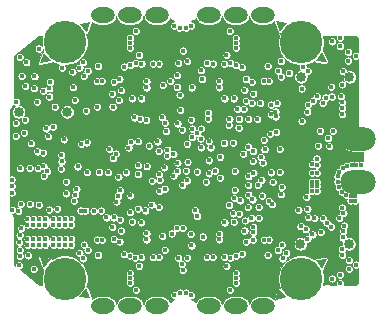
<source format=gbr>
G04 #@! TF.GenerationSoftware,KiCad,Pcbnew,(5.1.4)-1*
G04 #@! TF.CreationDate,2021-04-25T17:32:37+02:00*
G04 #@! TF.ProjectId,ultimateFC,756c7469-6d61-4746-9546-432e6b696361,rev?*
G04 #@! TF.SameCoordinates,Original*
G04 #@! TF.FileFunction,Copper,L4,Inr*
G04 #@! TF.FilePolarity,Positive*
%FSLAX46Y46*%
G04 Gerber Fmt 4.6, Leading zero omitted, Abs format (unit mm)*
G04 Created by KiCad (PCBNEW (5.1.4)-1) date 2021-04-25 17:32:37*
%MOMM*%
%LPD*%
G04 APERTURE LIST*
%ADD10C,0.850000*%
%ADD11O,3.000000X2.000000*%
%ADD12C,0.500000*%
%ADD13C,0.250000*%
%ADD14O,2.000000X1.300000*%
%ADD15O,0.400000X0.400000*%
%ADD16C,3.600000*%
%ADD17C,0.400000*%
%ADD18C,0.100000*%
G04 APERTURE END LIST*
D10*
X192500000Y-64925000D03*
X196600000Y-64925000D03*
X192460000Y-79070000D03*
X196560000Y-79070000D03*
D11*
X197350000Y-73800000D03*
X197350000Y-70200000D03*
D12*
X174250000Y-60650000D03*
D13*
G36*
X174683260Y-60307530D02*
G01*
X174361761Y-61190841D01*
X173761360Y-60472150D01*
X174683260Y-60307530D01*
X174683260Y-60307530D01*
G37*
D12*
X170800000Y-63450000D03*
D13*
G36*
X170720043Y-62903551D02*
G01*
X171324263Y-63623632D01*
X170401657Y-63784250D01*
X170720043Y-62903551D01*
X170720043Y-62903551D01*
G37*
D12*
X174254562Y-83353828D03*
D13*
G36*
X173730299Y-83527460D02*
G01*
X174334519Y-82807379D01*
X174652905Y-83688078D01*
X173730299Y-83527460D01*
X173730299Y-83527460D01*
G37*
D12*
X170800000Y-80550000D03*
D13*
G36*
X171324263Y-80376368D02*
G01*
X170720043Y-81096449D01*
X170401657Y-80215750D01*
X171324263Y-80376368D01*
X171324263Y-80376368D01*
G37*
D12*
X190800000Y-83450000D03*
D13*
G36*
X190672721Y-82912599D02*
G01*
X191337401Y-83577279D01*
X190432304Y-83817696D01*
X190672721Y-82912599D01*
X190672721Y-82912599D01*
G37*
D12*
X194250000Y-80660000D03*
D13*
G36*
X194282027Y-81211339D02*
G01*
X193742865Y-80441336D01*
X194675959Y-80361740D01*
X194282027Y-81211339D01*
X194282027Y-81211339D01*
G37*
D14*
X175720000Y-84300000D03*
D15*
X174920000Y-84300000D03*
X175120000Y-83950000D03*
X175520000Y-83850000D03*
X176520000Y-84300000D03*
X176320000Y-83950000D03*
X175920000Y-83850000D03*
X178220000Y-83850000D03*
X178620000Y-83950000D03*
X178820000Y-84300000D03*
X177820000Y-83850000D03*
X177420000Y-83950000D03*
X177220000Y-84300000D03*
D14*
X178020000Y-84300000D03*
X180320000Y-84300000D03*
D15*
X179520000Y-84300000D03*
X179720000Y-83950000D03*
X180120000Y-83850000D03*
X181120000Y-84300000D03*
X180920000Y-83950000D03*
X180520000Y-83850000D03*
X189080000Y-83850000D03*
X188680000Y-83950000D03*
X188480000Y-84300000D03*
X189480000Y-83850000D03*
X189880000Y-83950000D03*
X190080000Y-84300000D03*
D14*
X189280000Y-84300000D03*
X189280000Y-59700000D03*
D15*
X190080000Y-59700000D03*
X189880000Y-60050000D03*
X189480000Y-60150000D03*
X188480000Y-59700000D03*
X188680000Y-60050000D03*
X189080000Y-60150000D03*
X186780000Y-83850000D03*
X186380000Y-83950000D03*
X186180000Y-84300000D03*
X187180000Y-83850000D03*
X187580000Y-83950000D03*
X187780000Y-84300000D03*
D14*
X186980000Y-84300000D03*
D15*
X186780000Y-60150000D03*
X186380000Y-60050000D03*
X186180000Y-59700000D03*
X187180000Y-60150000D03*
X187580000Y-60050000D03*
X187780000Y-59700000D03*
D14*
X186980000Y-59700000D03*
X184680000Y-84300000D03*
D15*
X185480000Y-84300000D03*
X185280000Y-83950000D03*
X184880000Y-83850000D03*
X183880000Y-84300000D03*
X184080000Y-83950000D03*
X184480000Y-83850000D03*
D14*
X184680000Y-59700000D03*
D15*
X185480000Y-59700000D03*
X185280000Y-60050000D03*
X184880000Y-60150000D03*
X183880000Y-59700000D03*
X184080000Y-60050000D03*
X184480000Y-60150000D03*
X178220000Y-60150000D03*
X178620000Y-60050000D03*
X178820000Y-59700000D03*
X177820000Y-60150000D03*
X177420000Y-60050000D03*
X177220000Y-59700000D03*
D14*
X178020000Y-59700000D03*
D15*
X180520000Y-60150000D03*
X180920000Y-60050000D03*
X181120000Y-59700000D03*
X180120000Y-60150000D03*
X179720000Y-60050000D03*
X179520000Y-59700000D03*
D14*
X180320000Y-59700000D03*
D15*
X175920000Y-60150000D03*
X176320000Y-60050000D03*
X176520000Y-59700000D03*
X175520000Y-60150000D03*
X175120000Y-60050000D03*
X174920000Y-59700000D03*
D14*
X175720000Y-59700000D03*
D16*
X172500000Y-82000000D03*
X172500000Y-62000000D03*
X192500000Y-62000000D03*
X192500000Y-82000000D03*
D12*
X190792929Y-60542929D03*
D13*
G36*
X191317192Y-60369297D02*
G01*
X190712972Y-61089378D01*
X190394586Y-60208679D01*
X191317192Y-60369297D01*
X191317192Y-60369297D01*
G37*
D12*
X194250000Y-63350000D03*
D13*
G36*
X193742865Y-63568664D02*
G01*
X194282027Y-62798661D01*
X194675959Y-63648260D01*
X193742865Y-63568664D01*
X193742865Y-63568664D01*
G37*
D10*
X172700000Y-67900000D03*
X168600000Y-67900000D03*
D17*
X195125000Y-82000000D03*
X195125000Y-61925000D03*
X195800000Y-82400000D03*
X195800000Y-81674999D03*
X196500000Y-62825000D03*
X195800000Y-62325000D03*
X170350000Y-77450001D03*
X170850000Y-76950000D03*
X169850000Y-76950000D03*
X169350000Y-77450001D03*
X173050000Y-77450001D03*
X172550000Y-76950000D03*
X171550000Y-76950000D03*
X172050000Y-77450001D03*
X173050000Y-79150001D03*
X172550000Y-78650000D03*
X171550000Y-78650000D03*
X172050000Y-79150001D03*
X170850000Y-79150001D03*
X169850000Y-79150001D03*
X170350000Y-78650000D03*
X169350000Y-78650000D03*
X186990000Y-81550000D03*
X186200000Y-80930000D03*
X186980000Y-82364980D03*
X186990000Y-81950000D03*
X185579998Y-78690000D03*
X189370000Y-78720000D03*
X189780000Y-78700000D03*
X184530000Y-80200000D03*
X182500000Y-81300000D03*
X186990000Y-62450000D03*
X186200000Y-63070000D03*
X186980000Y-61635020D03*
X186990000Y-62050000D03*
X185579998Y-65310000D03*
X189370000Y-65280000D03*
X189780000Y-65300000D03*
X185579998Y-65818000D03*
X178010000Y-62450000D03*
X178800000Y-63070000D03*
X178020000Y-61635020D03*
X178010000Y-62050000D03*
X179420002Y-65310000D03*
X175630000Y-65280000D03*
X175220000Y-65300000D03*
X180470000Y-63800000D03*
X179420002Y-65818000D03*
X182500000Y-62700000D03*
X180770000Y-78400000D03*
X179420002Y-78182000D03*
X179420002Y-78690000D03*
X175630000Y-78720000D03*
X175220000Y-78700000D03*
X180470000Y-80200000D03*
X178800000Y-80930000D03*
X178020000Y-82364980D03*
X178010000Y-81550000D03*
X178010000Y-81950000D03*
X184555977Y-63760987D03*
X184124998Y-65100000D03*
X184850000Y-70900000D03*
X170700000Y-72500000D03*
X172600000Y-73800000D03*
X172600000Y-74800000D03*
X174400000Y-73000000D03*
X175407592Y-72992408D03*
X176600000Y-71800000D03*
X178700000Y-76100000D03*
X194124986Y-69500000D03*
X188050000Y-68500000D03*
X186450000Y-68500000D03*
X175250000Y-67450000D03*
X169050000Y-69650000D03*
X171650000Y-67450000D03*
X169650000Y-70550000D03*
X169162500Y-65700000D03*
X168850000Y-64850000D03*
X169150000Y-68550000D03*
X177021705Y-75019075D03*
X176640000Y-76825000D03*
X178050554Y-74971598D03*
X174350000Y-70475000D03*
X176275000Y-71050002D03*
X176827505Y-71422495D03*
X173900000Y-70600000D03*
X196043019Y-64460873D03*
X193078324Y-64450010D03*
X195969188Y-75990011D03*
X171500000Y-69149990D03*
X178700000Y-73150000D03*
X168725000Y-72675000D03*
X169525000Y-72650000D03*
X170225000Y-72675000D03*
X168000000Y-74175000D03*
X168775000Y-75700000D03*
X169549998Y-75700000D03*
X170300000Y-75750000D03*
X168573136Y-76307597D03*
X180970010Y-79575000D03*
X184039990Y-64375000D03*
X196010000Y-67597411D03*
X194800000Y-70100000D03*
X194900000Y-70800000D03*
X193541292Y-66937054D03*
X184702315Y-72000000D03*
X185235890Y-72860892D03*
X173590000Y-72510000D03*
X168350000Y-68850000D03*
X168350000Y-69925000D03*
X168000000Y-73625000D03*
X168000000Y-74725000D03*
X196500000Y-63550000D03*
X197175000Y-63150000D03*
X183300010Y-69302963D03*
X180975000Y-68800000D03*
X182049013Y-68875987D03*
X170725000Y-73325000D03*
X177900000Y-70909979D03*
X178699996Y-72420032D03*
X190880000Y-74260000D03*
X189960000Y-73020000D03*
X168680000Y-78340000D03*
X168700000Y-80110000D03*
X172420000Y-70230000D03*
X171190000Y-76160000D03*
X169900000Y-65900004D03*
X169937045Y-64882739D03*
X193479271Y-78268888D03*
X177700000Y-73020010D03*
X179880000Y-73730000D03*
X183690010Y-72950000D03*
X179440000Y-72500000D03*
X185579998Y-78240010D03*
X184180604Y-78450021D03*
X180800000Y-65630001D03*
X193825000Y-73050000D03*
X193825000Y-73800000D03*
X193825000Y-74200000D03*
X193825000Y-74600000D03*
X193425000Y-74600000D03*
X193425000Y-74200000D03*
X193425000Y-73800000D03*
X193425000Y-73050000D03*
X193825000Y-72375000D03*
X193425000Y-72325000D03*
X195800000Y-61600000D03*
X196550000Y-81175000D03*
X197175000Y-80825000D03*
X196575000Y-80450000D03*
X196000000Y-80000000D03*
X172550000Y-77450001D03*
X173050000Y-76950000D03*
X172050000Y-76950000D03*
X171550000Y-77450001D03*
X172550000Y-79150001D03*
X173050000Y-78650000D03*
X172050000Y-78650000D03*
X171550000Y-79150001D03*
X188470000Y-77650000D03*
X187860000Y-78880000D03*
X188470000Y-66350000D03*
X187860000Y-65120000D03*
X176530000Y-66350000D03*
X177140000Y-65120000D03*
X177170000Y-77020000D03*
X176530000Y-77650000D03*
X177140000Y-78880000D03*
X178190000Y-77180000D03*
X196000000Y-68100000D03*
X196033399Y-78518755D03*
X193118682Y-76823707D03*
X173271355Y-75400170D03*
X173159326Y-64501195D03*
X171200000Y-65900000D03*
X173850000Y-76250000D03*
X178189418Y-66749967D03*
X174249979Y-76258337D03*
X174950000Y-76273365D03*
X195975000Y-65575000D03*
X192650000Y-64100000D03*
X173200000Y-65800010D03*
X196100148Y-76472569D03*
X190350000Y-68279978D03*
X189950000Y-68110000D03*
X190340000Y-67870000D03*
X193050000Y-78640000D03*
X193100000Y-67290000D03*
X195970000Y-79500000D03*
X177086455Y-66899990D03*
X178890000Y-68479998D03*
X187780000Y-77090000D03*
X186810000Y-77190011D03*
X186807889Y-66755382D03*
X187830180Y-66949995D03*
X188470000Y-78060000D03*
X170850000Y-77450001D03*
X170350000Y-76950000D03*
X169350000Y-76950000D03*
X169850000Y-77450001D03*
X169350000Y-79150001D03*
X170350000Y-79150001D03*
X169850000Y-78650000D03*
X185030000Y-80200000D03*
X179970000Y-63800000D03*
X179970000Y-80200000D03*
X185054304Y-63802000D03*
X184050000Y-69300000D03*
X185650000Y-73475002D03*
X185650000Y-71700000D03*
X185993092Y-70524998D03*
X178025000Y-76400000D03*
X179325000Y-76239990D03*
X187250000Y-68500000D03*
X170850000Y-78650000D03*
X175575000Y-76250000D03*
X176884839Y-75499979D03*
X188813416Y-68510830D03*
X172250000Y-64150000D03*
X171266640Y-65366640D03*
X195200000Y-69500000D03*
X194178268Y-78074355D03*
X192566436Y-65913818D03*
X193886365Y-66575202D03*
X170300001Y-62536364D03*
X182450000Y-69400000D03*
X190810000Y-74873576D03*
X178398916Y-68363730D03*
X171010000Y-72910000D03*
X193650000Y-76900000D03*
X180530000Y-73670000D03*
X190062495Y-75717505D03*
X189777495Y-75432505D03*
X197175000Y-82000000D03*
X196500000Y-82400000D03*
X195800000Y-81175000D03*
X196500001Y-62325000D03*
X197175000Y-61975000D03*
X183971007Y-81535983D03*
X183972436Y-81939725D03*
X190100000Y-82250000D03*
X190100000Y-81600000D03*
X182500000Y-82750000D03*
X189305000Y-81760000D03*
X189280000Y-81300000D03*
X183971007Y-62464017D03*
X183972436Y-62060275D03*
X190100000Y-61750000D03*
X190100000Y-62400000D03*
X189305000Y-62240000D03*
X189280000Y-62700000D03*
X182500000Y-61650002D03*
X181028993Y-62464017D03*
X181027564Y-62060275D03*
X174900000Y-61750000D03*
X174900000Y-62400000D03*
X182500000Y-61250000D03*
X175695000Y-62240000D03*
X175720000Y-62700000D03*
X182500000Y-82349998D03*
X175695000Y-81760000D03*
X175720000Y-81300000D03*
X181028993Y-81535983D03*
X181027564Y-81939725D03*
X174900000Y-82250000D03*
X174900000Y-81600000D03*
X183079988Y-66349990D03*
X177550000Y-67450000D03*
X177950000Y-67450000D03*
X178350000Y-67449978D03*
X197100000Y-68600000D03*
X196700000Y-68600000D03*
X197600000Y-71600000D03*
X197200000Y-71600000D03*
X196800000Y-71600000D03*
X196400000Y-71550000D03*
X196050000Y-71350000D03*
X197100000Y-69000000D03*
X196700000Y-69000000D03*
X195750000Y-71050000D03*
X195600000Y-70650000D03*
X195600000Y-70200000D03*
X195700000Y-69750000D03*
X195950000Y-69350000D03*
X196300000Y-69100000D03*
X195799999Y-62825000D03*
X195800000Y-63550000D03*
X195125000Y-63150000D03*
X195100000Y-80825000D03*
X181770000Y-76900000D03*
X181420014Y-77150000D03*
X183140000Y-67310000D03*
X183840000Y-67570000D03*
X196500000Y-61600000D03*
X196550000Y-81675000D03*
X195750000Y-80450000D03*
X186750018Y-70499999D03*
X183705330Y-76703507D03*
X195950000Y-74650000D03*
X196300000Y-74900000D03*
X197100000Y-75400000D03*
X196700000Y-75400000D03*
X197200000Y-72400000D03*
X197600000Y-72400000D03*
X195600000Y-73350000D03*
X195750000Y-72950000D03*
X197100000Y-75000000D03*
X196800000Y-72400000D03*
X196700000Y-75000000D03*
X196050000Y-72650000D03*
X195700000Y-74250000D03*
X195600000Y-73800000D03*
X196400000Y-72450000D03*
X193044173Y-67867942D03*
X189424682Y-71062225D03*
X192560000Y-68680000D03*
X193949979Y-70760112D03*
X186528895Y-63766741D03*
X183210000Y-60584581D03*
X182230000Y-66439959D03*
X186019990Y-66750012D03*
X187720432Y-66060000D03*
X188340000Y-65350000D03*
X186026237Y-63808216D03*
X186480000Y-61050000D03*
X187013061Y-63941170D03*
X190561469Y-64406915D03*
X189680000Y-64000000D03*
X174438531Y-64406915D03*
X175320000Y-64000000D03*
X178499785Y-63750999D03*
X181790000Y-60584581D03*
X182000000Y-64800000D03*
X177279568Y-66060000D03*
X178987552Y-66750012D03*
X176660000Y-65350000D03*
X178996477Y-63808517D03*
X187120000Y-67650000D03*
X188420000Y-72070019D03*
X181450000Y-65300000D03*
X182250000Y-60810000D03*
X182120000Y-63750000D03*
X178520000Y-61050000D03*
X178022625Y-63919289D03*
X173750000Y-64150001D03*
X177520002Y-64060000D03*
X174050007Y-63699990D03*
X174120000Y-64874439D03*
X190561469Y-79593085D03*
X189680000Y-80000000D03*
X175320000Y-80000000D03*
X174438531Y-79593085D03*
X195756067Y-76893933D03*
X189251094Y-72193350D03*
X194586377Y-66684143D03*
X180450000Y-75970000D03*
X188050000Y-73350010D03*
X194677066Y-77276463D03*
X186850007Y-75200011D03*
X179850000Y-75750000D03*
X194339081Y-67135477D03*
X186900000Y-74500000D03*
X194350011Y-76898248D03*
X189160688Y-73660688D03*
X188480259Y-73045266D03*
X193050012Y-76123697D03*
X192290000Y-76190000D03*
X190439709Y-67169017D03*
X187224490Y-69229970D03*
X189950000Y-67270000D03*
X186400012Y-69018287D03*
X195063202Y-65763202D03*
X188040000Y-70830002D03*
X195058739Y-77599477D03*
X189359998Y-70260000D03*
X192470000Y-77580000D03*
X189230000Y-74979998D03*
X188049994Y-74900000D03*
X192900001Y-77835167D03*
X189900000Y-69749998D03*
X195100000Y-66600000D03*
X186528895Y-80233259D03*
X183210000Y-83415419D03*
X183230000Y-79200000D03*
X188420000Y-78710000D03*
X186019990Y-77249988D03*
X187720432Y-77940000D03*
X178474682Y-80234589D03*
X181790000Y-83415419D03*
X182417512Y-80792488D03*
X176660000Y-78650000D03*
X177279568Y-77940000D03*
X178980010Y-77249988D03*
X187660000Y-67650000D03*
X189090000Y-71720000D03*
X186026237Y-80191784D03*
X188400000Y-75300000D03*
X186896434Y-72900000D03*
X181979990Y-77728897D03*
X188920000Y-75940000D03*
X182750000Y-60810000D03*
X182879916Y-63604987D03*
X182750000Y-83190000D03*
X182880000Y-80250000D03*
X186480000Y-82950000D03*
X187008350Y-80064533D03*
X190825001Y-63574999D03*
X190827225Y-64903369D03*
X191500000Y-64600000D03*
X187500002Y-64120000D03*
X191250000Y-79849999D03*
X187500000Y-79900000D03*
X190949993Y-80300010D03*
X190880000Y-79125561D03*
X178973763Y-80191784D03*
X182490000Y-77720000D03*
X188000000Y-75970000D03*
X182120000Y-80250000D03*
X182250000Y-83190000D03*
X178520000Y-82950000D03*
X178006031Y-80060296D03*
X173750000Y-79849999D03*
X177518417Y-79949641D03*
X174120000Y-79125561D03*
X174050007Y-80300010D03*
X177050002Y-73390000D03*
X176553976Y-67450000D03*
X196084435Y-78012636D03*
X187269891Y-76510021D03*
X196170000Y-77520000D03*
X186770001Y-76490000D03*
X183210000Y-68550000D03*
X182280000Y-67740000D03*
X190100000Y-73810004D03*
X190700000Y-72990000D03*
X168065948Y-76184716D03*
X180500000Y-74599989D03*
X172231711Y-72081495D03*
X180956917Y-74396926D03*
X172210000Y-71540000D03*
X184644000Y-68479816D03*
X182849995Y-70599982D03*
X170180000Y-67027478D03*
X173400000Y-74900013D03*
X168824999Y-77749999D03*
X170930000Y-69290000D03*
X179622495Y-70747495D03*
X176025000Y-76825000D03*
X183534052Y-76233746D03*
X178700002Y-70380000D03*
X181075000Y-69525000D03*
X181160000Y-71590000D03*
X182450000Y-74100000D03*
X182050002Y-72199983D03*
X180483928Y-73172115D03*
X174300000Y-67800000D03*
X183281510Y-70018490D03*
X180930000Y-72600000D03*
X184000000Y-70150000D03*
X173350000Y-66900000D03*
X184699986Y-70400000D03*
X178100002Y-70450000D03*
X190700000Y-71050000D03*
X190399988Y-69585678D03*
X186403502Y-75766498D03*
X195900010Y-66588333D03*
X187626672Y-71433908D03*
X187340328Y-75391786D03*
X196001049Y-67097401D03*
X188450003Y-71200015D03*
X188050000Y-74100000D03*
X188844584Y-74086880D03*
X182850000Y-73700000D03*
X180450000Y-71200000D03*
X184450000Y-73800000D03*
X184699988Y-73100000D03*
X171200000Y-66600000D03*
X183689353Y-69695137D03*
X184050000Y-70900000D03*
X170700000Y-66099994D03*
X181710000Y-71450000D03*
X170686760Y-71350010D03*
X181187824Y-71090773D03*
X170188487Y-71238487D03*
X168650000Y-80880000D03*
X168650000Y-78930000D03*
X169407512Y-80047512D03*
X182040000Y-72910000D03*
X181710867Y-73299894D03*
X168700000Y-79580000D03*
X169875000Y-81200000D03*
X173495648Y-74407261D03*
X168700000Y-63249998D03*
X184630000Y-67980000D03*
X180750000Y-68349997D03*
X180355016Y-70399990D03*
X172170000Y-72710000D03*
X171870000Y-76100000D03*
X179390000Y-68570000D03*
X171110000Y-69960000D03*
X168395301Y-67054038D03*
X169250000Y-63700018D03*
X183253758Y-65823758D03*
X189050000Y-67150000D03*
X188920002Y-76870000D03*
X183159998Y-78220000D03*
X188327541Y-67149859D03*
X182000000Y-65780000D03*
X181560000Y-78190000D03*
X188293994Y-76870010D03*
X177199649Y-74541966D03*
X182760000Y-72880000D03*
X182900000Y-72142700D03*
X176180000Y-73010000D03*
X193823720Y-71850679D03*
X192970000Y-75110000D03*
D18*
G36*
X188127279Y-59810542D02*
G01*
X188130770Y-59810555D01*
X188132720Y-59810549D01*
X188136976Y-59810118D01*
X188141576Y-59856827D01*
X188187321Y-60007628D01*
X188261607Y-60146606D01*
X188361578Y-60268422D01*
X188483394Y-60368393D01*
X188622372Y-60442679D01*
X188773173Y-60488424D01*
X188890707Y-60500000D01*
X189669293Y-60500000D01*
X189786827Y-60488424D01*
X189937628Y-60442679D01*
X190076606Y-60368393D01*
X190198422Y-60268422D01*
X190244564Y-60212197D01*
X190245565Y-60231285D01*
X190252838Y-60259923D01*
X190571224Y-61140622D01*
X190579276Y-61158975D01*
X190595423Y-61183721D01*
X190616087Y-61204841D01*
X190640474Y-61221523D01*
X190667648Y-61233128D01*
X190696563Y-61239208D01*
X190704431Y-61239294D01*
X190624938Y-61431206D01*
X190550000Y-61807942D01*
X190550000Y-62192058D01*
X190624938Y-62568794D01*
X190771933Y-62923671D01*
X190985336Y-63243052D01*
X191039997Y-63297713D01*
X190990788Y-63264833D01*
X190927092Y-63238449D01*
X190859473Y-63224999D01*
X190790529Y-63224999D01*
X190722910Y-63238449D01*
X190659214Y-63264833D01*
X190601889Y-63303136D01*
X190553138Y-63351887D01*
X190514835Y-63409212D01*
X190488451Y-63472908D01*
X190475001Y-63540527D01*
X190475001Y-63609471D01*
X190488451Y-63677090D01*
X190514835Y-63740786D01*
X190553138Y-63798111D01*
X190601889Y-63846862D01*
X190659214Y-63885165D01*
X190722910Y-63911549D01*
X190790529Y-63924999D01*
X190859473Y-63924999D01*
X190927092Y-63911549D01*
X190990788Y-63885165D01*
X191048113Y-63846862D01*
X191096864Y-63798111D01*
X191135167Y-63740786D01*
X191161551Y-63677090D01*
X191175001Y-63609471D01*
X191175001Y-63540527D01*
X191161551Y-63472908D01*
X191135167Y-63409212D01*
X191102287Y-63360003D01*
X191256948Y-63514664D01*
X191576329Y-63728067D01*
X191931206Y-63875062D01*
X192307942Y-63950000D01*
X192333295Y-63950000D01*
X192313450Y-63997909D01*
X192300000Y-64065528D01*
X192300000Y-64134472D01*
X192313450Y-64202091D01*
X192339834Y-64265787D01*
X192378137Y-64323112D01*
X192411386Y-64356361D01*
X192332279Y-64372097D01*
X192227635Y-64415442D01*
X192133459Y-64478368D01*
X192053368Y-64558459D01*
X191990442Y-64652635D01*
X191947097Y-64757279D01*
X191925000Y-64868367D01*
X191925000Y-64981633D01*
X191947097Y-65092721D01*
X191990442Y-65197365D01*
X192053368Y-65291541D01*
X192133459Y-65371632D01*
X192227635Y-65434558D01*
X192332279Y-65477903D01*
X192443367Y-65500000D01*
X192556633Y-65500000D01*
X192667721Y-65477903D01*
X192772365Y-65434558D01*
X192866541Y-65371632D01*
X192946632Y-65291541D01*
X193009558Y-65197365D01*
X193052903Y-65092721D01*
X193075000Y-64981633D01*
X193075000Y-64868367D01*
X193061403Y-64800010D01*
X193112796Y-64800010D01*
X193180415Y-64786560D01*
X193244111Y-64760176D01*
X193301436Y-64721873D01*
X193350187Y-64673122D01*
X193388490Y-64615797D01*
X193414874Y-64552101D01*
X193428324Y-64484482D01*
X193428324Y-64415538D01*
X193414874Y-64347919D01*
X193388490Y-64284223D01*
X193350187Y-64226898D01*
X193301436Y-64178147D01*
X193244111Y-64139844D01*
X193180415Y-64113460D01*
X193112796Y-64100010D01*
X193043852Y-64100010D01*
X193000000Y-64108733D01*
X193000000Y-64065528D01*
X192986550Y-63997909D01*
X192960166Y-63934213D01*
X192938023Y-63901074D01*
X193068794Y-63875062D01*
X193423671Y-63728067D01*
X193598558Y-63611212D01*
X193599214Y-63614300D01*
X193610877Y-63641448D01*
X193627613Y-63665799D01*
X193648777Y-63686417D01*
X193673558Y-63702510D01*
X193701001Y-63713460D01*
X193730054Y-63718845D01*
X194663148Y-63798441D01*
X194682207Y-63798856D01*
X194711467Y-63794744D01*
X194739362Y-63785002D01*
X194764821Y-63770005D01*
X194786865Y-63750330D01*
X194804646Y-63726732D01*
X194817483Y-63700119D01*
X194824881Y-63671512D01*
X194826555Y-63642012D01*
X194822443Y-63612752D01*
X194812701Y-63584857D01*
X194780556Y-63515528D01*
X196150000Y-63515528D01*
X196150000Y-63584472D01*
X196163450Y-63652091D01*
X196189834Y-63715787D01*
X196228137Y-63773112D01*
X196276888Y-63821863D01*
X196334213Y-63860166D01*
X196397909Y-63886550D01*
X196465528Y-63900000D01*
X196534472Y-63900000D01*
X196602091Y-63886550D01*
X196665787Y-63860166D01*
X196723112Y-63821863D01*
X196771863Y-63773112D01*
X196810166Y-63715787D01*
X196836550Y-63652091D01*
X196850000Y-63584472D01*
X196850000Y-63515528D01*
X196836550Y-63447909D01*
X196810166Y-63384213D01*
X196771863Y-63326888D01*
X196723112Y-63278137D01*
X196665787Y-63239834D01*
X196602091Y-63213450D01*
X196534472Y-63200000D01*
X196465528Y-63200000D01*
X196397909Y-63213450D01*
X196334213Y-63239834D01*
X196276888Y-63278137D01*
X196228137Y-63326888D01*
X196189834Y-63384213D01*
X196163450Y-63447909D01*
X196150000Y-63515528D01*
X194780556Y-63515528D01*
X194444396Y-62790528D01*
X196150000Y-62790528D01*
X196150000Y-62859472D01*
X196163450Y-62927091D01*
X196189834Y-62990787D01*
X196228137Y-63048112D01*
X196276888Y-63096863D01*
X196334213Y-63135166D01*
X196397909Y-63161550D01*
X196465528Y-63175000D01*
X196534472Y-63175000D01*
X196602091Y-63161550D01*
X196665787Y-63135166D01*
X196723112Y-63096863D01*
X196771863Y-63048112D01*
X196810166Y-62990787D01*
X196836550Y-62927091D01*
X196850000Y-62859472D01*
X196850000Y-62790528D01*
X196836550Y-62722909D01*
X196810166Y-62659213D01*
X196771863Y-62601888D01*
X196723112Y-62553137D01*
X196665787Y-62514834D01*
X196602091Y-62488450D01*
X196534472Y-62475000D01*
X196465528Y-62475000D01*
X196397909Y-62488450D01*
X196334213Y-62514834D01*
X196276888Y-62553137D01*
X196228137Y-62601888D01*
X196189834Y-62659213D01*
X196163450Y-62722909D01*
X196150000Y-62790528D01*
X194444396Y-62790528D01*
X194418769Y-62735258D01*
X194409148Y-62717676D01*
X194390906Y-62694432D01*
X194368480Y-62675193D01*
X194342731Y-62660700D01*
X194337678Y-62659046D01*
X194375062Y-62568794D01*
X194430412Y-62290528D01*
X195450000Y-62290528D01*
X195450000Y-62359472D01*
X195463450Y-62427091D01*
X195489834Y-62490787D01*
X195528137Y-62548112D01*
X195576888Y-62596863D01*
X195634213Y-62635166D01*
X195697909Y-62661550D01*
X195765528Y-62675000D01*
X195834472Y-62675000D01*
X195902091Y-62661550D01*
X195965787Y-62635166D01*
X196023112Y-62596863D01*
X196071863Y-62548112D01*
X196110166Y-62490787D01*
X196136550Y-62427091D01*
X196150000Y-62359472D01*
X196150000Y-62290528D01*
X196136550Y-62222909D01*
X196110166Y-62159213D01*
X196071863Y-62101888D01*
X196023112Y-62053137D01*
X195965787Y-62014834D01*
X195902091Y-61988450D01*
X195834472Y-61975000D01*
X195765528Y-61975000D01*
X195697909Y-61988450D01*
X195634213Y-62014834D01*
X195576888Y-62053137D01*
X195528137Y-62101888D01*
X195489834Y-62159213D01*
X195463450Y-62222909D01*
X195450000Y-62290528D01*
X194430412Y-62290528D01*
X194450000Y-62192058D01*
X194450000Y-61890528D01*
X194775000Y-61890528D01*
X194775000Y-61959472D01*
X194788450Y-62027091D01*
X194814834Y-62090787D01*
X194853137Y-62148112D01*
X194901888Y-62196863D01*
X194959213Y-62235166D01*
X195022909Y-62261550D01*
X195090528Y-62275000D01*
X195159472Y-62275000D01*
X195227091Y-62261550D01*
X195290787Y-62235166D01*
X195348112Y-62196863D01*
X195396863Y-62148112D01*
X195435166Y-62090787D01*
X195461550Y-62027091D01*
X195475000Y-61959472D01*
X195475000Y-61890528D01*
X195461550Y-61822909D01*
X195435166Y-61759213D01*
X195396863Y-61701888D01*
X195348112Y-61653137D01*
X195290787Y-61614834D01*
X195227091Y-61588450D01*
X195159472Y-61575000D01*
X195090528Y-61575000D01*
X195022909Y-61588450D01*
X194959213Y-61614834D01*
X194901888Y-61653137D01*
X194853137Y-61701888D01*
X194814834Y-61759213D01*
X194788450Y-61822909D01*
X194775000Y-61890528D01*
X194450000Y-61890528D01*
X194450000Y-61807942D01*
X194380528Y-61458687D01*
X194386457Y-61460482D01*
X194408658Y-61464897D01*
X194430840Y-61469632D01*
X194434310Y-61469999D01*
X194434312Y-61469999D01*
X194725396Y-61498786D01*
X194737426Y-61498796D01*
X194749412Y-61500000D01*
X194752903Y-61499983D01*
X194785198Y-61499608D01*
X194796952Y-61498318D01*
X194808786Y-61498218D01*
X194812254Y-61497823D01*
X195098702Y-61463247D01*
X195106935Y-61462519D01*
X195173353Y-61450000D01*
X195483295Y-61450000D01*
X195463450Y-61497909D01*
X195450000Y-61565528D01*
X195450000Y-61634472D01*
X195463450Y-61702091D01*
X195489834Y-61765787D01*
X195528137Y-61823112D01*
X195576888Y-61871863D01*
X195634213Y-61910166D01*
X195697909Y-61936550D01*
X195765528Y-61950000D01*
X195834472Y-61950000D01*
X195902091Y-61936550D01*
X195965787Y-61910166D01*
X196023112Y-61871863D01*
X196071863Y-61823112D01*
X196110166Y-61765787D01*
X196136550Y-61702091D01*
X196150000Y-61634472D01*
X196150000Y-61565528D01*
X196136550Y-61497909D01*
X196116705Y-61450000D01*
X197196447Y-61450000D01*
X197350001Y-61603554D01*
X197350001Y-62845990D01*
X197340787Y-62839834D01*
X197277091Y-62813450D01*
X197209472Y-62800000D01*
X197140528Y-62800000D01*
X197072909Y-62813450D01*
X197009213Y-62839834D01*
X196951888Y-62878137D01*
X196903137Y-62926888D01*
X196864834Y-62984213D01*
X196838450Y-63047909D01*
X196825000Y-63115528D01*
X196825000Y-63184472D01*
X196838450Y-63252091D01*
X196864834Y-63315787D01*
X196903137Y-63373112D01*
X196951888Y-63421863D01*
X197009213Y-63460166D01*
X197072909Y-63486550D01*
X197140528Y-63500000D01*
X197209472Y-63500000D01*
X197277091Y-63486550D01*
X197340787Y-63460166D01*
X197350001Y-63454010D01*
X197350000Y-69150000D01*
X196807725Y-69150000D01*
X196796733Y-69151083D01*
X196791756Y-69151048D01*
X196788281Y-69151389D01*
X196633005Y-69167710D01*
X196610826Y-69172263D01*
X196588554Y-69176511D01*
X196585212Y-69177520D01*
X196436062Y-69223689D01*
X196415146Y-69232481D01*
X196394164Y-69240958D01*
X196391086Y-69242594D01*
X196391082Y-69242596D01*
X196391081Y-69242597D01*
X196253739Y-69316858D01*
X196234950Y-69329531D01*
X196215995Y-69341935D01*
X196213295Y-69344138D01*
X196213289Y-69344142D01*
X196213284Y-69344147D01*
X196092987Y-69443664D01*
X196077010Y-69459753D01*
X196060831Y-69475596D01*
X196058606Y-69478286D01*
X195959927Y-69599280D01*
X195947414Y-69618114D01*
X195934586Y-69636848D01*
X195932926Y-69639919D01*
X195859626Y-69777776D01*
X195850997Y-69798712D01*
X195842065Y-69819551D01*
X195841033Y-69822886D01*
X195795906Y-69972356D01*
X195791510Y-69994559D01*
X195786794Y-70016745D01*
X195786429Y-70020217D01*
X195771193Y-70175604D01*
X195771193Y-70186516D01*
X195770014Y-70197359D01*
X195770001Y-70200850D01*
X195770020Y-70206435D01*
X195771124Y-70217314D01*
X195771048Y-70228244D01*
X195771389Y-70231718D01*
X195787710Y-70386995D01*
X195792261Y-70409168D01*
X195796511Y-70431446D01*
X195797520Y-70434788D01*
X195843689Y-70583938D01*
X195852476Y-70604842D01*
X195860958Y-70625836D01*
X195862597Y-70628919D01*
X195936858Y-70766261D01*
X195949531Y-70785050D01*
X195961935Y-70804005D01*
X195964141Y-70806710D01*
X196063664Y-70927012D01*
X196079753Y-70942990D01*
X196095596Y-70959168D01*
X196098280Y-70961388D01*
X196098285Y-70961393D01*
X196098290Y-70961397D01*
X196219280Y-71060073D01*
X196238129Y-71072597D01*
X196256848Y-71085414D01*
X196259919Y-71087074D01*
X196397776Y-71160374D01*
X196418712Y-71169003D01*
X196439551Y-71177935D01*
X196442883Y-71178966D01*
X196442889Y-71178968D01*
X196592356Y-71224094D01*
X196614559Y-71228490D01*
X196636745Y-71233206D01*
X196640217Y-71233571D01*
X196795604Y-71248807D01*
X196795613Y-71248807D01*
X196807725Y-71250000D01*
X197750000Y-71250000D01*
X197750001Y-72083295D01*
X197702091Y-72063450D01*
X197634472Y-72050000D01*
X197565528Y-72050000D01*
X197497909Y-72063450D01*
X197434213Y-72089834D01*
X197400000Y-72112694D01*
X197365787Y-72089834D01*
X197302091Y-72063450D01*
X197234472Y-72050000D01*
X197165528Y-72050000D01*
X197097909Y-72063450D01*
X197034213Y-72089834D01*
X197000000Y-72112694D01*
X196965787Y-72089834D01*
X196902091Y-72063450D01*
X196834472Y-72050000D01*
X196765528Y-72050000D01*
X196697909Y-72063450D01*
X196634213Y-72089834D01*
X196576888Y-72128137D01*
X196565366Y-72139659D01*
X196502091Y-72113450D01*
X196434472Y-72100000D01*
X196365528Y-72100000D01*
X196297909Y-72113450D01*
X196234213Y-72139834D01*
X196176888Y-72178137D01*
X196128137Y-72226888D01*
X196089834Y-72284213D01*
X196083295Y-72300000D01*
X196015528Y-72300000D01*
X195947909Y-72313450D01*
X195884213Y-72339834D01*
X195826888Y-72378137D01*
X195778137Y-72426888D01*
X195739834Y-72484213D01*
X195713450Y-72547909D01*
X195702576Y-72602576D01*
X195647909Y-72613450D01*
X195584213Y-72639834D01*
X195526888Y-72678137D01*
X195478137Y-72726888D01*
X195439834Y-72784213D01*
X195413450Y-72847909D01*
X195400000Y-72915528D01*
X195400000Y-72984472D01*
X195413450Y-73052091D01*
X195413974Y-73053357D01*
X195376888Y-73078137D01*
X195328137Y-73126888D01*
X195289834Y-73184213D01*
X195263450Y-73247909D01*
X195250000Y-73315528D01*
X195250000Y-73384472D01*
X195263450Y-73452091D01*
X195289834Y-73515787D01*
X195328137Y-73573112D01*
X195330025Y-73575000D01*
X195328137Y-73576888D01*
X195289834Y-73634213D01*
X195263450Y-73697909D01*
X195250000Y-73765528D01*
X195250000Y-73834472D01*
X195263450Y-73902091D01*
X195289834Y-73965787D01*
X195328137Y-74023112D01*
X195376888Y-74071863D01*
X195391543Y-74081655D01*
X195389834Y-74084213D01*
X195363450Y-74147909D01*
X195350000Y-74215528D01*
X195350000Y-74284472D01*
X195363450Y-74352091D01*
X195389834Y-74415787D01*
X195428137Y-74473112D01*
X195476888Y-74521863D01*
X195534213Y-74560166D01*
X195597909Y-74586550D01*
X195605465Y-74588053D01*
X195600000Y-74615528D01*
X195600000Y-74684472D01*
X195613450Y-74752091D01*
X195639834Y-74815787D01*
X195678137Y-74873112D01*
X195726888Y-74921863D01*
X195784213Y-74960166D01*
X195847909Y-74986550D01*
X195915528Y-75000000D01*
X195963034Y-75000000D01*
X195963450Y-75002091D01*
X195989834Y-75065787D01*
X196028137Y-75123112D01*
X196076888Y-75171863D01*
X196134213Y-75210166D01*
X196197909Y-75236550D01*
X196265528Y-75250000D01*
X196334472Y-75250000D01*
X196387679Y-75239417D01*
X196363450Y-75297909D01*
X196350000Y-75365528D01*
X196350000Y-75434472D01*
X196363450Y-75502091D01*
X196389834Y-75565787D01*
X196428137Y-75623112D01*
X196476888Y-75671863D01*
X196534213Y-75710166D01*
X196597909Y-75736550D01*
X196665528Y-75750000D01*
X196734472Y-75750000D01*
X196802091Y-75736550D01*
X196865787Y-75710166D01*
X196900000Y-75687306D01*
X196934213Y-75710166D01*
X196997909Y-75736550D01*
X197065528Y-75750000D01*
X197134472Y-75750000D01*
X197202091Y-75736550D01*
X197265787Y-75710166D01*
X197323112Y-75671863D01*
X197350000Y-75644975D01*
X197350001Y-80520990D01*
X197340787Y-80514834D01*
X197277091Y-80488450D01*
X197209472Y-80475000D01*
X197140528Y-80475000D01*
X197072909Y-80488450D01*
X197009213Y-80514834D01*
X196951888Y-80553137D01*
X196903137Y-80601888D01*
X196864834Y-80659213D01*
X196838450Y-80722909D01*
X196825000Y-80790528D01*
X196825000Y-80859472D01*
X196838450Y-80927091D01*
X196864834Y-80990787D01*
X196903137Y-81048112D01*
X196951888Y-81096863D01*
X197009213Y-81135166D01*
X197072909Y-81161550D01*
X197140528Y-81175000D01*
X197209472Y-81175000D01*
X197277091Y-81161550D01*
X197340787Y-81135166D01*
X197350001Y-81129010D01*
X197350001Y-82396446D01*
X197196447Y-82550000D01*
X196116705Y-82550000D01*
X196136550Y-82502091D01*
X196150000Y-82434472D01*
X196150000Y-82365528D01*
X196136550Y-82297909D01*
X196110166Y-82234213D01*
X196071863Y-82176888D01*
X196023112Y-82128137D01*
X195965787Y-82089834D01*
X195902091Y-82063450D01*
X195834472Y-82050000D01*
X195765528Y-82050000D01*
X195697909Y-82063450D01*
X195634213Y-82089834D01*
X195576888Y-82128137D01*
X195528137Y-82176888D01*
X195489834Y-82234213D01*
X195463450Y-82297909D01*
X195450000Y-82365528D01*
X195450000Y-82434472D01*
X195463450Y-82502091D01*
X195483295Y-82550000D01*
X195173353Y-82550000D01*
X195121582Y-82540242D01*
X195092489Y-82534129D01*
X195080733Y-82532838D01*
X195069160Y-82530368D01*
X195065688Y-82530001D01*
X194774604Y-82501214D01*
X194760951Y-82501203D01*
X194747336Y-82500014D01*
X194743845Y-82500076D01*
X194672588Y-82501831D01*
X194659243Y-82503472D01*
X194645796Y-82503935D01*
X194642338Y-82504420D01*
X194380192Y-82543005D01*
X194450000Y-82192058D01*
X194450000Y-81965528D01*
X194775000Y-81965528D01*
X194775000Y-82034472D01*
X194788450Y-82102091D01*
X194814834Y-82165787D01*
X194853137Y-82223112D01*
X194901888Y-82271863D01*
X194959213Y-82310166D01*
X195022909Y-82336550D01*
X195090528Y-82350000D01*
X195159472Y-82350000D01*
X195227091Y-82336550D01*
X195290787Y-82310166D01*
X195348112Y-82271863D01*
X195396863Y-82223112D01*
X195435166Y-82165787D01*
X195461550Y-82102091D01*
X195475000Y-82034472D01*
X195475000Y-81965528D01*
X195461550Y-81897909D01*
X195435166Y-81834213D01*
X195396863Y-81776888D01*
X195348112Y-81728137D01*
X195290787Y-81689834D01*
X195227091Y-81663450D01*
X195159472Y-81650000D01*
X195090528Y-81650000D01*
X195022909Y-81663450D01*
X194959213Y-81689834D01*
X194901888Y-81728137D01*
X194853137Y-81776888D01*
X194814834Y-81834213D01*
X194788450Y-81897909D01*
X194775000Y-81965528D01*
X194450000Y-81965528D01*
X194450000Y-81807942D01*
X194416699Y-81640527D01*
X195450000Y-81640527D01*
X195450000Y-81709471D01*
X195463450Y-81777090D01*
X195489834Y-81840786D01*
X195528137Y-81898111D01*
X195576888Y-81946862D01*
X195634213Y-81985165D01*
X195697909Y-82011549D01*
X195765528Y-82024999D01*
X195834472Y-82024999D01*
X195902091Y-82011549D01*
X195965787Y-81985165D01*
X196023112Y-81946862D01*
X196071863Y-81898111D01*
X196110166Y-81840786D01*
X196136550Y-81777090D01*
X196150000Y-81709471D01*
X196150000Y-81640527D01*
X196136550Y-81572908D01*
X196110166Y-81509212D01*
X196071863Y-81451887D01*
X196023112Y-81403136D01*
X195965787Y-81364833D01*
X195902091Y-81338449D01*
X195834472Y-81324999D01*
X195765528Y-81324999D01*
X195697909Y-81338449D01*
X195634213Y-81364833D01*
X195576888Y-81403136D01*
X195528137Y-81451887D01*
X195489834Y-81509212D01*
X195463450Y-81572908D01*
X195450000Y-81640527D01*
X194416699Y-81640527D01*
X194375062Y-81431206D01*
X194341158Y-81349355D01*
X194360499Y-81340026D01*
X194384097Y-81322245D01*
X194403772Y-81300201D01*
X194418769Y-81274742D01*
X194480999Y-81140528D01*
X196200000Y-81140528D01*
X196200000Y-81209472D01*
X196213450Y-81277091D01*
X196239834Y-81340787D01*
X196278137Y-81398112D01*
X196326888Y-81446863D01*
X196384213Y-81485166D01*
X196447909Y-81511550D01*
X196515528Y-81525000D01*
X196584472Y-81525000D01*
X196652091Y-81511550D01*
X196715787Y-81485166D01*
X196773112Y-81446863D01*
X196821863Y-81398112D01*
X196860166Y-81340787D01*
X196886550Y-81277091D01*
X196900000Y-81209472D01*
X196900000Y-81140528D01*
X196886550Y-81072909D01*
X196860166Y-81009213D01*
X196821863Y-80951888D01*
X196773112Y-80903137D01*
X196715787Y-80864834D01*
X196652091Y-80838450D01*
X196584472Y-80825000D01*
X196515528Y-80825000D01*
X196447909Y-80838450D01*
X196384213Y-80864834D01*
X196326888Y-80903137D01*
X196278137Y-80951888D01*
X196239834Y-81009213D01*
X196213450Y-81072909D01*
X196200000Y-81140528D01*
X194480999Y-81140528D01*
X194812701Y-80425143D01*
X194816439Y-80415528D01*
X196225000Y-80415528D01*
X196225000Y-80484472D01*
X196238450Y-80552091D01*
X196264834Y-80615787D01*
X196303137Y-80673112D01*
X196351888Y-80721863D01*
X196409213Y-80760166D01*
X196472909Y-80786550D01*
X196540528Y-80800000D01*
X196609472Y-80800000D01*
X196677091Y-80786550D01*
X196740787Y-80760166D01*
X196798112Y-80721863D01*
X196846863Y-80673112D01*
X196885166Y-80615787D01*
X196911550Y-80552091D01*
X196925000Y-80484472D01*
X196925000Y-80415528D01*
X196911550Y-80347909D01*
X196885166Y-80284213D01*
X196846863Y-80226888D01*
X196798112Y-80178137D01*
X196740787Y-80139834D01*
X196677091Y-80113450D01*
X196609472Y-80100000D01*
X196540528Y-80100000D01*
X196472909Y-80113450D01*
X196409213Y-80139834D01*
X196351888Y-80178137D01*
X196303137Y-80226888D01*
X196264834Y-80284213D01*
X196238450Y-80347909D01*
X196225000Y-80415528D01*
X194816439Y-80415528D01*
X194819610Y-80407376D01*
X194825753Y-80378474D01*
X194826140Y-80348929D01*
X194820755Y-80319876D01*
X194809805Y-80292433D01*
X194793712Y-80267652D01*
X194773094Y-80246488D01*
X194748743Y-80229752D01*
X194721595Y-80218089D01*
X194692693Y-80211946D01*
X194663148Y-80211559D01*
X193730054Y-80291155D01*
X193710242Y-80294183D01*
X193682161Y-80303375D01*
X193656412Y-80317868D01*
X193633986Y-80337107D01*
X193615744Y-80360351D01*
X193602387Y-80386707D01*
X193601294Y-80390616D01*
X193423671Y-80271933D01*
X193068794Y-80124938D01*
X192692058Y-80050000D01*
X192307942Y-80050000D01*
X191931206Y-80124938D01*
X191576329Y-80271933D01*
X191256948Y-80485336D01*
X191227281Y-80515003D01*
X191260159Y-80465797D01*
X191286543Y-80402101D01*
X191299993Y-80334482D01*
X191299993Y-80265538D01*
X191286862Y-80199524D01*
X191352091Y-80186549D01*
X191415787Y-80160165D01*
X191473112Y-80121862D01*
X191521863Y-80073111D01*
X191560166Y-80015786D01*
X191586550Y-79952090D01*
X191600000Y-79884471D01*
X191600000Y-79815527D01*
X191586550Y-79747908D01*
X191560166Y-79684212D01*
X191521863Y-79626887D01*
X191473112Y-79578136D01*
X191415787Y-79539833D01*
X191352091Y-79513449D01*
X191284472Y-79499999D01*
X191215528Y-79499999D01*
X191147909Y-79513449D01*
X191084213Y-79539833D01*
X191026888Y-79578136D01*
X190978137Y-79626887D01*
X190939834Y-79684212D01*
X190913450Y-79747908D01*
X190900000Y-79815527D01*
X190900000Y-79884471D01*
X190913131Y-79950485D01*
X190847902Y-79963460D01*
X190784206Y-79989844D01*
X190726881Y-80028147D01*
X190678130Y-80076898D01*
X190639827Y-80134223D01*
X190613443Y-80197919D01*
X190599993Y-80265538D01*
X190599993Y-80334482D01*
X190613443Y-80402101D01*
X190639827Y-80465797D01*
X190678130Y-80523122D01*
X190726881Y-80571873D01*
X190784206Y-80610176D01*
X190847902Y-80636560D01*
X190915521Y-80650010D01*
X190984465Y-80650010D01*
X191052084Y-80636560D01*
X191115780Y-80610176D01*
X191164986Y-80577298D01*
X190985336Y-80756948D01*
X190771933Y-81076329D01*
X190624938Y-81431206D01*
X190550000Y-81807942D01*
X190550000Y-82192058D01*
X190624938Y-82568794D01*
X190706688Y-82766155D01*
X190682253Y-82762175D01*
X190652723Y-82763206D01*
X190623962Y-82769977D01*
X190597075Y-82782230D01*
X190573095Y-82799493D01*
X190552943Y-82821102D01*
X190537395Y-82846228D01*
X190527047Y-82873904D01*
X190286630Y-83779001D01*
X190282911Y-83797698D01*
X190281880Y-83827228D01*
X190283108Y-83834769D01*
X190198422Y-83731578D01*
X190076606Y-83631607D01*
X189937628Y-83557321D01*
X189786827Y-83511576D01*
X189669293Y-83500000D01*
X188890707Y-83500000D01*
X188773173Y-83511576D01*
X188622372Y-83557321D01*
X188483394Y-83631607D01*
X188361578Y-83731578D01*
X188261607Y-83853394D01*
X188187321Y-83992372D01*
X188141576Y-84143173D01*
X188136972Y-84189922D01*
X188132723Y-84189459D01*
X188129232Y-84189446D01*
X188127281Y-84189452D01*
X188123024Y-84189883D01*
X188118424Y-84143173D01*
X188072679Y-83992372D01*
X187998393Y-83853394D01*
X187898422Y-83731578D01*
X187776606Y-83631607D01*
X187637628Y-83557321D01*
X187486827Y-83511576D01*
X187369293Y-83500000D01*
X186590707Y-83500000D01*
X186473173Y-83511576D01*
X186322372Y-83557321D01*
X186183394Y-83631607D01*
X186061578Y-83731578D01*
X185961607Y-83853394D01*
X185887321Y-83992372D01*
X185841576Y-84143173D01*
X185836973Y-84189913D01*
X185832850Y-84189461D01*
X185829359Y-84189446D01*
X185827409Y-84189451D01*
X185823025Y-84189892D01*
X185818424Y-84143173D01*
X185772679Y-83992372D01*
X185698393Y-83853394D01*
X185598422Y-83731578D01*
X185476606Y-83631607D01*
X185337628Y-83557321D01*
X185186827Y-83511576D01*
X185069293Y-83500000D01*
X184290707Y-83500000D01*
X184173173Y-83511576D01*
X184022372Y-83557321D01*
X183883394Y-83631607D01*
X183761578Y-83731578D01*
X183661607Y-83853394D01*
X183587321Y-83992372D01*
X183580604Y-84014514D01*
X183565332Y-83998918D01*
X183562647Y-83996698D01*
X183562641Y-83996692D01*
X183562634Y-83996688D01*
X183411399Y-83873343D01*
X183392542Y-83860814D01*
X183373831Y-83848002D01*
X183370760Y-83846342D01*
X183218566Y-83765419D01*
X183244472Y-83765419D01*
X183312091Y-83751969D01*
X183375787Y-83725585D01*
X183433112Y-83687282D01*
X183481863Y-83638531D01*
X183520166Y-83581206D01*
X183546550Y-83517510D01*
X183560000Y-83449891D01*
X183560000Y-83380947D01*
X183546550Y-83313328D01*
X183520166Y-83249632D01*
X183481863Y-83192307D01*
X183433112Y-83143556D01*
X183375787Y-83105253D01*
X183312091Y-83078869D01*
X183244472Y-83065419D01*
X183175528Y-83065419D01*
X183107909Y-83078869D01*
X183086482Y-83087744D01*
X183060166Y-83024213D01*
X183021863Y-82966888D01*
X182973112Y-82918137D01*
X182969208Y-82915528D01*
X186130000Y-82915528D01*
X186130000Y-82984472D01*
X186143450Y-83052091D01*
X186169834Y-83115787D01*
X186208137Y-83173112D01*
X186256888Y-83221863D01*
X186314213Y-83260166D01*
X186377909Y-83286550D01*
X186445528Y-83300000D01*
X186514472Y-83300000D01*
X186582091Y-83286550D01*
X186645787Y-83260166D01*
X186703112Y-83221863D01*
X186751863Y-83173112D01*
X186790166Y-83115787D01*
X186816550Y-83052091D01*
X186830000Y-82984472D01*
X186830000Y-82915528D01*
X186816550Y-82847909D01*
X186790166Y-82784213D01*
X186751863Y-82726888D01*
X186703112Y-82678137D01*
X186645787Y-82639834D01*
X186582091Y-82613450D01*
X186514472Y-82600000D01*
X186445528Y-82600000D01*
X186377909Y-82613450D01*
X186314213Y-82639834D01*
X186256888Y-82678137D01*
X186208137Y-82726888D01*
X186169834Y-82784213D01*
X186143450Y-82847909D01*
X186130000Y-82915528D01*
X182969208Y-82915528D01*
X182915787Y-82879834D01*
X182852091Y-82853450D01*
X182784472Y-82840000D01*
X182715528Y-82840000D01*
X182647909Y-82853450D01*
X182584213Y-82879834D01*
X182526888Y-82918137D01*
X182500000Y-82945025D01*
X182473112Y-82918137D01*
X182415787Y-82879834D01*
X182352091Y-82853450D01*
X182284472Y-82840000D01*
X182215528Y-82840000D01*
X182147909Y-82853450D01*
X182084213Y-82879834D01*
X182026888Y-82918137D01*
X181978137Y-82966888D01*
X181939834Y-83024213D01*
X181913518Y-83087744D01*
X181892091Y-83078869D01*
X181824472Y-83065419D01*
X181755528Y-83065419D01*
X181687909Y-83078869D01*
X181624213Y-83105253D01*
X181566888Y-83143556D01*
X181518137Y-83192307D01*
X181479834Y-83249632D01*
X181453450Y-83313328D01*
X181440000Y-83380947D01*
X181440000Y-83449891D01*
X181453450Y-83517510D01*
X181479834Y-83581206D01*
X181518137Y-83638531D01*
X181566888Y-83687282D01*
X181624213Y-83725585D01*
X181687909Y-83751969D01*
X181755528Y-83765419D01*
X181777451Y-83765419D01*
X181772060Y-83767734D01*
X181769018Y-83769438D01*
X181769013Y-83769440D01*
X181769009Y-83769443D01*
X181599383Y-83865954D01*
X181580877Y-83879027D01*
X181562188Y-83891842D01*
X181559539Y-83894101D01*
X181559532Y-83894106D01*
X181559527Y-83894112D01*
X181419569Y-84015085D01*
X181412679Y-83992372D01*
X181338393Y-83853394D01*
X181238422Y-83731578D01*
X181116606Y-83631607D01*
X180977628Y-83557321D01*
X180826827Y-83511576D01*
X180709293Y-83500000D01*
X179930707Y-83500000D01*
X179813173Y-83511576D01*
X179662372Y-83557321D01*
X179523394Y-83631607D01*
X179401578Y-83731578D01*
X179301607Y-83853394D01*
X179227321Y-83992372D01*
X179181576Y-84143173D01*
X179176972Y-84189922D01*
X179172721Y-84189458D01*
X179169230Y-84189445D01*
X179167280Y-84189451D01*
X179163024Y-84189882D01*
X179158424Y-84143173D01*
X179112679Y-83992372D01*
X179038393Y-83853394D01*
X178938422Y-83731578D01*
X178816606Y-83631607D01*
X178677628Y-83557321D01*
X178526827Y-83511576D01*
X178409293Y-83500000D01*
X177630707Y-83500000D01*
X177513173Y-83511576D01*
X177362372Y-83557321D01*
X177223394Y-83631607D01*
X177101578Y-83731578D01*
X177001607Y-83853394D01*
X176927321Y-83992372D01*
X176881576Y-84143173D01*
X176876972Y-84189922D01*
X176872721Y-84189458D01*
X176869230Y-84189445D01*
X176867280Y-84189451D01*
X176863024Y-84189882D01*
X176858424Y-84143173D01*
X176812679Y-83992372D01*
X176738393Y-83853394D01*
X176638422Y-83731578D01*
X176516606Y-83631607D01*
X176377628Y-83557321D01*
X176226827Y-83511576D01*
X176109293Y-83500000D01*
X175330707Y-83500000D01*
X175213173Y-83511576D01*
X175062372Y-83557321D01*
X174923394Y-83631607D01*
X174801578Y-83731578D01*
X174792872Y-83742187D01*
X174799233Y-83724221D01*
X174803473Y-83694979D01*
X174801926Y-83665472D01*
X174794653Y-83636834D01*
X174533890Y-82915528D01*
X178170000Y-82915528D01*
X178170000Y-82984472D01*
X178183450Y-83052091D01*
X178209834Y-83115787D01*
X178248137Y-83173112D01*
X178296888Y-83221863D01*
X178354213Y-83260166D01*
X178417909Y-83286550D01*
X178485528Y-83300000D01*
X178554472Y-83300000D01*
X178622091Y-83286550D01*
X178685787Y-83260166D01*
X178743112Y-83221863D01*
X178791863Y-83173112D01*
X178830166Y-83115787D01*
X178856550Y-83052091D01*
X178870000Y-82984472D01*
X178870000Y-82915528D01*
X178856550Y-82847909D01*
X178830166Y-82784213D01*
X178791863Y-82726888D01*
X178743112Y-82678137D01*
X178685787Y-82639834D01*
X178622091Y-82613450D01*
X178554472Y-82600000D01*
X178485528Y-82600000D01*
X178417909Y-82613450D01*
X178354213Y-82639834D01*
X178296888Y-82678137D01*
X178248137Y-82726888D01*
X178209834Y-82784213D01*
X178183450Y-82847909D01*
X178170000Y-82915528D01*
X174533890Y-82915528D01*
X174476267Y-82756135D01*
X174468215Y-82737782D01*
X174452068Y-82713036D01*
X174431404Y-82691916D01*
X174407017Y-82675234D01*
X174379843Y-82663629D01*
X174350928Y-82657549D01*
X174338355Y-82657412D01*
X174375062Y-82568794D01*
X174450000Y-82192058D01*
X174450000Y-81807942D01*
X174391835Y-81515528D01*
X177660000Y-81515528D01*
X177660000Y-81584472D01*
X177673450Y-81652091D01*
X177699834Y-81715787D01*
X177722694Y-81750000D01*
X177699834Y-81784213D01*
X177673450Y-81847909D01*
X177660000Y-81915528D01*
X177660000Y-81984472D01*
X177673450Y-82052091D01*
X177699834Y-82115787D01*
X177732699Y-82164973D01*
X177709834Y-82199193D01*
X177683450Y-82262889D01*
X177670000Y-82330508D01*
X177670000Y-82399452D01*
X177683450Y-82467071D01*
X177709834Y-82530767D01*
X177748137Y-82588092D01*
X177796888Y-82636843D01*
X177854213Y-82675146D01*
X177917909Y-82701530D01*
X177985528Y-82714980D01*
X178054472Y-82714980D01*
X178122091Y-82701530D01*
X178185787Y-82675146D01*
X178243112Y-82636843D01*
X178291863Y-82588092D01*
X178330166Y-82530767D01*
X178356550Y-82467071D01*
X178370000Y-82399452D01*
X178370000Y-82330508D01*
X186630000Y-82330508D01*
X186630000Y-82399452D01*
X186643450Y-82467071D01*
X186669834Y-82530767D01*
X186708137Y-82588092D01*
X186756888Y-82636843D01*
X186814213Y-82675146D01*
X186877909Y-82701530D01*
X186945528Y-82714980D01*
X187014472Y-82714980D01*
X187082091Y-82701530D01*
X187145787Y-82675146D01*
X187203112Y-82636843D01*
X187251863Y-82588092D01*
X187290166Y-82530767D01*
X187316550Y-82467071D01*
X187330000Y-82399452D01*
X187330000Y-82330508D01*
X187316550Y-82262889D01*
X187290166Y-82199193D01*
X187267301Y-82164973D01*
X187300166Y-82115787D01*
X187326550Y-82052091D01*
X187340000Y-81984472D01*
X187340000Y-81915528D01*
X187326550Y-81847909D01*
X187300166Y-81784213D01*
X187277306Y-81750000D01*
X187300166Y-81715787D01*
X187326550Y-81652091D01*
X187340000Y-81584472D01*
X187340000Y-81515528D01*
X187326550Y-81447909D01*
X187300166Y-81384213D01*
X187261863Y-81326888D01*
X187213112Y-81278137D01*
X187155787Y-81239834D01*
X187092091Y-81213450D01*
X187024472Y-81200000D01*
X186955528Y-81200000D01*
X186887909Y-81213450D01*
X186824213Y-81239834D01*
X186766888Y-81278137D01*
X186718137Y-81326888D01*
X186679834Y-81384213D01*
X186653450Y-81447909D01*
X186640000Y-81515528D01*
X186640000Y-81584472D01*
X186653450Y-81652091D01*
X186679834Y-81715787D01*
X186702694Y-81750000D01*
X186679834Y-81784213D01*
X186653450Y-81847909D01*
X186640000Y-81915528D01*
X186640000Y-81984472D01*
X186653450Y-82052091D01*
X186679834Y-82115787D01*
X186702699Y-82150007D01*
X186669834Y-82199193D01*
X186643450Y-82262889D01*
X186630000Y-82330508D01*
X178370000Y-82330508D01*
X178356550Y-82262889D01*
X178330166Y-82199193D01*
X178297301Y-82150007D01*
X178320166Y-82115787D01*
X178346550Y-82052091D01*
X178360000Y-81984472D01*
X178360000Y-81915528D01*
X178346550Y-81847909D01*
X178320166Y-81784213D01*
X178297306Y-81750000D01*
X178320166Y-81715787D01*
X178346550Y-81652091D01*
X178360000Y-81584472D01*
X178360000Y-81515528D01*
X178346550Y-81447909D01*
X178320166Y-81384213D01*
X178281863Y-81326888D01*
X178233112Y-81278137D01*
X178175787Y-81239834D01*
X178112091Y-81213450D01*
X178044472Y-81200000D01*
X177975528Y-81200000D01*
X177907909Y-81213450D01*
X177844213Y-81239834D01*
X177786888Y-81278137D01*
X177738137Y-81326888D01*
X177699834Y-81384213D01*
X177673450Y-81447909D01*
X177660000Y-81515528D01*
X174391835Y-81515528D01*
X174375062Y-81431206D01*
X174228067Y-81076329D01*
X174107260Y-80895528D01*
X178450000Y-80895528D01*
X178450000Y-80964472D01*
X178463450Y-81032091D01*
X178489834Y-81095787D01*
X178528137Y-81153112D01*
X178576888Y-81201863D01*
X178634213Y-81240166D01*
X178697909Y-81266550D01*
X178765528Y-81280000D01*
X178834472Y-81280000D01*
X178902091Y-81266550D01*
X178965787Y-81240166D01*
X179023112Y-81201863D01*
X179071863Y-81153112D01*
X179110166Y-81095787D01*
X179136550Y-81032091D01*
X179150000Y-80964472D01*
X179150000Y-80895528D01*
X179136550Y-80827909D01*
X179110166Y-80764213D01*
X179071863Y-80706888D01*
X179023112Y-80658137D01*
X178965787Y-80619834D01*
X178902091Y-80593450D01*
X178834472Y-80580000D01*
X178765528Y-80580000D01*
X178697909Y-80593450D01*
X178634213Y-80619834D01*
X178576888Y-80658137D01*
X178528137Y-80706888D01*
X178489834Y-80764213D01*
X178463450Y-80827909D01*
X178450000Y-80895528D01*
X174107260Y-80895528D01*
X174014664Y-80756948D01*
X173835014Y-80577298D01*
X173884220Y-80610176D01*
X173947916Y-80636560D01*
X174015535Y-80650010D01*
X174084479Y-80650010D01*
X174152098Y-80636560D01*
X174215794Y-80610176D01*
X174273119Y-80571873D01*
X174321870Y-80523122D01*
X174360173Y-80465797D01*
X174386557Y-80402101D01*
X174400007Y-80334482D01*
X174400007Y-80265538D01*
X174386557Y-80197919D01*
X174360173Y-80134223D01*
X174321870Y-80076898D01*
X174273119Y-80028147D01*
X174215794Y-79989844D01*
X174157091Y-79965528D01*
X174970000Y-79965528D01*
X174970000Y-80034472D01*
X174983450Y-80102091D01*
X175009834Y-80165787D01*
X175048137Y-80223112D01*
X175096888Y-80271863D01*
X175154213Y-80310166D01*
X175217909Y-80336550D01*
X175285528Y-80350000D01*
X175354472Y-80350000D01*
X175422091Y-80336550D01*
X175485787Y-80310166D01*
X175543112Y-80271863D01*
X175591863Y-80223112D01*
X175630166Y-80165787D01*
X175656550Y-80102091D01*
X175670000Y-80034472D01*
X175670000Y-79965528D01*
X175659984Y-79915169D01*
X177168417Y-79915169D01*
X177168417Y-79984113D01*
X177181867Y-80051732D01*
X177208251Y-80115428D01*
X177246554Y-80172753D01*
X177295305Y-80221504D01*
X177352630Y-80259807D01*
X177416326Y-80286191D01*
X177483945Y-80299641D01*
X177552889Y-80299641D01*
X177620508Y-80286191D01*
X177684204Y-80259807D01*
X177707844Y-80244011D01*
X177734168Y-80283408D01*
X177782919Y-80332159D01*
X177840244Y-80370462D01*
X177903940Y-80396846D01*
X177971559Y-80410296D01*
X178040503Y-80410296D01*
X178108122Y-80396846D01*
X178155009Y-80377425D01*
X178164516Y-80400376D01*
X178202819Y-80457701D01*
X178251570Y-80506452D01*
X178308895Y-80544755D01*
X178372591Y-80571139D01*
X178440210Y-80584589D01*
X178509154Y-80584589D01*
X178576773Y-80571139D01*
X178640469Y-80544755D01*
X178697794Y-80506452D01*
X178745625Y-80458621D01*
X178750651Y-80463647D01*
X178807976Y-80501950D01*
X178871672Y-80528334D01*
X178939291Y-80541784D01*
X179008235Y-80541784D01*
X179075854Y-80528334D01*
X179139550Y-80501950D01*
X179196875Y-80463647D01*
X179245626Y-80414896D01*
X179283929Y-80357571D01*
X179310313Y-80293875D01*
X179323763Y-80226256D01*
X179323763Y-80165528D01*
X179620000Y-80165528D01*
X179620000Y-80234472D01*
X179633450Y-80302091D01*
X179659834Y-80365787D01*
X179698137Y-80423112D01*
X179746888Y-80471863D01*
X179804213Y-80510166D01*
X179867909Y-80536550D01*
X179935528Y-80550000D01*
X180004472Y-80550000D01*
X180072091Y-80536550D01*
X180135787Y-80510166D01*
X180193112Y-80471863D01*
X180220000Y-80444975D01*
X180246888Y-80471863D01*
X180304213Y-80510166D01*
X180367909Y-80536550D01*
X180435528Y-80550000D01*
X180504472Y-80550000D01*
X180572091Y-80536550D01*
X180635787Y-80510166D01*
X180693112Y-80471863D01*
X180741863Y-80423112D01*
X180780166Y-80365787D01*
X180806550Y-80302091D01*
X180820000Y-80234472D01*
X180820000Y-80215528D01*
X181770000Y-80215528D01*
X181770000Y-80284472D01*
X181783450Y-80352091D01*
X181809834Y-80415787D01*
X181848137Y-80473112D01*
X181896888Y-80521863D01*
X181954213Y-80560166D01*
X182017909Y-80586550D01*
X182085528Y-80600000D01*
X182125187Y-80600000D01*
X182107346Y-80626701D01*
X182080962Y-80690397D01*
X182067512Y-80758016D01*
X182067512Y-80826960D01*
X182080962Y-80894579D01*
X182107346Y-80958275D01*
X182145649Y-81015600D01*
X182194400Y-81064351D01*
X182223515Y-81083805D01*
X182189834Y-81134213D01*
X182163450Y-81197909D01*
X182150000Y-81265528D01*
X182150000Y-81334472D01*
X182163450Y-81402091D01*
X182189834Y-81465787D01*
X182228137Y-81523112D01*
X182276888Y-81571863D01*
X182334213Y-81610166D01*
X182397909Y-81636550D01*
X182465528Y-81650000D01*
X182534472Y-81650000D01*
X182602091Y-81636550D01*
X182665787Y-81610166D01*
X182723112Y-81571863D01*
X182771863Y-81523112D01*
X182810166Y-81465787D01*
X182836550Y-81402091D01*
X182850000Y-81334472D01*
X182850000Y-81265528D01*
X182836550Y-81197909D01*
X182810166Y-81134213D01*
X182771863Y-81076888D01*
X182723112Y-81028137D01*
X182693997Y-81008683D01*
X182727678Y-80958275D01*
X182753668Y-80895528D01*
X185850000Y-80895528D01*
X185850000Y-80964472D01*
X185863450Y-81032091D01*
X185889834Y-81095787D01*
X185928137Y-81153112D01*
X185976888Y-81201863D01*
X186034213Y-81240166D01*
X186097909Y-81266550D01*
X186165528Y-81280000D01*
X186234472Y-81280000D01*
X186302091Y-81266550D01*
X186365787Y-81240166D01*
X186423112Y-81201863D01*
X186471863Y-81153112D01*
X186510166Y-81095787D01*
X186536550Y-81032091D01*
X186550000Y-80964472D01*
X186550000Y-80895528D01*
X186536550Y-80827909D01*
X186510166Y-80764213D01*
X186471863Y-80706888D01*
X186423112Y-80658137D01*
X186365787Y-80619834D01*
X186302091Y-80593450D01*
X186234472Y-80580000D01*
X186165528Y-80580000D01*
X186097909Y-80593450D01*
X186034213Y-80619834D01*
X185976888Y-80658137D01*
X185928137Y-80706888D01*
X185889834Y-80764213D01*
X185863450Y-80827909D01*
X185850000Y-80895528D01*
X182753668Y-80895528D01*
X182754062Y-80894579D01*
X182767512Y-80826960D01*
X182767512Y-80758016D01*
X182754062Y-80690397D01*
X182727678Y-80626701D01*
X182689375Y-80569376D01*
X182640624Y-80520625D01*
X182583299Y-80482322D01*
X182519603Y-80455938D01*
X182451984Y-80442488D01*
X182412325Y-80442488D01*
X182430166Y-80415787D01*
X182456550Y-80352091D01*
X182470000Y-80284472D01*
X182470000Y-80215528D01*
X182530000Y-80215528D01*
X182530000Y-80284472D01*
X182543450Y-80352091D01*
X182569834Y-80415787D01*
X182608137Y-80473112D01*
X182656888Y-80521863D01*
X182714213Y-80560166D01*
X182777909Y-80586550D01*
X182845528Y-80600000D01*
X182914472Y-80600000D01*
X182982091Y-80586550D01*
X183045787Y-80560166D01*
X183103112Y-80521863D01*
X183151863Y-80473112D01*
X183190166Y-80415787D01*
X183216550Y-80352091D01*
X183230000Y-80284472D01*
X183230000Y-80215528D01*
X183220055Y-80165528D01*
X184180000Y-80165528D01*
X184180000Y-80234472D01*
X184193450Y-80302091D01*
X184219834Y-80365787D01*
X184258137Y-80423112D01*
X184306888Y-80471863D01*
X184364213Y-80510166D01*
X184427909Y-80536550D01*
X184495528Y-80550000D01*
X184564472Y-80550000D01*
X184632091Y-80536550D01*
X184695787Y-80510166D01*
X184753112Y-80471863D01*
X184780000Y-80444975D01*
X184806888Y-80471863D01*
X184864213Y-80510166D01*
X184927909Y-80536550D01*
X184995528Y-80550000D01*
X185064472Y-80550000D01*
X185132091Y-80536550D01*
X185195787Y-80510166D01*
X185253112Y-80471863D01*
X185301863Y-80423112D01*
X185340166Y-80365787D01*
X185366550Y-80302091D01*
X185380000Y-80234472D01*
X185380000Y-80165528D01*
X185378366Y-80157312D01*
X185676237Y-80157312D01*
X185676237Y-80226256D01*
X185689687Y-80293875D01*
X185716071Y-80357571D01*
X185754374Y-80414896D01*
X185803125Y-80463647D01*
X185860450Y-80501950D01*
X185924146Y-80528334D01*
X185991765Y-80541784D01*
X186060709Y-80541784D01*
X186128328Y-80528334D01*
X186192024Y-80501950D01*
X186249349Y-80463647D01*
X186256869Y-80456127D01*
X186257032Y-80456371D01*
X186305783Y-80505122D01*
X186363108Y-80543425D01*
X186426804Y-80569809D01*
X186494423Y-80583259D01*
X186563367Y-80583259D01*
X186630986Y-80569809D01*
X186694682Y-80543425D01*
X186752007Y-80505122D01*
X186800758Y-80456371D01*
X186839061Y-80399046D01*
X186848182Y-80377026D01*
X186906259Y-80401083D01*
X186973878Y-80414533D01*
X187042822Y-80414533D01*
X187110441Y-80401083D01*
X187174137Y-80374699D01*
X187231462Y-80336396D01*
X187280213Y-80287645D01*
X187318516Y-80230320D01*
X187328457Y-80206320D01*
X187334213Y-80210166D01*
X187397909Y-80236550D01*
X187465528Y-80250000D01*
X187534472Y-80250000D01*
X187602091Y-80236550D01*
X187665787Y-80210166D01*
X187723112Y-80171863D01*
X187771863Y-80123112D01*
X187810166Y-80065787D01*
X187836550Y-80002091D01*
X187843822Y-79965528D01*
X189330000Y-79965528D01*
X189330000Y-80034472D01*
X189343450Y-80102091D01*
X189369834Y-80165787D01*
X189408137Y-80223112D01*
X189456888Y-80271863D01*
X189514213Y-80310166D01*
X189577909Y-80336550D01*
X189645528Y-80350000D01*
X189714472Y-80350000D01*
X189782091Y-80336550D01*
X189845787Y-80310166D01*
X189903112Y-80271863D01*
X189951863Y-80223112D01*
X189990166Y-80165787D01*
X190016550Y-80102091D01*
X190030000Y-80034472D01*
X190030000Y-79965528D01*
X190016550Y-79897909D01*
X189990166Y-79834213D01*
X189951863Y-79776888D01*
X189903112Y-79728137D01*
X189845787Y-79689834D01*
X189782091Y-79663450D01*
X189714472Y-79650000D01*
X189645528Y-79650000D01*
X189577909Y-79663450D01*
X189514213Y-79689834D01*
X189456888Y-79728137D01*
X189408137Y-79776888D01*
X189369834Y-79834213D01*
X189343450Y-79897909D01*
X189330000Y-79965528D01*
X187843822Y-79965528D01*
X187850000Y-79934472D01*
X187850000Y-79865528D01*
X187836550Y-79797909D01*
X187810166Y-79734213D01*
X187771863Y-79676888D01*
X187723112Y-79628137D01*
X187665787Y-79589834D01*
X187602091Y-79563450D01*
X187577774Y-79558613D01*
X190211469Y-79558613D01*
X190211469Y-79627557D01*
X190224919Y-79695176D01*
X190251303Y-79758872D01*
X190289606Y-79816197D01*
X190338357Y-79864948D01*
X190395682Y-79903251D01*
X190459378Y-79929635D01*
X190526997Y-79943085D01*
X190595941Y-79943085D01*
X190663560Y-79929635D01*
X190727256Y-79903251D01*
X190784581Y-79864948D01*
X190833332Y-79816197D01*
X190871635Y-79758872D01*
X190898019Y-79695176D01*
X190911469Y-79627557D01*
X190911469Y-79558613D01*
X190898019Y-79490994D01*
X190891626Y-79475561D01*
X190914472Y-79475561D01*
X190982091Y-79462111D01*
X191045787Y-79435727D01*
X191103112Y-79397424D01*
X191151863Y-79348673D01*
X191190166Y-79291348D01*
X191216550Y-79227652D01*
X191230000Y-79160033D01*
X191230000Y-79091089D01*
X191216550Y-79023470D01*
X191212366Y-79013367D01*
X191885000Y-79013367D01*
X191885000Y-79126633D01*
X191907097Y-79237721D01*
X191950442Y-79342365D01*
X192013368Y-79436541D01*
X192093459Y-79516632D01*
X192187635Y-79579558D01*
X192292279Y-79622903D01*
X192403367Y-79645000D01*
X192516633Y-79645000D01*
X192627721Y-79622903D01*
X192732365Y-79579558D01*
X192826541Y-79516632D01*
X192877645Y-79465528D01*
X195620000Y-79465528D01*
X195620000Y-79534472D01*
X195633450Y-79602091D01*
X195659834Y-79665787D01*
X195698137Y-79723112D01*
X195740025Y-79765000D01*
X195728137Y-79776888D01*
X195689834Y-79834213D01*
X195663450Y-79897909D01*
X195650000Y-79965528D01*
X195650000Y-80034472D01*
X195663450Y-80102091D01*
X195689834Y-80165787D01*
X195728137Y-80223112D01*
X195776888Y-80271863D01*
X195834213Y-80310166D01*
X195897909Y-80336550D01*
X195965528Y-80350000D01*
X196034472Y-80350000D01*
X196102091Y-80336550D01*
X196165787Y-80310166D01*
X196223112Y-80271863D01*
X196271863Y-80223112D01*
X196310166Y-80165787D01*
X196336550Y-80102091D01*
X196350000Y-80034472D01*
X196350000Y-79965528D01*
X196336550Y-79897909D01*
X196310166Y-79834213D01*
X196271863Y-79776888D01*
X196229975Y-79735000D01*
X196241863Y-79723112D01*
X196280166Y-79665787D01*
X196306550Y-79602091D01*
X196309251Y-79588512D01*
X196392279Y-79622903D01*
X196503367Y-79645000D01*
X196616633Y-79645000D01*
X196727721Y-79622903D01*
X196832365Y-79579558D01*
X196926541Y-79516632D01*
X197006632Y-79436541D01*
X197069558Y-79342365D01*
X197112903Y-79237721D01*
X197135000Y-79126633D01*
X197135000Y-79013367D01*
X197112903Y-78902279D01*
X197069558Y-78797635D01*
X197006632Y-78703459D01*
X196926541Y-78623368D01*
X196832365Y-78560442D01*
X196727721Y-78517097D01*
X196616633Y-78495000D01*
X196503367Y-78495000D01*
X196392279Y-78517097D01*
X196383399Y-78520775D01*
X196383399Y-78484283D01*
X196369949Y-78416664D01*
X196343565Y-78352968D01*
X196305262Y-78295643D01*
X196299497Y-78289878D01*
X196307547Y-78284499D01*
X196356298Y-78235748D01*
X196394601Y-78178423D01*
X196420985Y-78114727D01*
X196434435Y-78047108D01*
X196434435Y-77978164D01*
X196420985Y-77910545D01*
X196394601Y-77846849D01*
X196368741Y-77808147D01*
X196393112Y-77791863D01*
X196441863Y-77743112D01*
X196480166Y-77685787D01*
X196506550Y-77622091D01*
X196520000Y-77554472D01*
X196520000Y-77485528D01*
X196506550Y-77417909D01*
X196480166Y-77354213D01*
X196441863Y-77296888D01*
X196393112Y-77248137D01*
X196335787Y-77209834D01*
X196272091Y-77183450D01*
X196204472Y-77170000D01*
X196135528Y-77170000D01*
X196067909Y-77183450D01*
X196004213Y-77209834D01*
X195946888Y-77248137D01*
X195898137Y-77296888D01*
X195859834Y-77354213D01*
X195833450Y-77417909D01*
X195820000Y-77485528D01*
X195820000Y-77554472D01*
X195833450Y-77622091D01*
X195859834Y-77685787D01*
X195885694Y-77724489D01*
X195861323Y-77740773D01*
X195812572Y-77789524D01*
X195774269Y-77846849D01*
X195747885Y-77910545D01*
X195734435Y-77978164D01*
X195734435Y-78047108D01*
X195747885Y-78114727D01*
X195774269Y-78178423D01*
X195812572Y-78235748D01*
X195818337Y-78241513D01*
X195810287Y-78246892D01*
X195761536Y-78295643D01*
X195723233Y-78352968D01*
X195696849Y-78416664D01*
X195683399Y-78484283D01*
X195683399Y-78553227D01*
X195696849Y-78620846D01*
X195723233Y-78684542D01*
X195761536Y-78741867D01*
X195810287Y-78790618D01*
X195867612Y-78828921D01*
X195931308Y-78855305D01*
X195998927Y-78868755D01*
X196020983Y-78868755D01*
X196007097Y-78902279D01*
X195985000Y-79013367D01*
X195985000Y-79126633D01*
X195989648Y-79150000D01*
X195935528Y-79150000D01*
X195867909Y-79163450D01*
X195804213Y-79189834D01*
X195746888Y-79228137D01*
X195698137Y-79276888D01*
X195659834Y-79334213D01*
X195633450Y-79397909D01*
X195620000Y-79465528D01*
X192877645Y-79465528D01*
X192906632Y-79436541D01*
X192969558Y-79342365D01*
X193012903Y-79237721D01*
X193035000Y-79126633D01*
X193035000Y-79013367D01*
X193030352Y-78990000D01*
X193084472Y-78990000D01*
X193152091Y-78976550D01*
X193215787Y-78950166D01*
X193273112Y-78911863D01*
X193321863Y-78863112D01*
X193360166Y-78805787D01*
X193386550Y-78742091D01*
X193400000Y-78674472D01*
X193400000Y-78609977D01*
X193444799Y-78618888D01*
X193513743Y-78618888D01*
X193581362Y-78605438D01*
X193645058Y-78579054D01*
X193702383Y-78540751D01*
X193751134Y-78492000D01*
X193789437Y-78434675D01*
X193815821Y-78370979D01*
X193829271Y-78303360D01*
X193829271Y-78234416D01*
X193815821Y-78166797D01*
X193789437Y-78103101D01*
X193751134Y-78045776D01*
X193745241Y-78039883D01*
X193828268Y-78039883D01*
X193828268Y-78108827D01*
X193841718Y-78176446D01*
X193868102Y-78240142D01*
X193906405Y-78297467D01*
X193955156Y-78346218D01*
X194012481Y-78384521D01*
X194076177Y-78410905D01*
X194143796Y-78424355D01*
X194212740Y-78424355D01*
X194280359Y-78410905D01*
X194344055Y-78384521D01*
X194401380Y-78346218D01*
X194450131Y-78297467D01*
X194488434Y-78240142D01*
X194514818Y-78176446D01*
X194528268Y-78108827D01*
X194528268Y-78039883D01*
X194514818Y-77972264D01*
X194488434Y-77908568D01*
X194450131Y-77851243D01*
X194401380Y-77802492D01*
X194344055Y-77764189D01*
X194280359Y-77737805D01*
X194212740Y-77724355D01*
X194143796Y-77724355D01*
X194076177Y-77737805D01*
X194012481Y-77764189D01*
X193955156Y-77802492D01*
X193906405Y-77851243D01*
X193868102Y-77908568D01*
X193841718Y-77972264D01*
X193828268Y-78039883D01*
X193745241Y-78039883D01*
X193702383Y-77997025D01*
X193645058Y-77958722D01*
X193581362Y-77932338D01*
X193513743Y-77918888D01*
X193444799Y-77918888D01*
X193377180Y-77932338D01*
X193313484Y-77958722D01*
X193256159Y-77997025D01*
X193207408Y-78045776D01*
X193169105Y-78103101D01*
X193142721Y-78166797D01*
X193129271Y-78234416D01*
X193129271Y-78298911D01*
X193084472Y-78290000D01*
X193015528Y-78290000D01*
X192947909Y-78303450D01*
X192884213Y-78329834D01*
X192826888Y-78368137D01*
X192778137Y-78416888D01*
X192739834Y-78474213D01*
X192713450Y-78537909D01*
X192710749Y-78551488D01*
X192627721Y-78517097D01*
X192516633Y-78495000D01*
X192403367Y-78495000D01*
X192292279Y-78517097D01*
X192187635Y-78560442D01*
X192093459Y-78623368D01*
X192013368Y-78703459D01*
X191950442Y-78797635D01*
X191907097Y-78902279D01*
X191885000Y-79013367D01*
X191212366Y-79013367D01*
X191190166Y-78959774D01*
X191151863Y-78902449D01*
X191103112Y-78853698D01*
X191045787Y-78815395D01*
X190982091Y-78789011D01*
X190914472Y-78775561D01*
X190845528Y-78775561D01*
X190777909Y-78789011D01*
X190714213Y-78815395D01*
X190656888Y-78853698D01*
X190608137Y-78902449D01*
X190569834Y-78959774D01*
X190543450Y-79023470D01*
X190530000Y-79091089D01*
X190530000Y-79160033D01*
X190543450Y-79227652D01*
X190549843Y-79243085D01*
X190526997Y-79243085D01*
X190459378Y-79256535D01*
X190395682Y-79282919D01*
X190338357Y-79321222D01*
X190289606Y-79369973D01*
X190251303Y-79427298D01*
X190224919Y-79490994D01*
X190211469Y-79558613D01*
X187577774Y-79558613D01*
X187534472Y-79550000D01*
X187465528Y-79550000D01*
X187397909Y-79563450D01*
X187334213Y-79589834D01*
X187276888Y-79628137D01*
X187228137Y-79676888D01*
X187189834Y-79734213D01*
X187179893Y-79758213D01*
X187174137Y-79754367D01*
X187110441Y-79727983D01*
X187042822Y-79714533D01*
X186973878Y-79714533D01*
X186906259Y-79727983D01*
X186842563Y-79754367D01*
X186785238Y-79792670D01*
X186736487Y-79841421D01*
X186698184Y-79898746D01*
X186689063Y-79920766D01*
X186630986Y-79896709D01*
X186563367Y-79883259D01*
X186494423Y-79883259D01*
X186426804Y-79896709D01*
X186363108Y-79923093D01*
X186305783Y-79961396D01*
X186298263Y-79968916D01*
X186298100Y-79968672D01*
X186249349Y-79919921D01*
X186192024Y-79881618D01*
X186128328Y-79855234D01*
X186060709Y-79841784D01*
X185991765Y-79841784D01*
X185924146Y-79855234D01*
X185860450Y-79881618D01*
X185803125Y-79919921D01*
X185754374Y-79968672D01*
X185716071Y-80025997D01*
X185689687Y-80089693D01*
X185676237Y-80157312D01*
X185378366Y-80157312D01*
X185366550Y-80097909D01*
X185340166Y-80034213D01*
X185301863Y-79976888D01*
X185253112Y-79928137D01*
X185195787Y-79889834D01*
X185132091Y-79863450D01*
X185064472Y-79850000D01*
X184995528Y-79850000D01*
X184927909Y-79863450D01*
X184864213Y-79889834D01*
X184806888Y-79928137D01*
X184780000Y-79955025D01*
X184753112Y-79928137D01*
X184695787Y-79889834D01*
X184632091Y-79863450D01*
X184564472Y-79850000D01*
X184495528Y-79850000D01*
X184427909Y-79863450D01*
X184364213Y-79889834D01*
X184306888Y-79928137D01*
X184258137Y-79976888D01*
X184219834Y-80034213D01*
X184193450Y-80097909D01*
X184180000Y-80165528D01*
X183220055Y-80165528D01*
X183216550Y-80147909D01*
X183190166Y-80084213D01*
X183151863Y-80026888D01*
X183103112Y-79978137D01*
X183045787Y-79939834D01*
X182982091Y-79913450D01*
X182914472Y-79900000D01*
X182845528Y-79900000D01*
X182777909Y-79913450D01*
X182714213Y-79939834D01*
X182656888Y-79978137D01*
X182608137Y-80026888D01*
X182569834Y-80084213D01*
X182543450Y-80147909D01*
X182530000Y-80215528D01*
X182470000Y-80215528D01*
X182456550Y-80147909D01*
X182430166Y-80084213D01*
X182391863Y-80026888D01*
X182343112Y-79978137D01*
X182285787Y-79939834D01*
X182222091Y-79913450D01*
X182154472Y-79900000D01*
X182085528Y-79900000D01*
X182017909Y-79913450D01*
X181954213Y-79939834D01*
X181896888Y-79978137D01*
X181848137Y-80026888D01*
X181809834Y-80084213D01*
X181783450Y-80147909D01*
X181770000Y-80215528D01*
X180820000Y-80215528D01*
X180820000Y-80165528D01*
X180806550Y-80097909D01*
X180780166Y-80034213D01*
X180741863Y-79976888D01*
X180693112Y-79928137D01*
X180635787Y-79889834D01*
X180572091Y-79863450D01*
X180504472Y-79850000D01*
X180435528Y-79850000D01*
X180367909Y-79863450D01*
X180304213Y-79889834D01*
X180246888Y-79928137D01*
X180220000Y-79955025D01*
X180193112Y-79928137D01*
X180135787Y-79889834D01*
X180072091Y-79863450D01*
X180004472Y-79850000D01*
X179935528Y-79850000D01*
X179867909Y-79863450D01*
X179804213Y-79889834D01*
X179746888Y-79928137D01*
X179698137Y-79976888D01*
X179659834Y-80034213D01*
X179633450Y-80097909D01*
X179620000Y-80165528D01*
X179323763Y-80165528D01*
X179323763Y-80157312D01*
X179310313Y-80089693D01*
X179283929Y-80025997D01*
X179245626Y-79968672D01*
X179196875Y-79919921D01*
X179139550Y-79881618D01*
X179075854Y-79855234D01*
X179008235Y-79841784D01*
X178939291Y-79841784D01*
X178871672Y-79855234D01*
X178807976Y-79881618D01*
X178750651Y-79919921D01*
X178702820Y-79967752D01*
X178697794Y-79962726D01*
X178640469Y-79924423D01*
X178576773Y-79898039D01*
X178509154Y-79884589D01*
X178440210Y-79884589D01*
X178372591Y-79898039D01*
X178325704Y-79917460D01*
X178316197Y-79894509D01*
X178277894Y-79837184D01*
X178229143Y-79788433D01*
X178171818Y-79750130D01*
X178108122Y-79723746D01*
X178040503Y-79710296D01*
X177971559Y-79710296D01*
X177903940Y-79723746D01*
X177840244Y-79750130D01*
X177816604Y-79765926D01*
X177790280Y-79726529D01*
X177741529Y-79677778D01*
X177684204Y-79639475D01*
X177620508Y-79613091D01*
X177552889Y-79599641D01*
X177483945Y-79599641D01*
X177416326Y-79613091D01*
X177352630Y-79639475D01*
X177295305Y-79677778D01*
X177246554Y-79726529D01*
X177208251Y-79783854D01*
X177181867Y-79847550D01*
X177168417Y-79915169D01*
X175659984Y-79915169D01*
X175656550Y-79897909D01*
X175630166Y-79834213D01*
X175591863Y-79776888D01*
X175543112Y-79728137D01*
X175485787Y-79689834D01*
X175422091Y-79663450D01*
X175354472Y-79650000D01*
X175285528Y-79650000D01*
X175217909Y-79663450D01*
X175154213Y-79689834D01*
X175096888Y-79728137D01*
X175048137Y-79776888D01*
X175009834Y-79834213D01*
X174983450Y-79897909D01*
X174970000Y-79965528D01*
X174157091Y-79965528D01*
X174152098Y-79963460D01*
X174086869Y-79950485D01*
X174100000Y-79884471D01*
X174100000Y-79815527D01*
X174086550Y-79747908D01*
X174060166Y-79684212D01*
X174021863Y-79626887D01*
X173973112Y-79578136D01*
X173915787Y-79539833D01*
X173852091Y-79513449D01*
X173784472Y-79499999D01*
X173715528Y-79499999D01*
X173647909Y-79513449D01*
X173584213Y-79539833D01*
X173526888Y-79578136D01*
X173478137Y-79626887D01*
X173439834Y-79684212D01*
X173413450Y-79747908D01*
X173400000Y-79815527D01*
X173400000Y-79884471D01*
X173413450Y-79952090D01*
X173439834Y-80015786D01*
X173478137Y-80073111D01*
X173526888Y-80121862D01*
X173584213Y-80160165D01*
X173647909Y-80186549D01*
X173713138Y-80199524D01*
X173700007Y-80265538D01*
X173700007Y-80334482D01*
X173713457Y-80402101D01*
X173739841Y-80465797D01*
X173772719Y-80515003D01*
X173743052Y-80485336D01*
X173423671Y-80271933D01*
X173068794Y-80124938D01*
X172692058Y-80050000D01*
X172307942Y-80050000D01*
X171931206Y-80124938D01*
X171576329Y-80271933D01*
X171470982Y-80342324D01*
X171462092Y-80315365D01*
X171447543Y-80289648D01*
X171428256Y-80267263D01*
X171404972Y-80249072D01*
X171378587Y-80235772D01*
X171350114Y-80227875D01*
X170427508Y-80067257D01*
X170408558Y-80065182D01*
X170379051Y-80066729D01*
X170350413Y-80074002D01*
X170323744Y-80086723D01*
X170300069Y-80104402D01*
X170280298Y-80126361D01*
X170265191Y-80151754D01*
X170255329Y-80179607D01*
X170251089Y-80208849D01*
X170252636Y-80238356D01*
X170259909Y-80266994D01*
X170578295Y-81147693D01*
X170586347Y-81166046D01*
X170602494Y-81190792D01*
X170623158Y-81211912D01*
X170647545Y-81228594D01*
X170674719Y-81240199D01*
X170701705Y-81245873D01*
X170624938Y-81431206D01*
X170550000Y-81807942D01*
X170550000Y-82192058D01*
X170619407Y-82540987D01*
X170613610Y-82539237D01*
X170591378Y-82534835D01*
X170569219Y-82530125D01*
X170565749Y-82529760D01*
X170565747Y-82529760D01*
X170346386Y-82508252D01*
X168699162Y-81227078D01*
X168752091Y-81216550D01*
X168815787Y-81190166D01*
X168852660Y-81165528D01*
X169525000Y-81165528D01*
X169525000Y-81234472D01*
X169538450Y-81302091D01*
X169564834Y-81365787D01*
X169603137Y-81423112D01*
X169651888Y-81471863D01*
X169709213Y-81510166D01*
X169772909Y-81536550D01*
X169840528Y-81550000D01*
X169909472Y-81550000D01*
X169977091Y-81536550D01*
X170040787Y-81510166D01*
X170098112Y-81471863D01*
X170146863Y-81423112D01*
X170185166Y-81365787D01*
X170211550Y-81302091D01*
X170225000Y-81234472D01*
X170225000Y-81165528D01*
X170211550Y-81097909D01*
X170185166Y-81034213D01*
X170146863Y-80976888D01*
X170098112Y-80928137D01*
X170040787Y-80889834D01*
X169977091Y-80863450D01*
X169909472Y-80850000D01*
X169840528Y-80850000D01*
X169772909Y-80863450D01*
X169709213Y-80889834D01*
X169651888Y-80928137D01*
X169603137Y-80976888D01*
X169564834Y-81034213D01*
X169538450Y-81097909D01*
X169525000Y-81165528D01*
X168852660Y-81165528D01*
X168873112Y-81151863D01*
X168921863Y-81103112D01*
X168960166Y-81045787D01*
X168986550Y-80982091D01*
X169000000Y-80914472D01*
X169000000Y-80845528D01*
X168986550Y-80777909D01*
X168960166Y-80714213D01*
X168921863Y-80656888D01*
X168873112Y-80608137D01*
X168815787Y-80569834D01*
X168752091Y-80543450D01*
X168684472Y-80530000D01*
X168615528Y-80530000D01*
X168547909Y-80543450D01*
X168484213Y-80569834D01*
X168426888Y-80608137D01*
X168378137Y-80656888D01*
X168339834Y-80714213D01*
X168313450Y-80777909D01*
X168300000Y-80845528D01*
X168300000Y-80914472D01*
X168300505Y-80917012D01*
X168250000Y-80877730D01*
X168250000Y-78895528D01*
X168300000Y-78895528D01*
X168300000Y-78964472D01*
X168313450Y-79032091D01*
X168339834Y-79095787D01*
X168378137Y-79153112D01*
X168426888Y-79201863D01*
X168484213Y-79240166D01*
X168545025Y-79265355D01*
X168534213Y-79269834D01*
X168476888Y-79308137D01*
X168428137Y-79356888D01*
X168389834Y-79414213D01*
X168363450Y-79477909D01*
X168350000Y-79545528D01*
X168350000Y-79614472D01*
X168363450Y-79682091D01*
X168389834Y-79745787D01*
X168428137Y-79803112D01*
X168470025Y-79845000D01*
X168428137Y-79886888D01*
X168389834Y-79944213D01*
X168363450Y-80007909D01*
X168350000Y-80075528D01*
X168350000Y-80144472D01*
X168363450Y-80212091D01*
X168389834Y-80275787D01*
X168428137Y-80333112D01*
X168476888Y-80381863D01*
X168534213Y-80420166D01*
X168597909Y-80446550D01*
X168665528Y-80460000D01*
X168734472Y-80460000D01*
X168802091Y-80446550D01*
X168865787Y-80420166D01*
X168923112Y-80381863D01*
X168971863Y-80333112D01*
X169010166Y-80275787D01*
X169036550Y-80212091D01*
X169050000Y-80144472D01*
X169050000Y-80075528D01*
X169037571Y-80013040D01*
X169057512Y-80013040D01*
X169057512Y-80081984D01*
X169070962Y-80149603D01*
X169097346Y-80213299D01*
X169135649Y-80270624D01*
X169184400Y-80319375D01*
X169241725Y-80357678D01*
X169305421Y-80384062D01*
X169373040Y-80397512D01*
X169441984Y-80397512D01*
X169509603Y-80384062D01*
X169573299Y-80357678D01*
X169630624Y-80319375D01*
X169679375Y-80270624D01*
X169717678Y-80213299D01*
X169744062Y-80149603D01*
X169757512Y-80081984D01*
X169757512Y-80013040D01*
X169744062Y-79945421D01*
X169717678Y-79881725D01*
X169679375Y-79824400D01*
X169630624Y-79775649D01*
X169573299Y-79737346D01*
X169509603Y-79710962D01*
X169441984Y-79697512D01*
X169373040Y-79697512D01*
X169305421Y-79710962D01*
X169241725Y-79737346D01*
X169184400Y-79775649D01*
X169135649Y-79824400D01*
X169097346Y-79881725D01*
X169070962Y-79945421D01*
X169057512Y-80013040D01*
X169037571Y-80013040D01*
X169036550Y-80007909D01*
X169010166Y-79944213D01*
X168971863Y-79886888D01*
X168929975Y-79845000D01*
X168971863Y-79803112D01*
X169010166Y-79745787D01*
X169036550Y-79682091D01*
X169050000Y-79614472D01*
X169050000Y-79545528D01*
X169036550Y-79477909D01*
X169010166Y-79414213D01*
X168971863Y-79356888D01*
X168923112Y-79308137D01*
X168865787Y-79269834D01*
X168804975Y-79244645D01*
X168815787Y-79240166D01*
X168873112Y-79201863D01*
X168921863Y-79153112D01*
X168960166Y-79095787D01*
X168986550Y-79032091D01*
X169000000Y-78964472D01*
X169000000Y-78895528D01*
X168986550Y-78827909D01*
X168960166Y-78764213D01*
X168921863Y-78706888D01*
X168873112Y-78658137D01*
X168853485Y-78645023D01*
X168897626Y-78615528D01*
X169000000Y-78615528D01*
X169000000Y-78684472D01*
X169013450Y-78752091D01*
X169039834Y-78815787D01*
X169078137Y-78873112D01*
X169105026Y-78900001D01*
X169078137Y-78926889D01*
X169039834Y-78984214D01*
X169013450Y-79047910D01*
X169000000Y-79115529D01*
X169000000Y-79184473D01*
X169013450Y-79252092D01*
X169039834Y-79315788D01*
X169078137Y-79373113D01*
X169126888Y-79421864D01*
X169184213Y-79460167D01*
X169247909Y-79486551D01*
X169315528Y-79500001D01*
X169384472Y-79500001D01*
X169452091Y-79486551D01*
X169515787Y-79460167D01*
X169573112Y-79421864D01*
X169600000Y-79394976D01*
X169626888Y-79421864D01*
X169684213Y-79460167D01*
X169747909Y-79486551D01*
X169815528Y-79500001D01*
X169884472Y-79500001D01*
X169952091Y-79486551D01*
X170015787Y-79460167D01*
X170073112Y-79421864D01*
X170100000Y-79394976D01*
X170126888Y-79421864D01*
X170184213Y-79460167D01*
X170247909Y-79486551D01*
X170315528Y-79500001D01*
X170384472Y-79500001D01*
X170452091Y-79486551D01*
X170515787Y-79460167D01*
X170573112Y-79421864D01*
X170600000Y-79394976D01*
X170626888Y-79421864D01*
X170684213Y-79460167D01*
X170747909Y-79486551D01*
X170815528Y-79500001D01*
X170884472Y-79500001D01*
X170952091Y-79486551D01*
X171015787Y-79460167D01*
X171073112Y-79421864D01*
X171121863Y-79373113D01*
X171160166Y-79315788D01*
X171186550Y-79252092D01*
X171200000Y-79184473D01*
X171213450Y-79252092D01*
X171239834Y-79315788D01*
X171278137Y-79373113D01*
X171326888Y-79421864D01*
X171384213Y-79460167D01*
X171447909Y-79486551D01*
X171515528Y-79500001D01*
X171584472Y-79500001D01*
X171652091Y-79486551D01*
X171715787Y-79460167D01*
X171773112Y-79421864D01*
X171800000Y-79394976D01*
X171826888Y-79421864D01*
X171884213Y-79460167D01*
X171947909Y-79486551D01*
X172015528Y-79500001D01*
X172084472Y-79500001D01*
X172152091Y-79486551D01*
X172215787Y-79460167D01*
X172273112Y-79421864D01*
X172300000Y-79394976D01*
X172326888Y-79421864D01*
X172384213Y-79460167D01*
X172447909Y-79486551D01*
X172515528Y-79500001D01*
X172584472Y-79500001D01*
X172652091Y-79486551D01*
X172715787Y-79460167D01*
X172773112Y-79421864D01*
X172800000Y-79394976D01*
X172826888Y-79421864D01*
X172884213Y-79460167D01*
X172947909Y-79486551D01*
X173015528Y-79500001D01*
X173084472Y-79500001D01*
X173152091Y-79486551D01*
X173215787Y-79460167D01*
X173273112Y-79421864D01*
X173321863Y-79373113D01*
X173360166Y-79315788D01*
X173386550Y-79252092D01*
X173400000Y-79184473D01*
X173400000Y-79115529D01*
X173395139Y-79091089D01*
X173770000Y-79091089D01*
X173770000Y-79160033D01*
X173783450Y-79227652D01*
X173809834Y-79291348D01*
X173848137Y-79348673D01*
X173896888Y-79397424D01*
X173954213Y-79435727D01*
X174017909Y-79462111D01*
X174085528Y-79475561D01*
X174108374Y-79475561D01*
X174101981Y-79490994D01*
X174088531Y-79558613D01*
X174088531Y-79627557D01*
X174101981Y-79695176D01*
X174128365Y-79758872D01*
X174166668Y-79816197D01*
X174215419Y-79864948D01*
X174272744Y-79903251D01*
X174336440Y-79929635D01*
X174404059Y-79943085D01*
X174473003Y-79943085D01*
X174540622Y-79929635D01*
X174604318Y-79903251D01*
X174661643Y-79864948D01*
X174710394Y-79816197D01*
X174748697Y-79758872D01*
X174775081Y-79695176D01*
X174788531Y-79627557D01*
X174788531Y-79558613D01*
X174784934Y-79540528D01*
X180620010Y-79540528D01*
X180620010Y-79609472D01*
X180633460Y-79677091D01*
X180659844Y-79740787D01*
X180698147Y-79798112D01*
X180746898Y-79846863D01*
X180804223Y-79885166D01*
X180867919Y-79911550D01*
X180935538Y-79925000D01*
X181004482Y-79925000D01*
X181072101Y-79911550D01*
X181135797Y-79885166D01*
X181193122Y-79846863D01*
X181241873Y-79798112D01*
X181280176Y-79740787D01*
X181306560Y-79677091D01*
X181320010Y-79609472D01*
X181320010Y-79540528D01*
X181306560Y-79472909D01*
X181280176Y-79409213D01*
X181241873Y-79351888D01*
X181193122Y-79303137D01*
X181135797Y-79264834D01*
X181072101Y-79238450D01*
X181004482Y-79225000D01*
X180935538Y-79225000D01*
X180867919Y-79238450D01*
X180804223Y-79264834D01*
X180746898Y-79303137D01*
X180698147Y-79351888D01*
X180659844Y-79409213D01*
X180633460Y-79472909D01*
X180620010Y-79540528D01*
X174784934Y-79540528D01*
X174775081Y-79490994D01*
X174748697Y-79427298D01*
X174710394Y-79369973D01*
X174661643Y-79321222D01*
X174604318Y-79282919D01*
X174540622Y-79256535D01*
X174473003Y-79243085D01*
X174450157Y-79243085D01*
X174456550Y-79227652D01*
X174470000Y-79160033D01*
X174470000Y-79091089D01*
X174456550Y-79023470D01*
X174430166Y-78959774D01*
X174391863Y-78902449D01*
X174343112Y-78853698D01*
X174285787Y-78815395D01*
X174222091Y-78789011D01*
X174154472Y-78775561D01*
X174085528Y-78775561D01*
X174017909Y-78789011D01*
X173954213Y-78815395D01*
X173896888Y-78853698D01*
X173848137Y-78902449D01*
X173809834Y-78959774D01*
X173783450Y-79023470D01*
X173770000Y-79091089D01*
X173395139Y-79091089D01*
X173386550Y-79047910D01*
X173360166Y-78984214D01*
X173321863Y-78926889D01*
X173294975Y-78900001D01*
X173321863Y-78873112D01*
X173360166Y-78815787D01*
X173386550Y-78752091D01*
X173400000Y-78684472D01*
X173400000Y-78665528D01*
X174870000Y-78665528D01*
X174870000Y-78734472D01*
X174883450Y-78802091D01*
X174909834Y-78865787D01*
X174948137Y-78923112D01*
X174996888Y-78971863D01*
X175054213Y-79010166D01*
X175117909Y-79036550D01*
X175185528Y-79050000D01*
X175254472Y-79050000D01*
X175322091Y-79036550D01*
X175385787Y-79010166D01*
X175410034Y-78993965D01*
X175464213Y-79030166D01*
X175527909Y-79056550D01*
X175595528Y-79070000D01*
X175664472Y-79070000D01*
X175732091Y-79056550D01*
X175795787Y-79030166D01*
X175853112Y-78991863D01*
X175901863Y-78943112D01*
X175940166Y-78885787D01*
X175966550Y-78822091D01*
X175980000Y-78754472D01*
X175980000Y-78685528D01*
X175966550Y-78617909D01*
X175965564Y-78615528D01*
X176310000Y-78615528D01*
X176310000Y-78684472D01*
X176323450Y-78752091D01*
X176349834Y-78815787D01*
X176388137Y-78873112D01*
X176436888Y-78921863D01*
X176494213Y-78960166D01*
X176557909Y-78986550D01*
X176625528Y-79000000D01*
X176694472Y-79000000D01*
X176762091Y-78986550D01*
X176801121Y-78970383D01*
X176803450Y-78982091D01*
X176829834Y-79045787D01*
X176868137Y-79103112D01*
X176916888Y-79151863D01*
X176974213Y-79190166D01*
X177037909Y-79216550D01*
X177105528Y-79230000D01*
X177174472Y-79230000D01*
X177242091Y-79216550D01*
X177305787Y-79190166D01*
X177342660Y-79165528D01*
X182880000Y-79165528D01*
X182880000Y-79234472D01*
X182893450Y-79302091D01*
X182919834Y-79365787D01*
X182958137Y-79423112D01*
X183006888Y-79471863D01*
X183064213Y-79510166D01*
X183127909Y-79536550D01*
X183195528Y-79550000D01*
X183264472Y-79550000D01*
X183332091Y-79536550D01*
X183395787Y-79510166D01*
X183453112Y-79471863D01*
X183501863Y-79423112D01*
X183540166Y-79365787D01*
X183566550Y-79302091D01*
X183580000Y-79234472D01*
X183580000Y-79165528D01*
X183566550Y-79097909D01*
X183540166Y-79034213D01*
X183501863Y-78976888D01*
X183453112Y-78928137D01*
X183395787Y-78889834D01*
X183332091Y-78863450D01*
X183264472Y-78850000D01*
X183195528Y-78850000D01*
X183127909Y-78863450D01*
X183064213Y-78889834D01*
X183006888Y-78928137D01*
X182958137Y-78976888D01*
X182919834Y-79034213D01*
X182893450Y-79097909D01*
X182880000Y-79165528D01*
X177342660Y-79165528D01*
X177363112Y-79151863D01*
X177411863Y-79103112D01*
X177450166Y-79045787D01*
X177476550Y-78982091D01*
X177490000Y-78914472D01*
X177490000Y-78845528D01*
X177476550Y-78777909D01*
X177450166Y-78714213D01*
X177411863Y-78656888D01*
X177363112Y-78608137D01*
X177305787Y-78569834D01*
X177242091Y-78543450D01*
X177174472Y-78530000D01*
X177105528Y-78530000D01*
X177037909Y-78543450D01*
X176998879Y-78559617D01*
X176996550Y-78547909D01*
X176970166Y-78484213D01*
X176931863Y-78426888D01*
X176883112Y-78378137D01*
X176825787Y-78339834D01*
X176762091Y-78313450D01*
X176694472Y-78300000D01*
X176625528Y-78300000D01*
X176557909Y-78313450D01*
X176494213Y-78339834D01*
X176436888Y-78378137D01*
X176388137Y-78426888D01*
X176349834Y-78484213D01*
X176323450Y-78547909D01*
X176310000Y-78615528D01*
X175965564Y-78615528D01*
X175940166Y-78554213D01*
X175901863Y-78496888D01*
X175853112Y-78448137D01*
X175795787Y-78409834D01*
X175732091Y-78383450D01*
X175664472Y-78370000D01*
X175595528Y-78370000D01*
X175527909Y-78383450D01*
X175464213Y-78409834D01*
X175439966Y-78426035D01*
X175385787Y-78389834D01*
X175322091Y-78363450D01*
X175254472Y-78350000D01*
X175185528Y-78350000D01*
X175117909Y-78363450D01*
X175054213Y-78389834D01*
X174996888Y-78428137D01*
X174948137Y-78476888D01*
X174909834Y-78534213D01*
X174883450Y-78597909D01*
X174870000Y-78665528D01*
X173400000Y-78665528D01*
X173400000Y-78615528D01*
X173386550Y-78547909D01*
X173360166Y-78484213D01*
X173321863Y-78426888D01*
X173273112Y-78378137D01*
X173215787Y-78339834D01*
X173152091Y-78313450D01*
X173084472Y-78300000D01*
X173015528Y-78300000D01*
X172947909Y-78313450D01*
X172884213Y-78339834D01*
X172826888Y-78378137D01*
X172800000Y-78405025D01*
X172773112Y-78378137D01*
X172715787Y-78339834D01*
X172652091Y-78313450D01*
X172584472Y-78300000D01*
X172515528Y-78300000D01*
X172447909Y-78313450D01*
X172384213Y-78339834D01*
X172326888Y-78378137D01*
X172300000Y-78405025D01*
X172273112Y-78378137D01*
X172215787Y-78339834D01*
X172152091Y-78313450D01*
X172084472Y-78300000D01*
X172015528Y-78300000D01*
X171947909Y-78313450D01*
X171884213Y-78339834D01*
X171826888Y-78378137D01*
X171800000Y-78405025D01*
X171773112Y-78378137D01*
X171715787Y-78339834D01*
X171652091Y-78313450D01*
X171584472Y-78300000D01*
X171515528Y-78300000D01*
X171447909Y-78313450D01*
X171384213Y-78339834D01*
X171326888Y-78378137D01*
X171278137Y-78426888D01*
X171239834Y-78484213D01*
X171213450Y-78547909D01*
X171200000Y-78615528D01*
X171186550Y-78547909D01*
X171160166Y-78484213D01*
X171121863Y-78426888D01*
X171073112Y-78378137D01*
X171015787Y-78339834D01*
X170952091Y-78313450D01*
X170884472Y-78300000D01*
X170815528Y-78300000D01*
X170747909Y-78313450D01*
X170684213Y-78339834D01*
X170626888Y-78378137D01*
X170600000Y-78405025D01*
X170573112Y-78378137D01*
X170515787Y-78339834D01*
X170452091Y-78313450D01*
X170384472Y-78300000D01*
X170315528Y-78300000D01*
X170247909Y-78313450D01*
X170184213Y-78339834D01*
X170126888Y-78378137D01*
X170100000Y-78405025D01*
X170073112Y-78378137D01*
X170015787Y-78339834D01*
X169952091Y-78313450D01*
X169884472Y-78300000D01*
X169815528Y-78300000D01*
X169747909Y-78313450D01*
X169684213Y-78339834D01*
X169626888Y-78378137D01*
X169600000Y-78405025D01*
X169573112Y-78378137D01*
X169515787Y-78339834D01*
X169452091Y-78313450D01*
X169384472Y-78300000D01*
X169315528Y-78300000D01*
X169247909Y-78313450D01*
X169184213Y-78339834D01*
X169126888Y-78378137D01*
X169078137Y-78426888D01*
X169039834Y-78484213D01*
X169013450Y-78547909D01*
X169000000Y-78615528D01*
X168897626Y-78615528D01*
X168903112Y-78611863D01*
X168951863Y-78563112D01*
X168990166Y-78505787D01*
X169016550Y-78442091D01*
X169030000Y-78374472D01*
X169030000Y-78305528D01*
X169016550Y-78237909D01*
X168990166Y-78174213D01*
X168951863Y-78116888D01*
X168922447Y-78087472D01*
X168927090Y-78086549D01*
X168990786Y-78060165D01*
X169048111Y-78021862D01*
X169096862Y-77973111D01*
X169135165Y-77915786D01*
X169161549Y-77852090D01*
X169174999Y-77784471D01*
X169174999Y-77754010D01*
X169184213Y-77760167D01*
X169247909Y-77786551D01*
X169315528Y-77800001D01*
X169384472Y-77800001D01*
X169452091Y-77786551D01*
X169515787Y-77760167D01*
X169573112Y-77721864D01*
X169600000Y-77694976D01*
X169626888Y-77721864D01*
X169684213Y-77760167D01*
X169747909Y-77786551D01*
X169815528Y-77800001D01*
X169884472Y-77800001D01*
X169952091Y-77786551D01*
X170015787Y-77760167D01*
X170073112Y-77721864D01*
X170100000Y-77694976D01*
X170126888Y-77721864D01*
X170184213Y-77760167D01*
X170247909Y-77786551D01*
X170315528Y-77800001D01*
X170384472Y-77800001D01*
X170452091Y-77786551D01*
X170515787Y-77760167D01*
X170573112Y-77721864D01*
X170600000Y-77694976D01*
X170626888Y-77721864D01*
X170684213Y-77760167D01*
X170747909Y-77786551D01*
X170815528Y-77800001D01*
X170884472Y-77800001D01*
X170952091Y-77786551D01*
X171015787Y-77760167D01*
X171073112Y-77721864D01*
X171121863Y-77673113D01*
X171160166Y-77615788D01*
X171186550Y-77552092D01*
X171200000Y-77484473D01*
X171213450Y-77552092D01*
X171239834Y-77615788D01*
X171278137Y-77673113D01*
X171326888Y-77721864D01*
X171384213Y-77760167D01*
X171447909Y-77786551D01*
X171515528Y-77800001D01*
X171584472Y-77800001D01*
X171652091Y-77786551D01*
X171715787Y-77760167D01*
X171773112Y-77721864D01*
X171800000Y-77694976D01*
X171826888Y-77721864D01*
X171884213Y-77760167D01*
X171947909Y-77786551D01*
X172015528Y-77800001D01*
X172084472Y-77800001D01*
X172152091Y-77786551D01*
X172215787Y-77760167D01*
X172273112Y-77721864D01*
X172300000Y-77694976D01*
X172326888Y-77721864D01*
X172384213Y-77760167D01*
X172447909Y-77786551D01*
X172515528Y-77800001D01*
X172584472Y-77800001D01*
X172652091Y-77786551D01*
X172715787Y-77760167D01*
X172773112Y-77721864D01*
X172800000Y-77694976D01*
X172826888Y-77721864D01*
X172884213Y-77760167D01*
X172947909Y-77786551D01*
X173015528Y-77800001D01*
X173084472Y-77800001D01*
X173152091Y-77786551D01*
X173215787Y-77760167D01*
X173273112Y-77721864D01*
X173321863Y-77673113D01*
X173360166Y-77615788D01*
X173360273Y-77615528D01*
X176180000Y-77615528D01*
X176180000Y-77684472D01*
X176193450Y-77752091D01*
X176219834Y-77815787D01*
X176258137Y-77873112D01*
X176306888Y-77921863D01*
X176364213Y-77960166D01*
X176427909Y-77986550D01*
X176495528Y-78000000D01*
X176564472Y-78000000D01*
X176632091Y-77986550D01*
X176695787Y-77960166D01*
X176753112Y-77921863D01*
X176769447Y-77905528D01*
X176929568Y-77905528D01*
X176929568Y-77974472D01*
X176943018Y-78042091D01*
X176969402Y-78105787D01*
X177007705Y-78163112D01*
X177056456Y-78211863D01*
X177113781Y-78250166D01*
X177177477Y-78276550D01*
X177245096Y-78290000D01*
X177314040Y-78290000D01*
X177381659Y-78276550D01*
X177445355Y-78250166D01*
X177502680Y-78211863D01*
X177551431Y-78163112D01*
X177561843Y-78147528D01*
X179070002Y-78147528D01*
X179070002Y-78216472D01*
X179083452Y-78284091D01*
X179109836Y-78347787D01*
X179148139Y-78405112D01*
X179179027Y-78436000D01*
X179148139Y-78466888D01*
X179109836Y-78524213D01*
X179083452Y-78587909D01*
X179070002Y-78655528D01*
X179070002Y-78724472D01*
X179083452Y-78792091D01*
X179109836Y-78855787D01*
X179148139Y-78913112D01*
X179196890Y-78961863D01*
X179254215Y-79000166D01*
X179317911Y-79026550D01*
X179385530Y-79040000D01*
X179454474Y-79040000D01*
X179522093Y-79026550D01*
X179585789Y-79000166D01*
X179643114Y-78961863D01*
X179691865Y-78913112D01*
X179730168Y-78855787D01*
X179756552Y-78792091D01*
X179770002Y-78724472D01*
X179770002Y-78655528D01*
X179756552Y-78587909D01*
X179730168Y-78524213D01*
X179691865Y-78466888D01*
X179660977Y-78436000D01*
X179691865Y-78405112D01*
X179718313Y-78365528D01*
X180420000Y-78365528D01*
X180420000Y-78434472D01*
X180433450Y-78502091D01*
X180459834Y-78565787D01*
X180498137Y-78623112D01*
X180546888Y-78671863D01*
X180604213Y-78710166D01*
X180667909Y-78736550D01*
X180735528Y-78750000D01*
X180804472Y-78750000D01*
X180872091Y-78736550D01*
X180935787Y-78710166D01*
X180993112Y-78671863D01*
X181041863Y-78623112D01*
X181080166Y-78565787D01*
X181106550Y-78502091D01*
X181120000Y-78434472D01*
X181120000Y-78365528D01*
X181106550Y-78297909D01*
X181080166Y-78234213D01*
X181041863Y-78176888D01*
X181020503Y-78155528D01*
X181210000Y-78155528D01*
X181210000Y-78224472D01*
X181223450Y-78292091D01*
X181249834Y-78355787D01*
X181288137Y-78413112D01*
X181336888Y-78461863D01*
X181394213Y-78500166D01*
X181457909Y-78526550D01*
X181525528Y-78540000D01*
X181594472Y-78540000D01*
X181662091Y-78526550D01*
X181725787Y-78500166D01*
X181783112Y-78461863D01*
X181831863Y-78413112D01*
X181870166Y-78355787D01*
X181896550Y-78292091D01*
X181910000Y-78224472D01*
X181910000Y-78185528D01*
X182809998Y-78185528D01*
X182809998Y-78254472D01*
X182823448Y-78322091D01*
X182849832Y-78385787D01*
X182888135Y-78443112D01*
X182936886Y-78491863D01*
X182994211Y-78530166D01*
X183057907Y-78556550D01*
X183125526Y-78570000D01*
X183194470Y-78570000D01*
X183262089Y-78556550D01*
X183325785Y-78530166D01*
X183383110Y-78491863D01*
X183431861Y-78443112D01*
X183450277Y-78415549D01*
X183830604Y-78415549D01*
X183830604Y-78484493D01*
X183844054Y-78552112D01*
X183870438Y-78615808D01*
X183908741Y-78673133D01*
X183957492Y-78721884D01*
X184014817Y-78760187D01*
X184078513Y-78786571D01*
X184146132Y-78800021D01*
X184215076Y-78800021D01*
X184282695Y-78786571D01*
X184346391Y-78760187D01*
X184403716Y-78721884D01*
X184452467Y-78673133D01*
X184490770Y-78615808D01*
X184517154Y-78552112D01*
X184530604Y-78484493D01*
X184530604Y-78415549D01*
X184517154Y-78347930D01*
X184490770Y-78284234D01*
X184452467Y-78226909D01*
X184431096Y-78205538D01*
X185229998Y-78205538D01*
X185229998Y-78274482D01*
X185243448Y-78342101D01*
X185269832Y-78405797D01*
X185308135Y-78463122D01*
X185310018Y-78465005D01*
X185308135Y-78466888D01*
X185269832Y-78524213D01*
X185243448Y-78587909D01*
X185229998Y-78655528D01*
X185229998Y-78724472D01*
X185243448Y-78792091D01*
X185269832Y-78855787D01*
X185308135Y-78913112D01*
X185356886Y-78961863D01*
X185414211Y-79000166D01*
X185477907Y-79026550D01*
X185545526Y-79040000D01*
X185614470Y-79040000D01*
X185682089Y-79026550D01*
X185745785Y-79000166D01*
X185803110Y-78961863D01*
X185851861Y-78913112D01*
X185890164Y-78855787D01*
X185894413Y-78845528D01*
X187510000Y-78845528D01*
X187510000Y-78914472D01*
X187523450Y-78982091D01*
X187549834Y-79045787D01*
X187588137Y-79103112D01*
X187636888Y-79151863D01*
X187694213Y-79190166D01*
X187757909Y-79216550D01*
X187825528Y-79230000D01*
X187894472Y-79230000D01*
X187962091Y-79216550D01*
X188025787Y-79190166D01*
X188083112Y-79151863D01*
X188131863Y-79103112D01*
X188170166Y-79045787D01*
X188196550Y-78982091D01*
X188196644Y-78981619D01*
X188196888Y-78981863D01*
X188254213Y-79020166D01*
X188317909Y-79046550D01*
X188385528Y-79060000D01*
X188454472Y-79060000D01*
X188522091Y-79046550D01*
X188585787Y-79020166D01*
X188643112Y-78981863D01*
X188691863Y-78933112D01*
X188730166Y-78875787D01*
X188756550Y-78812091D01*
X188770000Y-78744472D01*
X188770000Y-78685528D01*
X189020000Y-78685528D01*
X189020000Y-78754472D01*
X189033450Y-78822091D01*
X189059834Y-78885787D01*
X189098137Y-78943112D01*
X189146888Y-78991863D01*
X189204213Y-79030166D01*
X189267909Y-79056550D01*
X189335528Y-79070000D01*
X189404472Y-79070000D01*
X189472091Y-79056550D01*
X189535787Y-79030166D01*
X189589966Y-78993965D01*
X189614213Y-79010166D01*
X189677909Y-79036550D01*
X189745528Y-79050000D01*
X189814472Y-79050000D01*
X189882091Y-79036550D01*
X189945787Y-79010166D01*
X190003112Y-78971863D01*
X190051863Y-78923112D01*
X190090166Y-78865787D01*
X190116550Y-78802091D01*
X190130000Y-78734472D01*
X190130000Y-78665528D01*
X190116550Y-78597909D01*
X190090166Y-78534213D01*
X190051863Y-78476888D01*
X190003112Y-78428137D01*
X189945787Y-78389834D01*
X189882091Y-78363450D01*
X189814472Y-78350000D01*
X189745528Y-78350000D01*
X189677909Y-78363450D01*
X189614213Y-78389834D01*
X189560034Y-78426035D01*
X189535787Y-78409834D01*
X189472091Y-78383450D01*
X189404472Y-78370000D01*
X189335528Y-78370000D01*
X189267909Y-78383450D01*
X189204213Y-78409834D01*
X189146888Y-78448137D01*
X189098137Y-78496888D01*
X189059834Y-78554213D01*
X189033450Y-78617909D01*
X189020000Y-78685528D01*
X188770000Y-78685528D01*
X188770000Y-78675528D01*
X188756550Y-78607909D01*
X188730166Y-78544213D01*
X188691863Y-78486888D01*
X188643112Y-78438137D01*
X188585787Y-78399834D01*
X188574975Y-78395355D01*
X188635787Y-78370166D01*
X188693112Y-78331863D01*
X188741863Y-78283112D01*
X188780166Y-78225787D01*
X188806550Y-78162091D01*
X188820000Y-78094472D01*
X188820000Y-78025528D01*
X188806550Y-77957909D01*
X188780166Y-77894213D01*
X188753965Y-77855000D01*
X188780166Y-77815787D01*
X188806550Y-77752091D01*
X188820000Y-77684472D01*
X188820000Y-77615528D01*
X188806550Y-77547909D01*
X188805564Y-77545528D01*
X192120000Y-77545528D01*
X192120000Y-77614472D01*
X192133450Y-77682091D01*
X192159834Y-77745787D01*
X192198137Y-77803112D01*
X192246888Y-77851863D01*
X192304213Y-77890166D01*
X192367909Y-77916550D01*
X192435528Y-77930000D01*
X192504472Y-77930000D01*
X192559818Y-77918991D01*
X192563451Y-77937258D01*
X192589835Y-78000954D01*
X192628138Y-78058279D01*
X192676889Y-78107030D01*
X192734214Y-78145333D01*
X192797910Y-78171717D01*
X192865529Y-78185167D01*
X192934473Y-78185167D01*
X193002092Y-78171717D01*
X193065788Y-78145333D01*
X193123113Y-78107030D01*
X193171864Y-78058279D01*
X193210167Y-78000954D01*
X193236551Y-77937258D01*
X193250001Y-77869639D01*
X193250001Y-77800695D01*
X193236551Y-77733076D01*
X193210167Y-77669380D01*
X193171864Y-77612055D01*
X193123113Y-77563304D01*
X193065788Y-77525001D01*
X193002092Y-77498617D01*
X192934473Y-77485167D01*
X192865529Y-77485167D01*
X192810183Y-77496176D01*
X192806550Y-77477909D01*
X192780166Y-77414213D01*
X192741863Y-77356888D01*
X192693112Y-77308137D01*
X192635787Y-77269834D01*
X192572091Y-77243450D01*
X192504472Y-77230000D01*
X192435528Y-77230000D01*
X192367909Y-77243450D01*
X192304213Y-77269834D01*
X192246888Y-77308137D01*
X192198137Y-77356888D01*
X192159834Y-77414213D01*
X192133450Y-77477909D01*
X192120000Y-77545528D01*
X188805564Y-77545528D01*
X188780166Y-77484213D01*
X188741863Y-77426888D01*
X188693112Y-77378137D01*
X188635787Y-77339834D01*
X188572091Y-77313450D01*
X188504472Y-77300000D01*
X188435528Y-77300000D01*
X188367909Y-77313450D01*
X188304213Y-77339834D01*
X188246888Y-77378137D01*
X188198137Y-77426888D01*
X188159834Y-77484213D01*
X188133450Y-77547909D01*
X188120000Y-77615528D01*
X188120000Y-77684472D01*
X188133450Y-77752091D01*
X188159834Y-77815787D01*
X188186035Y-77855000D01*
X188159834Y-77894213D01*
X188133450Y-77957909D01*
X188120000Y-78025528D01*
X188120000Y-78094472D01*
X188133450Y-78162091D01*
X188159834Y-78225787D01*
X188198137Y-78283112D01*
X188246888Y-78331863D01*
X188304213Y-78370166D01*
X188315025Y-78374645D01*
X188254213Y-78399834D01*
X188196888Y-78438137D01*
X188148137Y-78486888D01*
X188109834Y-78544213D01*
X188083450Y-78607909D01*
X188083356Y-78608381D01*
X188083112Y-78608137D01*
X188025787Y-78569834D01*
X187962091Y-78543450D01*
X187894472Y-78530000D01*
X187825528Y-78530000D01*
X187757909Y-78543450D01*
X187694213Y-78569834D01*
X187636888Y-78608137D01*
X187588137Y-78656888D01*
X187549834Y-78714213D01*
X187523450Y-78777909D01*
X187510000Y-78845528D01*
X185894413Y-78845528D01*
X185916548Y-78792091D01*
X185929998Y-78724472D01*
X185929998Y-78655528D01*
X185916548Y-78587909D01*
X185890164Y-78524213D01*
X185851861Y-78466888D01*
X185849978Y-78465005D01*
X185851861Y-78463122D01*
X185890164Y-78405797D01*
X185916548Y-78342101D01*
X185929998Y-78274482D01*
X185929998Y-78205538D01*
X185916548Y-78137919D01*
X185890164Y-78074223D01*
X185851861Y-78016898D01*
X185803110Y-77968147D01*
X185745785Y-77929844D01*
X185687082Y-77905528D01*
X187370432Y-77905528D01*
X187370432Y-77974472D01*
X187383882Y-78042091D01*
X187410266Y-78105787D01*
X187448569Y-78163112D01*
X187497320Y-78211863D01*
X187554645Y-78250166D01*
X187618341Y-78276550D01*
X187685960Y-78290000D01*
X187754904Y-78290000D01*
X187822523Y-78276550D01*
X187886219Y-78250166D01*
X187943544Y-78211863D01*
X187992295Y-78163112D01*
X188030598Y-78105787D01*
X188056982Y-78042091D01*
X188070432Y-77974472D01*
X188070432Y-77905528D01*
X188056982Y-77837909D01*
X188030598Y-77774213D01*
X187992295Y-77716888D01*
X187943544Y-77668137D01*
X187886219Y-77629834D01*
X187822523Y-77603450D01*
X187754904Y-77590000D01*
X187685960Y-77590000D01*
X187618341Y-77603450D01*
X187554645Y-77629834D01*
X187497320Y-77668137D01*
X187448569Y-77716888D01*
X187410266Y-77774213D01*
X187383882Y-77837909D01*
X187370432Y-77905528D01*
X185687082Y-77905528D01*
X185682089Y-77903460D01*
X185614470Y-77890010D01*
X185545526Y-77890010D01*
X185477907Y-77903460D01*
X185414211Y-77929844D01*
X185356886Y-77968147D01*
X185308135Y-78016898D01*
X185269832Y-78074223D01*
X185243448Y-78137919D01*
X185229998Y-78205538D01*
X184431096Y-78205538D01*
X184403716Y-78178158D01*
X184346391Y-78139855D01*
X184282695Y-78113471D01*
X184215076Y-78100021D01*
X184146132Y-78100021D01*
X184078513Y-78113471D01*
X184014817Y-78139855D01*
X183957492Y-78178158D01*
X183908741Y-78226909D01*
X183870438Y-78284234D01*
X183844054Y-78347930D01*
X183830604Y-78415549D01*
X183450277Y-78415549D01*
X183470164Y-78385787D01*
X183496548Y-78322091D01*
X183509998Y-78254472D01*
X183509998Y-78185528D01*
X183496548Y-78117909D01*
X183470164Y-78054213D01*
X183431861Y-77996888D01*
X183383110Y-77948137D01*
X183325785Y-77909834D01*
X183262089Y-77883450D01*
X183194470Y-77870000D01*
X183125526Y-77870000D01*
X183057907Y-77883450D01*
X182994211Y-77909834D01*
X182936886Y-77948137D01*
X182888135Y-77996888D01*
X182849832Y-78054213D01*
X182823448Y-78117909D01*
X182809998Y-78185528D01*
X181910000Y-78185528D01*
X181910000Y-78155528D01*
X181896550Y-78087909D01*
X181888085Y-78067473D01*
X181945518Y-78078897D01*
X182014462Y-78078897D01*
X182082081Y-78065447D01*
X182145777Y-78039063D01*
X182203102Y-78000760D01*
X182239444Y-77964419D01*
X182266888Y-77991863D01*
X182324213Y-78030166D01*
X182387909Y-78056550D01*
X182455528Y-78070000D01*
X182524472Y-78070000D01*
X182592091Y-78056550D01*
X182655787Y-78030166D01*
X182713112Y-77991863D01*
X182761863Y-77943112D01*
X182800166Y-77885787D01*
X182826550Y-77822091D01*
X182840000Y-77754472D01*
X182840000Y-77685528D01*
X182826550Y-77617909D01*
X182800166Y-77554213D01*
X182761863Y-77496888D01*
X182713112Y-77448137D01*
X182655787Y-77409834D01*
X182592091Y-77383450D01*
X182524472Y-77370000D01*
X182455528Y-77370000D01*
X182387909Y-77383450D01*
X182324213Y-77409834D01*
X182266888Y-77448137D01*
X182230547Y-77484479D01*
X182203102Y-77457034D01*
X182145777Y-77418731D01*
X182082081Y-77392347D01*
X182014462Y-77378897D01*
X181945518Y-77378897D01*
X181877899Y-77392347D01*
X181814203Y-77418731D01*
X181756878Y-77457034D01*
X181708127Y-77505785D01*
X181669824Y-77563110D01*
X181643440Y-77626806D01*
X181629990Y-77694425D01*
X181629990Y-77763369D01*
X181643440Y-77830988D01*
X181651905Y-77851424D01*
X181594472Y-77840000D01*
X181525528Y-77840000D01*
X181457909Y-77853450D01*
X181394213Y-77879834D01*
X181336888Y-77918137D01*
X181288137Y-77966888D01*
X181249834Y-78024213D01*
X181223450Y-78087909D01*
X181210000Y-78155528D01*
X181020503Y-78155528D01*
X180993112Y-78128137D01*
X180935787Y-78089834D01*
X180872091Y-78063450D01*
X180804472Y-78050000D01*
X180735528Y-78050000D01*
X180667909Y-78063450D01*
X180604213Y-78089834D01*
X180546888Y-78128137D01*
X180498137Y-78176888D01*
X180459834Y-78234213D01*
X180433450Y-78297909D01*
X180420000Y-78365528D01*
X179718313Y-78365528D01*
X179730168Y-78347787D01*
X179756552Y-78284091D01*
X179770002Y-78216472D01*
X179770002Y-78147528D01*
X179756552Y-78079909D01*
X179730168Y-78016213D01*
X179691865Y-77958888D01*
X179643114Y-77910137D01*
X179585789Y-77871834D01*
X179522093Y-77845450D01*
X179454474Y-77832000D01*
X179385530Y-77832000D01*
X179317911Y-77845450D01*
X179254215Y-77871834D01*
X179196890Y-77910137D01*
X179148139Y-77958888D01*
X179109836Y-78016213D01*
X179083452Y-78079909D01*
X179070002Y-78147528D01*
X177561843Y-78147528D01*
X177589734Y-78105787D01*
X177616118Y-78042091D01*
X177629568Y-77974472D01*
X177629568Y-77905528D01*
X177616118Y-77837909D01*
X177589734Y-77774213D01*
X177551431Y-77716888D01*
X177502680Y-77668137D01*
X177445355Y-77629834D01*
X177381659Y-77603450D01*
X177314040Y-77590000D01*
X177245096Y-77590000D01*
X177177477Y-77603450D01*
X177113781Y-77629834D01*
X177056456Y-77668137D01*
X177007705Y-77716888D01*
X176969402Y-77774213D01*
X176943018Y-77837909D01*
X176929568Y-77905528D01*
X176769447Y-77905528D01*
X176801863Y-77873112D01*
X176840166Y-77815787D01*
X176866550Y-77752091D01*
X176880000Y-77684472D01*
X176880000Y-77615528D01*
X176866550Y-77547909D01*
X176840166Y-77484213D01*
X176801863Y-77426888D01*
X176753112Y-77378137D01*
X176695787Y-77339834D01*
X176632091Y-77313450D01*
X176564472Y-77300000D01*
X176495528Y-77300000D01*
X176427909Y-77313450D01*
X176364213Y-77339834D01*
X176306888Y-77378137D01*
X176258137Y-77426888D01*
X176219834Y-77484213D01*
X176193450Y-77547909D01*
X176180000Y-77615528D01*
X173360273Y-77615528D01*
X173386550Y-77552092D01*
X173400000Y-77484473D01*
X173400000Y-77415529D01*
X173386550Y-77347910D01*
X173360166Y-77284214D01*
X173321863Y-77226889D01*
X173294975Y-77200001D01*
X173321863Y-77173112D01*
X173360166Y-77115787D01*
X173386550Y-77052091D01*
X173400000Y-76984472D01*
X173400000Y-76915528D01*
X173386550Y-76847909D01*
X173362782Y-76790528D01*
X175675000Y-76790528D01*
X175675000Y-76859472D01*
X175688450Y-76927091D01*
X175714834Y-76990787D01*
X175753137Y-77048112D01*
X175801888Y-77096863D01*
X175859213Y-77135166D01*
X175922909Y-77161550D01*
X175990528Y-77175000D01*
X176059472Y-77175000D01*
X176127091Y-77161550D01*
X176190787Y-77135166D01*
X176248112Y-77096863D01*
X176296863Y-77048112D01*
X176332500Y-76994777D01*
X176368137Y-77048112D01*
X176416888Y-77096863D01*
X176474213Y-77135166D01*
X176537909Y-77161550D01*
X176605528Y-77175000D01*
X176674472Y-77175000D01*
X176742091Y-77161550D01*
X176805787Y-77135166D01*
X176832500Y-77117317D01*
X176833450Y-77122091D01*
X176859834Y-77185787D01*
X176898137Y-77243112D01*
X176946888Y-77291863D01*
X177004213Y-77330166D01*
X177067909Y-77356550D01*
X177135528Y-77370000D01*
X177204472Y-77370000D01*
X177272091Y-77356550D01*
X177335787Y-77330166D01*
X177393112Y-77291863D01*
X177441863Y-77243112D01*
X177480166Y-77185787D01*
X177496841Y-77145528D01*
X177840000Y-77145528D01*
X177840000Y-77214472D01*
X177853450Y-77282091D01*
X177879834Y-77345787D01*
X177918137Y-77403112D01*
X177966888Y-77451863D01*
X178024213Y-77490166D01*
X178087909Y-77516550D01*
X178155528Y-77530000D01*
X178224472Y-77530000D01*
X178292091Y-77516550D01*
X178355787Y-77490166D01*
X178413112Y-77451863D01*
X178461863Y-77403112D01*
X178500166Y-77345787D01*
X178526550Y-77282091D01*
X178539792Y-77215516D01*
X178630010Y-77215516D01*
X178630010Y-77284460D01*
X178643460Y-77352079D01*
X178669844Y-77415775D01*
X178708147Y-77473100D01*
X178756898Y-77521851D01*
X178814223Y-77560154D01*
X178877919Y-77586538D01*
X178945538Y-77599988D01*
X179014482Y-77599988D01*
X179082101Y-77586538D01*
X179145797Y-77560154D01*
X179203122Y-77521851D01*
X179251873Y-77473100D01*
X179290176Y-77415775D01*
X179316560Y-77352079D01*
X179330010Y-77284460D01*
X179330010Y-77215516D01*
X185669990Y-77215516D01*
X185669990Y-77284460D01*
X185683440Y-77352079D01*
X185709824Y-77415775D01*
X185748127Y-77473100D01*
X185796878Y-77521851D01*
X185854203Y-77560154D01*
X185917899Y-77586538D01*
X185985518Y-77599988D01*
X186054462Y-77599988D01*
X186122081Y-77586538D01*
X186185777Y-77560154D01*
X186243102Y-77521851D01*
X186291853Y-77473100D01*
X186330156Y-77415775D01*
X186356540Y-77352079D01*
X186369990Y-77284460D01*
X186369990Y-77215516D01*
X186358061Y-77155539D01*
X186460000Y-77155539D01*
X186460000Y-77224483D01*
X186473450Y-77292102D01*
X186499834Y-77355798D01*
X186538137Y-77413123D01*
X186586888Y-77461874D01*
X186644213Y-77500177D01*
X186707909Y-77526561D01*
X186775528Y-77540011D01*
X186844472Y-77540011D01*
X186912091Y-77526561D01*
X186975787Y-77500177D01*
X187033112Y-77461874D01*
X187081863Y-77413123D01*
X187120166Y-77355798D01*
X187146550Y-77292102D01*
X187160000Y-77224483D01*
X187160000Y-77155539D01*
X187146550Y-77087920D01*
X187133133Y-77055528D01*
X187430000Y-77055528D01*
X187430000Y-77124472D01*
X187443450Y-77192091D01*
X187469834Y-77255787D01*
X187508137Y-77313112D01*
X187556888Y-77361863D01*
X187614213Y-77400166D01*
X187677909Y-77426550D01*
X187745528Y-77440000D01*
X187814472Y-77440000D01*
X187882091Y-77426550D01*
X187945787Y-77400166D01*
X188003112Y-77361863D01*
X188051863Y-77313112D01*
X188090166Y-77255787D01*
X188116550Y-77192091D01*
X188120009Y-77174699D01*
X188128207Y-77180176D01*
X188191903Y-77206560D01*
X188259522Y-77220010D01*
X188328466Y-77220010D01*
X188396085Y-77206560D01*
X188459781Y-77180176D01*
X188517106Y-77141873D01*
X188565857Y-77093122D01*
X188604160Y-77035797D01*
X188607000Y-77028941D01*
X188609836Y-77035787D01*
X188648139Y-77093112D01*
X188696890Y-77141863D01*
X188754215Y-77180166D01*
X188817911Y-77206550D01*
X188885530Y-77220000D01*
X188954474Y-77220000D01*
X189022093Y-77206550D01*
X189085789Y-77180166D01*
X189143114Y-77141863D01*
X189191865Y-77093112D01*
X189230168Y-77035787D01*
X189256552Y-76972091D01*
X189270002Y-76904472D01*
X189270002Y-76835528D01*
X189260794Y-76789235D01*
X192768682Y-76789235D01*
X192768682Y-76858179D01*
X192782132Y-76925798D01*
X192808516Y-76989494D01*
X192846819Y-77046819D01*
X192895570Y-77095570D01*
X192952895Y-77133873D01*
X193016591Y-77160257D01*
X193084210Y-77173707D01*
X193153154Y-77173707D01*
X193220773Y-77160257D01*
X193284469Y-77133873D01*
X193341794Y-77095570D01*
X193352548Y-77084816D01*
X193378137Y-77123112D01*
X193426888Y-77171863D01*
X193484213Y-77210166D01*
X193547909Y-77236550D01*
X193615528Y-77250000D01*
X193684472Y-77250000D01*
X193752091Y-77236550D01*
X193815787Y-77210166D01*
X193873112Y-77171863D01*
X193921863Y-77123112D01*
X193960166Y-77065787D01*
X193986550Y-77002091D01*
X194000000Y-76934472D01*
X194000000Y-76865528D01*
X193999652Y-76863776D01*
X194000011Y-76863776D01*
X194000011Y-76932720D01*
X194013461Y-77000339D01*
X194039845Y-77064035D01*
X194078148Y-77121360D01*
X194126899Y-77170111D01*
X194184224Y-77208414D01*
X194247920Y-77234798D01*
X194315539Y-77248248D01*
X194327066Y-77248248D01*
X194327066Y-77310935D01*
X194340516Y-77378554D01*
X194366900Y-77442250D01*
X194405203Y-77499575D01*
X194453954Y-77548326D01*
X194511279Y-77586629D01*
X194574975Y-77613013D01*
X194642594Y-77626463D01*
X194708739Y-77626463D01*
X194708739Y-77633949D01*
X194722189Y-77701568D01*
X194748573Y-77765264D01*
X194786876Y-77822589D01*
X194835627Y-77871340D01*
X194892952Y-77909643D01*
X194956648Y-77936027D01*
X195024267Y-77949477D01*
X195093211Y-77949477D01*
X195160830Y-77936027D01*
X195224526Y-77909643D01*
X195281851Y-77871340D01*
X195330602Y-77822589D01*
X195368905Y-77765264D01*
X195395289Y-77701568D01*
X195408739Y-77633949D01*
X195408739Y-77565005D01*
X195395289Y-77497386D01*
X195368905Y-77433690D01*
X195330602Y-77376365D01*
X195281851Y-77327614D01*
X195224526Y-77289311D01*
X195160830Y-77262927D01*
X195093211Y-77249477D01*
X195027066Y-77249477D01*
X195027066Y-77241991D01*
X195013616Y-77174372D01*
X194987232Y-77110676D01*
X194948929Y-77053351D01*
X194900178Y-77004600D01*
X194842853Y-76966297D01*
X194779157Y-76939913D01*
X194711538Y-76926463D01*
X194700011Y-76926463D01*
X194700011Y-76863776D01*
X194699153Y-76859461D01*
X195406067Y-76859461D01*
X195406067Y-76928405D01*
X195419517Y-76996024D01*
X195445901Y-77059720D01*
X195484204Y-77117045D01*
X195532955Y-77165796D01*
X195590280Y-77204099D01*
X195653976Y-77230483D01*
X195721595Y-77243933D01*
X195790539Y-77243933D01*
X195858158Y-77230483D01*
X195921854Y-77204099D01*
X195979179Y-77165796D01*
X196027930Y-77117045D01*
X196066233Y-77059720D01*
X196092617Y-76996024D01*
X196106067Y-76928405D01*
X196106067Y-76859461D01*
X196098729Y-76822569D01*
X196134620Y-76822569D01*
X196202239Y-76809119D01*
X196265935Y-76782735D01*
X196323260Y-76744432D01*
X196372011Y-76695681D01*
X196410314Y-76638356D01*
X196436698Y-76574660D01*
X196450148Y-76507041D01*
X196450148Y-76438097D01*
X196436698Y-76370478D01*
X196410314Y-76306782D01*
X196372011Y-76249457D01*
X196323260Y-76200706D01*
X196272161Y-76166563D01*
X196279354Y-76155798D01*
X196305738Y-76092102D01*
X196319188Y-76024483D01*
X196319188Y-75955539D01*
X196305738Y-75887920D01*
X196279354Y-75824224D01*
X196241051Y-75766899D01*
X196192300Y-75718148D01*
X196134975Y-75679845D01*
X196071279Y-75653461D01*
X196003660Y-75640011D01*
X195934716Y-75640011D01*
X195867097Y-75653461D01*
X195803401Y-75679845D01*
X195746076Y-75718148D01*
X195697325Y-75766899D01*
X195659022Y-75824224D01*
X195632638Y-75887920D01*
X195619188Y-75955539D01*
X195619188Y-76024483D01*
X195632638Y-76092102D01*
X195659022Y-76155798D01*
X195697325Y-76213123D01*
X195746076Y-76261874D01*
X195797175Y-76296017D01*
X195789982Y-76306782D01*
X195763598Y-76370478D01*
X195750148Y-76438097D01*
X195750148Y-76507041D01*
X195757486Y-76543933D01*
X195721595Y-76543933D01*
X195653976Y-76557383D01*
X195590280Y-76583767D01*
X195532955Y-76622070D01*
X195484204Y-76670821D01*
X195445901Y-76728146D01*
X195419517Y-76791842D01*
X195406067Y-76859461D01*
X194699153Y-76859461D01*
X194686561Y-76796157D01*
X194660177Y-76732461D01*
X194621874Y-76675136D01*
X194573123Y-76626385D01*
X194515798Y-76588082D01*
X194452102Y-76561698D01*
X194384483Y-76548248D01*
X194315539Y-76548248D01*
X194247920Y-76561698D01*
X194184224Y-76588082D01*
X194126899Y-76626385D01*
X194078148Y-76675136D01*
X194039845Y-76732461D01*
X194013461Y-76796157D01*
X194000011Y-76863776D01*
X193999652Y-76863776D01*
X193986550Y-76797909D01*
X193960166Y-76734213D01*
X193921863Y-76676888D01*
X193873112Y-76628137D01*
X193815787Y-76589834D01*
X193752091Y-76563450D01*
X193684472Y-76550000D01*
X193615528Y-76550000D01*
X193547909Y-76563450D01*
X193484213Y-76589834D01*
X193426888Y-76628137D01*
X193416134Y-76638891D01*
X193390545Y-76600595D01*
X193341794Y-76551844D01*
X193284469Y-76513541D01*
X193220773Y-76487157D01*
X193153154Y-76473707D01*
X193084210Y-76473707D01*
X193016591Y-76487157D01*
X192952895Y-76513541D01*
X192895570Y-76551844D01*
X192846819Y-76600595D01*
X192808516Y-76657920D01*
X192782132Y-76721616D01*
X192768682Y-76789235D01*
X189260794Y-76789235D01*
X189256552Y-76767909D01*
X189230168Y-76704213D01*
X189191865Y-76646888D01*
X189143114Y-76598137D01*
X189085789Y-76559834D01*
X189022093Y-76533450D01*
X188954474Y-76520000D01*
X188885530Y-76520000D01*
X188817911Y-76533450D01*
X188754215Y-76559834D01*
X188696890Y-76598137D01*
X188648139Y-76646888D01*
X188609836Y-76704213D01*
X188606996Y-76711069D01*
X188604160Y-76704223D01*
X188565857Y-76646898D01*
X188517106Y-76598147D01*
X188459781Y-76559844D01*
X188396085Y-76533460D01*
X188328466Y-76520010D01*
X188259522Y-76520010D01*
X188191903Y-76533460D01*
X188128207Y-76559844D01*
X188070882Y-76598147D01*
X188022131Y-76646898D01*
X187983828Y-76704223D01*
X187957444Y-76767919D01*
X187953985Y-76785311D01*
X187945787Y-76779834D01*
X187882091Y-76753450D01*
X187814472Y-76740000D01*
X187745528Y-76740000D01*
X187677909Y-76753450D01*
X187614213Y-76779834D01*
X187556888Y-76818137D01*
X187508137Y-76866888D01*
X187469834Y-76924213D01*
X187443450Y-76987909D01*
X187430000Y-77055528D01*
X187133133Y-77055528D01*
X187120166Y-77024224D01*
X187081863Y-76966899D01*
X187033112Y-76918148D01*
X186975787Y-76879845D01*
X186912091Y-76853461D01*
X186844472Y-76840011D01*
X186775528Y-76840011D01*
X186707909Y-76853461D01*
X186644213Y-76879845D01*
X186586888Y-76918148D01*
X186538137Y-76966899D01*
X186499834Y-77024224D01*
X186473450Y-77087920D01*
X186460000Y-77155539D01*
X186358061Y-77155539D01*
X186356540Y-77147897D01*
X186330156Y-77084201D01*
X186291853Y-77026876D01*
X186243102Y-76978125D01*
X186185777Y-76939822D01*
X186122081Y-76913438D01*
X186054462Y-76899988D01*
X185985518Y-76899988D01*
X185917899Y-76913438D01*
X185854203Y-76939822D01*
X185796878Y-76978125D01*
X185748127Y-77026876D01*
X185709824Y-77084201D01*
X185683440Y-77147897D01*
X185669990Y-77215516D01*
X179330010Y-77215516D01*
X179316560Y-77147897D01*
X179290176Y-77084201D01*
X179251873Y-77026876D01*
X179203122Y-76978125D01*
X179145797Y-76939822D01*
X179082101Y-76913438D01*
X179014482Y-76899988D01*
X178945538Y-76899988D01*
X178877919Y-76913438D01*
X178814223Y-76939822D01*
X178756898Y-76978125D01*
X178708147Y-77026876D01*
X178669844Y-77084201D01*
X178643460Y-77147897D01*
X178630010Y-77215516D01*
X178539792Y-77215516D01*
X178540000Y-77214472D01*
X178540000Y-77145528D01*
X178526550Y-77077909D01*
X178500166Y-77014213D01*
X178461863Y-76956888D01*
X178413112Y-76908137D01*
X178355787Y-76869834D01*
X178292091Y-76843450D01*
X178224472Y-76830000D01*
X178155528Y-76830000D01*
X178087909Y-76843450D01*
X178024213Y-76869834D01*
X177966888Y-76908137D01*
X177918137Y-76956888D01*
X177879834Y-77014213D01*
X177853450Y-77077909D01*
X177840000Y-77145528D01*
X177496841Y-77145528D01*
X177506550Y-77122091D01*
X177520000Y-77054472D01*
X177520000Y-76985528D01*
X177506550Y-76917909D01*
X177480166Y-76854213D01*
X177441863Y-76796888D01*
X177393112Y-76748137D01*
X177335787Y-76709834D01*
X177272091Y-76683450D01*
X177204472Y-76670000D01*
X177135528Y-76670000D01*
X177067909Y-76683450D01*
X177004213Y-76709834D01*
X176977500Y-76727683D01*
X176976550Y-76722909D01*
X176950166Y-76659213D01*
X176911863Y-76601888D01*
X176863112Y-76553137D01*
X176805787Y-76514834D01*
X176742091Y-76488450D01*
X176674472Y-76475000D01*
X176605528Y-76475000D01*
X176537909Y-76488450D01*
X176474213Y-76514834D01*
X176416888Y-76553137D01*
X176368137Y-76601888D01*
X176332500Y-76655223D01*
X176296863Y-76601888D01*
X176248112Y-76553137D01*
X176190787Y-76514834D01*
X176127091Y-76488450D01*
X176059472Y-76475000D01*
X175990528Y-76475000D01*
X175922909Y-76488450D01*
X175859213Y-76514834D01*
X175801888Y-76553137D01*
X175753137Y-76601888D01*
X175714834Y-76659213D01*
X175688450Y-76722909D01*
X175675000Y-76790528D01*
X173362782Y-76790528D01*
X173360166Y-76784213D01*
X173321863Y-76726888D01*
X173273112Y-76678137D01*
X173215787Y-76639834D01*
X173152091Y-76613450D01*
X173084472Y-76600000D01*
X173015528Y-76600000D01*
X172947909Y-76613450D01*
X172884213Y-76639834D01*
X172826888Y-76678137D01*
X172800000Y-76705025D01*
X172773112Y-76678137D01*
X172715787Y-76639834D01*
X172652091Y-76613450D01*
X172584472Y-76600000D01*
X172515528Y-76600000D01*
X172447909Y-76613450D01*
X172384213Y-76639834D01*
X172326888Y-76678137D01*
X172300000Y-76705025D01*
X172273112Y-76678137D01*
X172215787Y-76639834D01*
X172152091Y-76613450D01*
X172084472Y-76600000D01*
X172015528Y-76600000D01*
X171947909Y-76613450D01*
X171884213Y-76639834D01*
X171826888Y-76678137D01*
X171800000Y-76705025D01*
X171773112Y-76678137D01*
X171715787Y-76639834D01*
X171652091Y-76613450D01*
X171584472Y-76600000D01*
X171515528Y-76600000D01*
X171447909Y-76613450D01*
X171384213Y-76639834D01*
X171326888Y-76678137D01*
X171278137Y-76726888D01*
X171239834Y-76784213D01*
X171213450Y-76847909D01*
X171200000Y-76915528D01*
X171186550Y-76847909D01*
X171160166Y-76784213D01*
X171121863Y-76726888D01*
X171073112Y-76678137D01*
X171015787Y-76639834D01*
X170952091Y-76613450D01*
X170884472Y-76600000D01*
X170815528Y-76600000D01*
X170747909Y-76613450D01*
X170684213Y-76639834D01*
X170626888Y-76678137D01*
X170600000Y-76705025D01*
X170573112Y-76678137D01*
X170515787Y-76639834D01*
X170452091Y-76613450D01*
X170384472Y-76600000D01*
X170315528Y-76600000D01*
X170247909Y-76613450D01*
X170184213Y-76639834D01*
X170126888Y-76678137D01*
X170100000Y-76705025D01*
X170073112Y-76678137D01*
X170015787Y-76639834D01*
X169952091Y-76613450D01*
X169884472Y-76600000D01*
X169815528Y-76600000D01*
X169747909Y-76613450D01*
X169684213Y-76639834D01*
X169626888Y-76678137D01*
X169600000Y-76705025D01*
X169573112Y-76678137D01*
X169515787Y-76639834D01*
X169452091Y-76613450D01*
X169384472Y-76600000D01*
X169315528Y-76600000D01*
X169247909Y-76613450D01*
X169184213Y-76639834D01*
X169126888Y-76678137D01*
X169078137Y-76726888D01*
X169039834Y-76784213D01*
X169013450Y-76847909D01*
X169000000Y-76915528D01*
X169000000Y-76984472D01*
X169013450Y-77052091D01*
X169039834Y-77115787D01*
X169078137Y-77173112D01*
X169105026Y-77200001D01*
X169078137Y-77226889D01*
X169039834Y-77284214D01*
X169013450Y-77347910D01*
X169000000Y-77415529D01*
X169000000Y-77445990D01*
X168990786Y-77439833D01*
X168927090Y-77413449D01*
X168859471Y-77399999D01*
X168790527Y-77399999D01*
X168722908Y-77413449D01*
X168659212Y-77439833D01*
X168601887Y-77478136D01*
X168553136Y-77526887D01*
X168514833Y-77584212D01*
X168488449Y-77647908D01*
X168474999Y-77715527D01*
X168474999Y-77784471D01*
X168488449Y-77852090D01*
X168514833Y-77915786D01*
X168553136Y-77973111D01*
X168582552Y-78002527D01*
X168577909Y-78003450D01*
X168514213Y-78029834D01*
X168456888Y-78068137D01*
X168408137Y-78116888D01*
X168369834Y-78174213D01*
X168343450Y-78237909D01*
X168330000Y-78305528D01*
X168330000Y-78374472D01*
X168343450Y-78442091D01*
X168369834Y-78505787D01*
X168408137Y-78563112D01*
X168456888Y-78611863D01*
X168476515Y-78624977D01*
X168426888Y-78658137D01*
X168378137Y-78706888D01*
X168339834Y-78764213D01*
X168313450Y-78827909D01*
X168300000Y-78895528D01*
X168250000Y-78895528D01*
X168250000Y-77237726D01*
X168249305Y-77230675D01*
X168241560Y-77094301D01*
X168238859Y-77076953D01*
X168237116Y-77059488D01*
X168236407Y-77056070D01*
X168185266Y-76817532D01*
X168178390Y-76795987D01*
X168171790Y-76774265D01*
X168170431Y-76771050D01*
X168073931Y-76546990D01*
X168067155Y-76534716D01*
X168100420Y-76534716D01*
X168168039Y-76521266D01*
X168231735Y-76494882D01*
X168263260Y-76473818D01*
X168301273Y-76530709D01*
X168350024Y-76579460D01*
X168407349Y-76617763D01*
X168471045Y-76644147D01*
X168538664Y-76657597D01*
X168607608Y-76657597D01*
X168675227Y-76644147D01*
X168738923Y-76617763D01*
X168796248Y-76579460D01*
X168844999Y-76530709D01*
X168883302Y-76473384D01*
X168909686Y-76409688D01*
X168923136Y-76342069D01*
X168923136Y-76273125D01*
X168909686Y-76205506D01*
X168883302Y-76141810D01*
X168872423Y-76125528D01*
X170840000Y-76125528D01*
X170840000Y-76194472D01*
X170853450Y-76262091D01*
X170879834Y-76325787D01*
X170918137Y-76383112D01*
X170966888Y-76431863D01*
X171024213Y-76470166D01*
X171087909Y-76496550D01*
X171155528Y-76510000D01*
X171224472Y-76510000D01*
X171292091Y-76496550D01*
X171355787Y-76470166D01*
X171413112Y-76431863D01*
X171461863Y-76383112D01*
X171500166Y-76325787D01*
X171526550Y-76262091D01*
X171536851Y-76210302D01*
X171559834Y-76265787D01*
X171598137Y-76323112D01*
X171646888Y-76371863D01*
X171704213Y-76410166D01*
X171767909Y-76436550D01*
X171835528Y-76450000D01*
X171904472Y-76450000D01*
X171972091Y-76436550D01*
X172035787Y-76410166D01*
X172093112Y-76371863D01*
X172141863Y-76323112D01*
X172180166Y-76265787D01*
X172200984Y-76215528D01*
X173500000Y-76215528D01*
X173500000Y-76284472D01*
X173513450Y-76352091D01*
X173539834Y-76415787D01*
X173578137Y-76473112D01*
X173626888Y-76521863D01*
X173684213Y-76560166D01*
X173747909Y-76586550D01*
X173815528Y-76600000D01*
X173884472Y-76600000D01*
X173952091Y-76586550D01*
X174015787Y-76560166D01*
X174043751Y-76541481D01*
X174084192Y-76568503D01*
X174147888Y-76594887D01*
X174215507Y-76608337D01*
X174284451Y-76608337D01*
X174352070Y-76594887D01*
X174415766Y-76568503D01*
X174473091Y-76530200D01*
X174521842Y-76481449D01*
X174560145Y-76424124D01*
X174586529Y-76360428D01*
X174599979Y-76292809D01*
X174599979Y-76238893D01*
X174600000Y-76238893D01*
X174600000Y-76307837D01*
X174613450Y-76375456D01*
X174639834Y-76439152D01*
X174678137Y-76496477D01*
X174726888Y-76545228D01*
X174784213Y-76583531D01*
X174847909Y-76609915D01*
X174915528Y-76623365D01*
X174984472Y-76623365D01*
X175052091Y-76609915D01*
X175115787Y-76583531D01*
X175173112Y-76545228D01*
X175221863Y-76496477D01*
X175260166Y-76439152D01*
X175267927Y-76420416D01*
X175303137Y-76473112D01*
X175351888Y-76521863D01*
X175409213Y-76560166D01*
X175472909Y-76586550D01*
X175540528Y-76600000D01*
X175609472Y-76600000D01*
X175677091Y-76586550D01*
X175740787Y-76560166D01*
X175798112Y-76521863D01*
X175846863Y-76473112D01*
X175885166Y-76415787D01*
X175905984Y-76365528D01*
X177675000Y-76365528D01*
X177675000Y-76434472D01*
X177688450Y-76502091D01*
X177714834Y-76565787D01*
X177753137Y-76623112D01*
X177801888Y-76671863D01*
X177859213Y-76710166D01*
X177922909Y-76736550D01*
X177990528Y-76750000D01*
X178059472Y-76750000D01*
X178127091Y-76736550D01*
X178190787Y-76710166D01*
X178248112Y-76671863D01*
X178296863Y-76623112D01*
X178335166Y-76565787D01*
X178361550Y-76502091D01*
X178375000Y-76434472D01*
X178375000Y-76365528D01*
X178361550Y-76297909D01*
X178335166Y-76234213D01*
X178296863Y-76176888D01*
X178248112Y-76128137D01*
X178190787Y-76089834D01*
X178132108Y-76065528D01*
X178350000Y-76065528D01*
X178350000Y-76134472D01*
X178363450Y-76202091D01*
X178389834Y-76265787D01*
X178428137Y-76323112D01*
X178476888Y-76371863D01*
X178534213Y-76410166D01*
X178597909Y-76436550D01*
X178665528Y-76450000D01*
X178734472Y-76450000D01*
X178802091Y-76436550D01*
X178865787Y-76410166D01*
X178923112Y-76371863D01*
X178971863Y-76323112D01*
X178981737Y-76308334D01*
X178988450Y-76342081D01*
X179014834Y-76405777D01*
X179053137Y-76463102D01*
X179101888Y-76511853D01*
X179159213Y-76550156D01*
X179222909Y-76576540D01*
X179290528Y-76589990D01*
X179359472Y-76589990D01*
X179427091Y-76576540D01*
X179490787Y-76550156D01*
X179548112Y-76511853D01*
X179596863Y-76463102D01*
X179635166Y-76405777D01*
X179661550Y-76342081D01*
X179675000Y-76274462D01*
X179675000Y-76205518D01*
X179661550Y-76137899D01*
X179635166Y-76074203D01*
X179596863Y-76016878D01*
X179548112Y-75968127D01*
X179490787Y-75929824D01*
X179427091Y-75903440D01*
X179359472Y-75889990D01*
X179290528Y-75889990D01*
X179222909Y-75903440D01*
X179159213Y-75929824D01*
X179101888Y-75968127D01*
X179053137Y-76016878D01*
X179043263Y-76031656D01*
X179036550Y-75997909D01*
X179010166Y-75934213D01*
X178971863Y-75876888D01*
X178923112Y-75828137D01*
X178865787Y-75789834D01*
X178802091Y-75763450D01*
X178734472Y-75750000D01*
X178665528Y-75750000D01*
X178597909Y-75763450D01*
X178534213Y-75789834D01*
X178476888Y-75828137D01*
X178428137Y-75876888D01*
X178389834Y-75934213D01*
X178363450Y-75997909D01*
X178350000Y-76065528D01*
X178132108Y-76065528D01*
X178127091Y-76063450D01*
X178059472Y-76050000D01*
X177990528Y-76050000D01*
X177922909Y-76063450D01*
X177859213Y-76089834D01*
X177801888Y-76128137D01*
X177753137Y-76176888D01*
X177714834Y-76234213D01*
X177688450Y-76297909D01*
X177675000Y-76365528D01*
X175905984Y-76365528D01*
X175911550Y-76352091D01*
X175925000Y-76284472D01*
X175925000Y-76215528D01*
X175911550Y-76147909D01*
X175885166Y-76084213D01*
X175846863Y-76026888D01*
X175798112Y-75978137D01*
X175740787Y-75939834D01*
X175677091Y-75913450D01*
X175609472Y-75900000D01*
X175540528Y-75900000D01*
X175472909Y-75913450D01*
X175409213Y-75939834D01*
X175351888Y-75978137D01*
X175303137Y-76026888D01*
X175264834Y-76084213D01*
X175257073Y-76102949D01*
X175221863Y-76050253D01*
X175173112Y-76001502D01*
X175115787Y-75963199D01*
X175052091Y-75936815D01*
X174984472Y-75923365D01*
X174915528Y-75923365D01*
X174847909Y-75936815D01*
X174784213Y-75963199D01*
X174726888Y-76001502D01*
X174678137Y-76050253D01*
X174639834Y-76107578D01*
X174613450Y-76171274D01*
X174600000Y-76238893D01*
X174599979Y-76238893D01*
X174599979Y-76223865D01*
X174586529Y-76156246D01*
X174560145Y-76092550D01*
X174521842Y-76035225D01*
X174473091Y-75986474D01*
X174415766Y-75948171D01*
X174352070Y-75921787D01*
X174284451Y-75908337D01*
X174215507Y-75908337D01*
X174147888Y-75921787D01*
X174084192Y-75948171D01*
X174056228Y-75966856D01*
X174015787Y-75939834D01*
X173952091Y-75913450D01*
X173884472Y-75900000D01*
X173815528Y-75900000D01*
X173747909Y-75913450D01*
X173684213Y-75939834D01*
X173626888Y-75978137D01*
X173578137Y-76026888D01*
X173539834Y-76084213D01*
X173513450Y-76147909D01*
X173500000Y-76215528D01*
X172200984Y-76215528D01*
X172206550Y-76202091D01*
X172220000Y-76134472D01*
X172220000Y-76065528D01*
X172206550Y-75997909D01*
X172180166Y-75934213D01*
X172141863Y-75876888D01*
X172093112Y-75828137D01*
X172035787Y-75789834D01*
X171972091Y-75763450D01*
X171904472Y-75750000D01*
X171835528Y-75750000D01*
X171767909Y-75763450D01*
X171704213Y-75789834D01*
X171646888Y-75828137D01*
X171598137Y-75876888D01*
X171559834Y-75934213D01*
X171533450Y-75997909D01*
X171523149Y-76049698D01*
X171500166Y-75994213D01*
X171461863Y-75936888D01*
X171413112Y-75888137D01*
X171355787Y-75849834D01*
X171292091Y-75823450D01*
X171224472Y-75810000D01*
X171155528Y-75810000D01*
X171087909Y-75823450D01*
X171024213Y-75849834D01*
X170966888Y-75888137D01*
X170918137Y-75936888D01*
X170879834Y-75994213D01*
X170853450Y-76057909D01*
X170840000Y-76125528D01*
X168872423Y-76125528D01*
X168844999Y-76084485D01*
X168810341Y-76049827D01*
X168877091Y-76036550D01*
X168940787Y-76010166D01*
X168998112Y-75971863D01*
X169046863Y-75923112D01*
X169085166Y-75865787D01*
X169111550Y-75802091D01*
X169125000Y-75734472D01*
X169125000Y-75665528D01*
X169199998Y-75665528D01*
X169199998Y-75734472D01*
X169213448Y-75802091D01*
X169239832Y-75865787D01*
X169278135Y-75923112D01*
X169326886Y-75971863D01*
X169384211Y-76010166D01*
X169447907Y-76036550D01*
X169515526Y-76050000D01*
X169584470Y-76050000D01*
X169652089Y-76036550D01*
X169715785Y-76010166D01*
X169773110Y-75971863D01*
X169821861Y-75923112D01*
X169860164Y-75865787D01*
X169886548Y-75802091D01*
X169899998Y-75734472D01*
X169899998Y-75715528D01*
X169950000Y-75715528D01*
X169950000Y-75784472D01*
X169963450Y-75852091D01*
X169989834Y-75915787D01*
X170028137Y-75973112D01*
X170076888Y-76021863D01*
X170134213Y-76060166D01*
X170197909Y-76086550D01*
X170265528Y-76100000D01*
X170334472Y-76100000D01*
X170402091Y-76086550D01*
X170465787Y-76060166D01*
X170523112Y-76021863D01*
X170571863Y-75973112D01*
X170610166Y-75915787D01*
X170636550Y-75852091D01*
X170650000Y-75784472D01*
X170650000Y-75715528D01*
X170636550Y-75647909D01*
X170610166Y-75584213D01*
X170571863Y-75526888D01*
X170523112Y-75478137D01*
X170465787Y-75439834D01*
X170402091Y-75413450D01*
X170334472Y-75400000D01*
X170265528Y-75400000D01*
X170197909Y-75413450D01*
X170134213Y-75439834D01*
X170076888Y-75478137D01*
X170028137Y-75526888D01*
X169989834Y-75584213D01*
X169963450Y-75647909D01*
X169950000Y-75715528D01*
X169899998Y-75715528D01*
X169899998Y-75665528D01*
X169886548Y-75597909D01*
X169860164Y-75534213D01*
X169821861Y-75476888D01*
X169773110Y-75428137D01*
X169715785Y-75389834D01*
X169657517Y-75365698D01*
X172921355Y-75365698D01*
X172921355Y-75434642D01*
X172934805Y-75502261D01*
X172961189Y-75565957D01*
X172999492Y-75623282D01*
X173048243Y-75672033D01*
X173105568Y-75710336D01*
X173169264Y-75736720D01*
X173236883Y-75750170D01*
X173305827Y-75750170D01*
X173373446Y-75736720D01*
X173437142Y-75710336D01*
X173494467Y-75672033D01*
X173543218Y-75623282D01*
X173581521Y-75565957D01*
X173607905Y-75502261D01*
X173615215Y-75465507D01*
X176534839Y-75465507D01*
X176534839Y-75534451D01*
X176548289Y-75602070D01*
X176574673Y-75665766D01*
X176612976Y-75723091D01*
X176661727Y-75771842D01*
X176719052Y-75810145D01*
X176782748Y-75836529D01*
X176850367Y-75849979D01*
X176919311Y-75849979D01*
X176986930Y-75836529D01*
X177050626Y-75810145D01*
X177107951Y-75771842D01*
X177156702Y-75723091D01*
X177161755Y-75715528D01*
X179500000Y-75715528D01*
X179500000Y-75784472D01*
X179513450Y-75852091D01*
X179539834Y-75915787D01*
X179578137Y-75973112D01*
X179626888Y-76021863D01*
X179684213Y-76060166D01*
X179747909Y-76086550D01*
X179815528Y-76100000D01*
X179884472Y-76100000D01*
X179952091Y-76086550D01*
X180015787Y-76060166D01*
X180073112Y-76021863D01*
X180100000Y-75994975D01*
X180100000Y-76004472D01*
X180113450Y-76072091D01*
X180139834Y-76135787D01*
X180178137Y-76193112D01*
X180226888Y-76241863D01*
X180284213Y-76280166D01*
X180347909Y-76306550D01*
X180415528Y-76320000D01*
X180484472Y-76320000D01*
X180552091Y-76306550D01*
X180615787Y-76280166D01*
X180673112Y-76241863D01*
X180715701Y-76199274D01*
X183184052Y-76199274D01*
X183184052Y-76268218D01*
X183197502Y-76335837D01*
X183223886Y-76399533D01*
X183262189Y-76456858D01*
X183310940Y-76505609D01*
X183368265Y-76543912D01*
X183389035Y-76552515D01*
X183368780Y-76601416D01*
X183355330Y-76669035D01*
X183355330Y-76737979D01*
X183368780Y-76805598D01*
X183395164Y-76869294D01*
X183433467Y-76926619D01*
X183482218Y-76975370D01*
X183539543Y-77013673D01*
X183603239Y-77040057D01*
X183670858Y-77053507D01*
X183739802Y-77053507D01*
X183807421Y-77040057D01*
X183871117Y-77013673D01*
X183928442Y-76975370D01*
X183977193Y-76926619D01*
X184015496Y-76869294D01*
X184041880Y-76805598D01*
X184055330Y-76737979D01*
X184055330Y-76669035D01*
X184041880Y-76601416D01*
X184015496Y-76537720D01*
X183977193Y-76480395D01*
X183952326Y-76455528D01*
X186420001Y-76455528D01*
X186420001Y-76524472D01*
X186433451Y-76592091D01*
X186459835Y-76655787D01*
X186498138Y-76713112D01*
X186546889Y-76761863D01*
X186604214Y-76800166D01*
X186667910Y-76826550D01*
X186735529Y-76840000D01*
X186804473Y-76840000D01*
X186872092Y-76826550D01*
X186935788Y-76800166D01*
X186993113Y-76761863D01*
X187009936Y-76745041D01*
X187046779Y-76781884D01*
X187104104Y-76820187D01*
X187167800Y-76846571D01*
X187235419Y-76860021D01*
X187304363Y-76860021D01*
X187371982Y-76846571D01*
X187435678Y-76820187D01*
X187493003Y-76781884D01*
X187541754Y-76733133D01*
X187580057Y-76675808D01*
X187606441Y-76612112D01*
X187619891Y-76544493D01*
X187619891Y-76475549D01*
X187606441Y-76407930D01*
X187580057Y-76344234D01*
X187541754Y-76286909D01*
X187493003Y-76238158D01*
X187435678Y-76199855D01*
X187371982Y-76173471D01*
X187304363Y-76160021D01*
X187235419Y-76160021D01*
X187167800Y-76173471D01*
X187104104Y-76199855D01*
X187046779Y-76238158D01*
X187029957Y-76254981D01*
X186993113Y-76218137D01*
X186935788Y-76179834D01*
X186872092Y-76153450D01*
X186804473Y-76140000D01*
X186735529Y-76140000D01*
X186667910Y-76153450D01*
X186604214Y-76179834D01*
X186546889Y-76218137D01*
X186498138Y-76266888D01*
X186459835Y-76324213D01*
X186433451Y-76387909D01*
X186420001Y-76455528D01*
X183952326Y-76455528D01*
X183928442Y-76431644D01*
X183871117Y-76393341D01*
X183850347Y-76384738D01*
X183870602Y-76335837D01*
X183884052Y-76268218D01*
X183884052Y-76199274D01*
X183870602Y-76131655D01*
X183844218Y-76067959D01*
X183805915Y-76010634D01*
X183757164Y-75961883D01*
X183699839Y-75923580D01*
X183636143Y-75897196D01*
X183568524Y-75883746D01*
X183499580Y-75883746D01*
X183431961Y-75897196D01*
X183368265Y-75923580D01*
X183310940Y-75961883D01*
X183262189Y-76010634D01*
X183223886Y-76067959D01*
X183197502Y-76131655D01*
X183184052Y-76199274D01*
X180715701Y-76199274D01*
X180721863Y-76193112D01*
X180760166Y-76135787D01*
X180786550Y-76072091D01*
X180800000Y-76004472D01*
X180800000Y-75935528D01*
X180786550Y-75867909D01*
X180760166Y-75804213D01*
X180721863Y-75746888D01*
X180707001Y-75732026D01*
X186053502Y-75732026D01*
X186053502Y-75800970D01*
X186066952Y-75868589D01*
X186093336Y-75932285D01*
X186131639Y-75989610D01*
X186180390Y-76038361D01*
X186237715Y-76076664D01*
X186301411Y-76103048D01*
X186369030Y-76116498D01*
X186437974Y-76116498D01*
X186505593Y-76103048D01*
X186569289Y-76076664D01*
X186626614Y-76038361D01*
X186675365Y-75989610D01*
X186711501Y-75935528D01*
X187650000Y-75935528D01*
X187650000Y-76004472D01*
X187663450Y-76072091D01*
X187689834Y-76135787D01*
X187728137Y-76193112D01*
X187776888Y-76241863D01*
X187834213Y-76280166D01*
X187897909Y-76306550D01*
X187965528Y-76320000D01*
X188034472Y-76320000D01*
X188102091Y-76306550D01*
X188165787Y-76280166D01*
X188223112Y-76241863D01*
X188271863Y-76193112D01*
X188310166Y-76135787D01*
X188336550Y-76072091D01*
X188350000Y-76004472D01*
X188350000Y-75935528D01*
X188344033Y-75905528D01*
X188570000Y-75905528D01*
X188570000Y-75974472D01*
X188583450Y-76042091D01*
X188609834Y-76105787D01*
X188648137Y-76163112D01*
X188696888Y-76211863D01*
X188754213Y-76250166D01*
X188817909Y-76276550D01*
X188885528Y-76290000D01*
X188954472Y-76290000D01*
X189022091Y-76276550D01*
X189085787Y-76250166D01*
X189143112Y-76211863D01*
X189191863Y-76163112D01*
X189196930Y-76155528D01*
X191940000Y-76155528D01*
X191940000Y-76224472D01*
X191953450Y-76292091D01*
X191979834Y-76355787D01*
X192018137Y-76413112D01*
X192066888Y-76461863D01*
X192124213Y-76500166D01*
X192187909Y-76526550D01*
X192255528Y-76540000D01*
X192324472Y-76540000D01*
X192392091Y-76526550D01*
X192455787Y-76500166D01*
X192513112Y-76461863D01*
X192561863Y-76413112D01*
X192600166Y-76355787D01*
X192626550Y-76292091D01*
X192640000Y-76224472D01*
X192640000Y-76155528D01*
X192626812Y-76089225D01*
X192700012Y-76089225D01*
X192700012Y-76158169D01*
X192713462Y-76225788D01*
X192739846Y-76289484D01*
X192778149Y-76346809D01*
X192826900Y-76395560D01*
X192884225Y-76433863D01*
X192947921Y-76460247D01*
X193015540Y-76473697D01*
X193084484Y-76473697D01*
X193152103Y-76460247D01*
X193215799Y-76433863D01*
X193273124Y-76395560D01*
X193321875Y-76346809D01*
X193360178Y-76289484D01*
X193386562Y-76225788D01*
X193400012Y-76158169D01*
X193400012Y-76089225D01*
X193386562Y-76021606D01*
X193360178Y-75957910D01*
X193321875Y-75900585D01*
X193273124Y-75851834D01*
X193215799Y-75813531D01*
X193152103Y-75787147D01*
X193084484Y-75773697D01*
X193015540Y-75773697D01*
X192947921Y-75787147D01*
X192884225Y-75813531D01*
X192826900Y-75851834D01*
X192778149Y-75900585D01*
X192739846Y-75957910D01*
X192713462Y-76021606D01*
X192700012Y-76089225D01*
X192626812Y-76089225D01*
X192626550Y-76087909D01*
X192600166Y-76024213D01*
X192561863Y-75966888D01*
X192513112Y-75918137D01*
X192455787Y-75879834D01*
X192392091Y-75853450D01*
X192324472Y-75840000D01*
X192255528Y-75840000D01*
X192187909Y-75853450D01*
X192124213Y-75879834D01*
X192066888Y-75918137D01*
X192018137Y-75966888D01*
X191979834Y-76024213D01*
X191953450Y-76087909D01*
X191940000Y-76155528D01*
X189196930Y-76155528D01*
X189230166Y-76105787D01*
X189256550Y-76042091D01*
X189270000Y-75974472D01*
X189270000Y-75905528D01*
X189256550Y-75837909D01*
X189230166Y-75774213D01*
X189191863Y-75716888D01*
X189143112Y-75668137D01*
X189085787Y-75629834D01*
X189022091Y-75603450D01*
X188954472Y-75590000D01*
X188885528Y-75590000D01*
X188817909Y-75603450D01*
X188754213Y-75629834D01*
X188696888Y-75668137D01*
X188648137Y-75716888D01*
X188609834Y-75774213D01*
X188583450Y-75837909D01*
X188570000Y-75905528D01*
X188344033Y-75905528D01*
X188336550Y-75867909D01*
X188310166Y-75804213D01*
X188271863Y-75746888D01*
X188223112Y-75698137D01*
X188165787Y-75659834D01*
X188102091Y-75633450D01*
X188034472Y-75620000D01*
X187965528Y-75620000D01*
X187897909Y-75633450D01*
X187834213Y-75659834D01*
X187776888Y-75698137D01*
X187728137Y-75746888D01*
X187689834Y-75804213D01*
X187663450Y-75867909D01*
X187650000Y-75935528D01*
X186711501Y-75935528D01*
X186713668Y-75932285D01*
X186740052Y-75868589D01*
X186753502Y-75800970D01*
X186753502Y-75732026D01*
X186740052Y-75664407D01*
X186713668Y-75600711D01*
X186675365Y-75543386D01*
X186626614Y-75494635D01*
X186569289Y-75456332D01*
X186505593Y-75429948D01*
X186437974Y-75416498D01*
X186369030Y-75416498D01*
X186301411Y-75429948D01*
X186237715Y-75456332D01*
X186180390Y-75494635D01*
X186131639Y-75543386D01*
X186093336Y-75600711D01*
X186066952Y-75664407D01*
X186053502Y-75732026D01*
X180707001Y-75732026D01*
X180673112Y-75698137D01*
X180615787Y-75659834D01*
X180552091Y-75633450D01*
X180484472Y-75620000D01*
X180415528Y-75620000D01*
X180347909Y-75633450D01*
X180284213Y-75659834D01*
X180226888Y-75698137D01*
X180200000Y-75725025D01*
X180200000Y-75715528D01*
X180186550Y-75647909D01*
X180160166Y-75584213D01*
X180121863Y-75526888D01*
X180073112Y-75478137D01*
X180015787Y-75439834D01*
X179952091Y-75413450D01*
X179884472Y-75400000D01*
X179815528Y-75400000D01*
X179747909Y-75413450D01*
X179684213Y-75439834D01*
X179626888Y-75478137D01*
X179578137Y-75526888D01*
X179539834Y-75584213D01*
X179513450Y-75647909D01*
X179500000Y-75715528D01*
X177161755Y-75715528D01*
X177195005Y-75665766D01*
X177221389Y-75602070D01*
X177234839Y-75534451D01*
X177234839Y-75465507D01*
X177221389Y-75397888D01*
X177195005Y-75334192D01*
X177190399Y-75327299D01*
X177244817Y-75290938D01*
X177293568Y-75242187D01*
X177331871Y-75184862D01*
X177358255Y-75121166D01*
X177371705Y-75053547D01*
X177371705Y-74984603D01*
X177362262Y-74937126D01*
X177700554Y-74937126D01*
X177700554Y-75006070D01*
X177714004Y-75073689D01*
X177740388Y-75137385D01*
X177778691Y-75194710D01*
X177827442Y-75243461D01*
X177884767Y-75281764D01*
X177948463Y-75308148D01*
X178016082Y-75321598D01*
X178085026Y-75321598D01*
X178152645Y-75308148D01*
X178216341Y-75281764D01*
X178273666Y-75243461D01*
X178322417Y-75194710D01*
X178341908Y-75165539D01*
X186500007Y-75165539D01*
X186500007Y-75234483D01*
X186513457Y-75302102D01*
X186539841Y-75365798D01*
X186578144Y-75423123D01*
X186626895Y-75471874D01*
X186684220Y-75510177D01*
X186747916Y-75536561D01*
X186815535Y-75550011D01*
X186884479Y-75550011D01*
X186952098Y-75536561D01*
X187011301Y-75512038D01*
X187030162Y-75557573D01*
X187068465Y-75614898D01*
X187117216Y-75663649D01*
X187174541Y-75701952D01*
X187238237Y-75728336D01*
X187305856Y-75741786D01*
X187374800Y-75741786D01*
X187442419Y-75728336D01*
X187506115Y-75701952D01*
X187563440Y-75663649D01*
X187612191Y-75614898D01*
X187650494Y-75557573D01*
X187676878Y-75493877D01*
X187690328Y-75426258D01*
X187690328Y-75357314D01*
X187676878Y-75289695D01*
X187650494Y-75225999D01*
X187612191Y-75168674D01*
X187563440Y-75119923D01*
X187506115Y-75081620D01*
X187442419Y-75055236D01*
X187374800Y-75041786D01*
X187305856Y-75041786D01*
X187238237Y-75055236D01*
X187179034Y-75079759D01*
X187160173Y-75034224D01*
X187121870Y-74976899D01*
X187073119Y-74928148D01*
X187015794Y-74889845D01*
X186957089Y-74865528D01*
X187699994Y-74865528D01*
X187699994Y-74934472D01*
X187713444Y-75002091D01*
X187739828Y-75065787D01*
X187778131Y-75123112D01*
X187826882Y-75171863D01*
X187884207Y-75210166D01*
X187947903Y-75236550D01*
X188015522Y-75250000D01*
X188053089Y-75250000D01*
X188050000Y-75265528D01*
X188050000Y-75334472D01*
X188063450Y-75402091D01*
X188089834Y-75465787D01*
X188128137Y-75523112D01*
X188176888Y-75571863D01*
X188234213Y-75610166D01*
X188297909Y-75636550D01*
X188365528Y-75650000D01*
X188434472Y-75650000D01*
X188502091Y-75636550D01*
X188565787Y-75610166D01*
X188623112Y-75571863D01*
X188671863Y-75523112D01*
X188710166Y-75465787D01*
X188736550Y-75402091D01*
X188737357Y-75398033D01*
X189427495Y-75398033D01*
X189427495Y-75466977D01*
X189440945Y-75534596D01*
X189467329Y-75598292D01*
X189505632Y-75655617D01*
X189554383Y-75704368D01*
X189611708Y-75742671D01*
X189675404Y-75769055D01*
X189717560Y-75777440D01*
X189725945Y-75819596D01*
X189752329Y-75883292D01*
X189790632Y-75940617D01*
X189839383Y-75989368D01*
X189896708Y-76027671D01*
X189960404Y-76054055D01*
X190028023Y-76067505D01*
X190096967Y-76067505D01*
X190164586Y-76054055D01*
X190228282Y-76027671D01*
X190285607Y-75989368D01*
X190334358Y-75940617D01*
X190372661Y-75883292D01*
X190399045Y-75819596D01*
X190412495Y-75751977D01*
X190412495Y-75683033D01*
X190399045Y-75615414D01*
X190372661Y-75551718D01*
X190334358Y-75494393D01*
X190285607Y-75445642D01*
X190228282Y-75407339D01*
X190164586Y-75380955D01*
X190122430Y-75372570D01*
X190114045Y-75330414D01*
X190087661Y-75266718D01*
X190049358Y-75209393D01*
X190000607Y-75160642D01*
X189943282Y-75122339D01*
X189879586Y-75095955D01*
X189811967Y-75082505D01*
X189743023Y-75082505D01*
X189675404Y-75095955D01*
X189611708Y-75122339D01*
X189554383Y-75160642D01*
X189505632Y-75209393D01*
X189467329Y-75266718D01*
X189440945Y-75330414D01*
X189427495Y-75398033D01*
X188737357Y-75398033D01*
X188750000Y-75334472D01*
X188750000Y-75265528D01*
X188736550Y-75197909D01*
X188710166Y-75134213D01*
X188671863Y-75076888D01*
X188623112Y-75028137D01*
X188565787Y-74989834D01*
X188502091Y-74963450D01*
X188434472Y-74950000D01*
X188396905Y-74950000D01*
X188397795Y-74945526D01*
X188880000Y-74945526D01*
X188880000Y-75014470D01*
X188893450Y-75082089D01*
X188919834Y-75145785D01*
X188958137Y-75203110D01*
X189006888Y-75251861D01*
X189064213Y-75290164D01*
X189127909Y-75316548D01*
X189195528Y-75329998D01*
X189264472Y-75329998D01*
X189332091Y-75316548D01*
X189395787Y-75290164D01*
X189453112Y-75251861D01*
X189501863Y-75203110D01*
X189540166Y-75145785D01*
X189566550Y-75082089D01*
X189580000Y-75014470D01*
X189580000Y-74945526D01*
X189566550Y-74877907D01*
X189550478Y-74839104D01*
X190460000Y-74839104D01*
X190460000Y-74908048D01*
X190473450Y-74975667D01*
X190499834Y-75039363D01*
X190538137Y-75096688D01*
X190586888Y-75145439D01*
X190644213Y-75183742D01*
X190707909Y-75210126D01*
X190775528Y-75223576D01*
X190844472Y-75223576D01*
X190912091Y-75210126D01*
X190975787Y-75183742D01*
X191033112Y-75145439D01*
X191081863Y-75096688D01*
X191096001Y-75075528D01*
X192620000Y-75075528D01*
X192620000Y-75144472D01*
X192633450Y-75212091D01*
X192659834Y-75275787D01*
X192698137Y-75333112D01*
X192746888Y-75381863D01*
X192804213Y-75420166D01*
X192867909Y-75446550D01*
X192935528Y-75460000D01*
X193004472Y-75460000D01*
X193072091Y-75446550D01*
X193135787Y-75420166D01*
X193193112Y-75381863D01*
X193241863Y-75333112D01*
X193280166Y-75275787D01*
X193306550Y-75212091D01*
X193320000Y-75144472D01*
X193320000Y-75075528D01*
X193306550Y-75007909D01*
X193280166Y-74944213D01*
X193255968Y-74907998D01*
X193259213Y-74910166D01*
X193322909Y-74936550D01*
X193390528Y-74950000D01*
X193459472Y-74950000D01*
X193527091Y-74936550D01*
X193590787Y-74910166D01*
X193625000Y-74887306D01*
X193659213Y-74910166D01*
X193722909Y-74936550D01*
X193790528Y-74950000D01*
X193859472Y-74950000D01*
X193927091Y-74936550D01*
X193990787Y-74910166D01*
X194048112Y-74871863D01*
X194096863Y-74823112D01*
X194135166Y-74765787D01*
X194161550Y-74702091D01*
X194175000Y-74634472D01*
X194175000Y-74565528D01*
X194161550Y-74497909D01*
X194135166Y-74434213D01*
X194112306Y-74400000D01*
X194135166Y-74365787D01*
X194161550Y-74302091D01*
X194175000Y-74234472D01*
X194175000Y-74165528D01*
X194161550Y-74097909D01*
X194135166Y-74034213D01*
X194112306Y-74000000D01*
X194135166Y-73965787D01*
X194161550Y-73902091D01*
X194175000Y-73834472D01*
X194175000Y-73765528D01*
X194161550Y-73697909D01*
X194135166Y-73634213D01*
X194096863Y-73576888D01*
X194048112Y-73528137D01*
X193990787Y-73489834D01*
X193927091Y-73463450D01*
X193859472Y-73450000D01*
X193790528Y-73450000D01*
X193722909Y-73463450D01*
X193659213Y-73489834D01*
X193625000Y-73512694D01*
X193590787Y-73489834D01*
X193527091Y-73463450D01*
X193459472Y-73450000D01*
X193390528Y-73450000D01*
X193322909Y-73463450D01*
X193259213Y-73489834D01*
X193201888Y-73528137D01*
X193153137Y-73576888D01*
X193114834Y-73634213D01*
X193088450Y-73697909D01*
X193075000Y-73765528D01*
X193075000Y-73834472D01*
X193088450Y-73902091D01*
X193114834Y-73965787D01*
X193137694Y-74000000D01*
X193114834Y-74034213D01*
X193088450Y-74097909D01*
X193075000Y-74165528D01*
X193075000Y-74234472D01*
X193088450Y-74302091D01*
X193114834Y-74365787D01*
X193137694Y-74400000D01*
X193114834Y-74434213D01*
X193088450Y-74497909D01*
X193075000Y-74565528D01*
X193075000Y-74634472D01*
X193088450Y-74702091D01*
X193114834Y-74765787D01*
X193139032Y-74802002D01*
X193135787Y-74799834D01*
X193072091Y-74773450D01*
X193004472Y-74760000D01*
X192935528Y-74760000D01*
X192867909Y-74773450D01*
X192804213Y-74799834D01*
X192746888Y-74838137D01*
X192698137Y-74886888D01*
X192659834Y-74944213D01*
X192633450Y-75007909D01*
X192620000Y-75075528D01*
X191096001Y-75075528D01*
X191120166Y-75039363D01*
X191146550Y-74975667D01*
X191160000Y-74908048D01*
X191160000Y-74839104D01*
X191146550Y-74771485D01*
X191120166Y-74707789D01*
X191081863Y-74650464D01*
X191033112Y-74601713D01*
X191008817Y-74585480D01*
X191045787Y-74570166D01*
X191103112Y-74531863D01*
X191151863Y-74483112D01*
X191190166Y-74425787D01*
X191216550Y-74362091D01*
X191230000Y-74294472D01*
X191230000Y-74225528D01*
X191216550Y-74157909D01*
X191190166Y-74094213D01*
X191151863Y-74036888D01*
X191103112Y-73988137D01*
X191045787Y-73949834D01*
X190982091Y-73923450D01*
X190914472Y-73910000D01*
X190845528Y-73910000D01*
X190777909Y-73923450D01*
X190714213Y-73949834D01*
X190656888Y-73988137D01*
X190608137Y-74036888D01*
X190569834Y-74094213D01*
X190543450Y-74157909D01*
X190530000Y-74225528D01*
X190530000Y-74294472D01*
X190543450Y-74362091D01*
X190569834Y-74425787D01*
X190608137Y-74483112D01*
X190656888Y-74531863D01*
X190681183Y-74548096D01*
X190644213Y-74563410D01*
X190586888Y-74601713D01*
X190538137Y-74650464D01*
X190499834Y-74707789D01*
X190473450Y-74771485D01*
X190460000Y-74839104D01*
X189550478Y-74839104D01*
X189540166Y-74814211D01*
X189501863Y-74756886D01*
X189453112Y-74708135D01*
X189395787Y-74669832D01*
X189332091Y-74643448D01*
X189264472Y-74629998D01*
X189195528Y-74629998D01*
X189127909Y-74643448D01*
X189064213Y-74669832D01*
X189006888Y-74708135D01*
X188958137Y-74756886D01*
X188919834Y-74814211D01*
X188893450Y-74877907D01*
X188880000Y-74945526D01*
X188397795Y-74945526D01*
X188399994Y-74934472D01*
X188399994Y-74865528D01*
X188386544Y-74797909D01*
X188360160Y-74734213D01*
X188321857Y-74676888D01*
X188273106Y-74628137D01*
X188215781Y-74589834D01*
X188152085Y-74563450D01*
X188084466Y-74550000D01*
X188015522Y-74550000D01*
X187947903Y-74563450D01*
X187884207Y-74589834D01*
X187826882Y-74628137D01*
X187778131Y-74676888D01*
X187739828Y-74734213D01*
X187713444Y-74797909D01*
X187699994Y-74865528D01*
X186957089Y-74865528D01*
X186952098Y-74863461D01*
X186884479Y-74850011D01*
X186815535Y-74850011D01*
X186747916Y-74863461D01*
X186684220Y-74889845D01*
X186626895Y-74928148D01*
X186578144Y-74976899D01*
X186539841Y-75034224D01*
X186513457Y-75097920D01*
X186500007Y-75165539D01*
X178341908Y-75165539D01*
X178360720Y-75137385D01*
X178387104Y-75073689D01*
X178400554Y-75006070D01*
X178400554Y-74937126D01*
X178387104Y-74869507D01*
X178360720Y-74805811D01*
X178322417Y-74748486D01*
X178273666Y-74699735D01*
X178216341Y-74661432D01*
X178152645Y-74635048D01*
X178085026Y-74621598D01*
X178016082Y-74621598D01*
X177948463Y-74635048D01*
X177884767Y-74661432D01*
X177827442Y-74699735D01*
X177778691Y-74748486D01*
X177740388Y-74805811D01*
X177714004Y-74869507D01*
X177700554Y-74937126D01*
X177362262Y-74937126D01*
X177358255Y-74916984D01*
X177336378Y-74864168D01*
X177365436Y-74852132D01*
X177422761Y-74813829D01*
X177471512Y-74765078D01*
X177509815Y-74707753D01*
X177536199Y-74644057D01*
X177549649Y-74576438D01*
X177549649Y-74565517D01*
X180150000Y-74565517D01*
X180150000Y-74634461D01*
X180163450Y-74702080D01*
X180189834Y-74765776D01*
X180228137Y-74823101D01*
X180276888Y-74871852D01*
X180334213Y-74910155D01*
X180397909Y-74936539D01*
X180465528Y-74949989D01*
X180534472Y-74949989D01*
X180602091Y-74936539D01*
X180665787Y-74910155D01*
X180723112Y-74871852D01*
X180771863Y-74823101D01*
X180810166Y-74765776D01*
X180828126Y-74722417D01*
X180854826Y-74733476D01*
X180922445Y-74746926D01*
X180991389Y-74746926D01*
X181059008Y-74733476D01*
X181122704Y-74707092D01*
X181180029Y-74668789D01*
X181228780Y-74620038D01*
X181267083Y-74562713D01*
X181293467Y-74499017D01*
X181300128Y-74465528D01*
X186550000Y-74465528D01*
X186550000Y-74534472D01*
X186563450Y-74602091D01*
X186589834Y-74665787D01*
X186628137Y-74723112D01*
X186676888Y-74771863D01*
X186734213Y-74810166D01*
X186797909Y-74836550D01*
X186865528Y-74850000D01*
X186934472Y-74850000D01*
X187002091Y-74836550D01*
X187065787Y-74810166D01*
X187123112Y-74771863D01*
X187171863Y-74723112D01*
X187210166Y-74665787D01*
X187236550Y-74602091D01*
X187250000Y-74534472D01*
X187250000Y-74465528D01*
X187236550Y-74397909D01*
X187210166Y-74334213D01*
X187171863Y-74276888D01*
X187123112Y-74228137D01*
X187065787Y-74189834D01*
X187002091Y-74163450D01*
X186934472Y-74150000D01*
X186865528Y-74150000D01*
X186797909Y-74163450D01*
X186734213Y-74189834D01*
X186676888Y-74228137D01*
X186628137Y-74276888D01*
X186589834Y-74334213D01*
X186563450Y-74397909D01*
X186550000Y-74465528D01*
X181300128Y-74465528D01*
X181306917Y-74431398D01*
X181306917Y-74362454D01*
X181293467Y-74294835D01*
X181267083Y-74231139D01*
X181228780Y-74173814D01*
X181180029Y-74125063D01*
X181122704Y-74086760D01*
X181071446Y-74065528D01*
X182100000Y-74065528D01*
X182100000Y-74134472D01*
X182113450Y-74202091D01*
X182139834Y-74265787D01*
X182178137Y-74323112D01*
X182226888Y-74371863D01*
X182284213Y-74410166D01*
X182347909Y-74436550D01*
X182415528Y-74450000D01*
X182484472Y-74450000D01*
X182552091Y-74436550D01*
X182615787Y-74410166D01*
X182673112Y-74371863D01*
X182721863Y-74323112D01*
X182760166Y-74265787D01*
X182786550Y-74202091D01*
X182800000Y-74134472D01*
X182800000Y-74065528D01*
X182796144Y-74046144D01*
X182815528Y-74050000D01*
X182884472Y-74050000D01*
X182952091Y-74036550D01*
X183015787Y-74010166D01*
X183073112Y-73971863D01*
X183121863Y-73923112D01*
X183160166Y-73865787D01*
X183186550Y-73802091D01*
X183193822Y-73765528D01*
X184100000Y-73765528D01*
X184100000Y-73834472D01*
X184113450Y-73902091D01*
X184139834Y-73965787D01*
X184178137Y-74023112D01*
X184226888Y-74071863D01*
X184284213Y-74110166D01*
X184347909Y-74136550D01*
X184415528Y-74150000D01*
X184484472Y-74150000D01*
X184552091Y-74136550D01*
X184615787Y-74110166D01*
X184673112Y-74071863D01*
X184679447Y-74065528D01*
X187700000Y-74065528D01*
X187700000Y-74134472D01*
X187713450Y-74202091D01*
X187739834Y-74265787D01*
X187778137Y-74323112D01*
X187826888Y-74371863D01*
X187884213Y-74410166D01*
X187947909Y-74436550D01*
X188015528Y-74450000D01*
X188084472Y-74450000D01*
X188152091Y-74436550D01*
X188215787Y-74410166D01*
X188273112Y-74371863D01*
X188321863Y-74323112D01*
X188360166Y-74265787D01*
X188386550Y-74202091D01*
X188400000Y-74134472D01*
X188400000Y-74065528D01*
X188397391Y-74052408D01*
X188494584Y-74052408D01*
X188494584Y-74121352D01*
X188508034Y-74188971D01*
X188534418Y-74252667D01*
X188572721Y-74309992D01*
X188621472Y-74358743D01*
X188678797Y-74397046D01*
X188742493Y-74423430D01*
X188810112Y-74436880D01*
X188879056Y-74436880D01*
X188946675Y-74423430D01*
X189010371Y-74397046D01*
X189067696Y-74358743D01*
X189116447Y-74309992D01*
X189154750Y-74252667D01*
X189181134Y-74188971D01*
X189194584Y-74121352D01*
X189194584Y-74052408D01*
X189186286Y-74010688D01*
X189195160Y-74010688D01*
X189262779Y-73997238D01*
X189326475Y-73970854D01*
X189383800Y-73932551D01*
X189432551Y-73883800D01*
X189470854Y-73826475D01*
X189491955Y-73775532D01*
X189750000Y-73775532D01*
X189750000Y-73844476D01*
X189763450Y-73912095D01*
X189789834Y-73975791D01*
X189828137Y-74033116D01*
X189876888Y-74081867D01*
X189934213Y-74120170D01*
X189997909Y-74146554D01*
X190065528Y-74160004D01*
X190134472Y-74160004D01*
X190202091Y-74146554D01*
X190265787Y-74120170D01*
X190323112Y-74081867D01*
X190371863Y-74033116D01*
X190410166Y-73975791D01*
X190436550Y-73912095D01*
X190450000Y-73844476D01*
X190450000Y-73775532D01*
X190436550Y-73707913D01*
X190410166Y-73644217D01*
X190371863Y-73586892D01*
X190323112Y-73538141D01*
X190265787Y-73499838D01*
X190202091Y-73473454D01*
X190134472Y-73460004D01*
X190065528Y-73460004D01*
X189997909Y-73473454D01*
X189934213Y-73499838D01*
X189876888Y-73538141D01*
X189828137Y-73586892D01*
X189789834Y-73644217D01*
X189763450Y-73707913D01*
X189750000Y-73775532D01*
X189491955Y-73775532D01*
X189497238Y-73762779D01*
X189510688Y-73695160D01*
X189510688Y-73626216D01*
X189497238Y-73558597D01*
X189470854Y-73494901D01*
X189432551Y-73437576D01*
X189383800Y-73388825D01*
X189326475Y-73350522D01*
X189262779Y-73324138D01*
X189195160Y-73310688D01*
X189126216Y-73310688D01*
X189058597Y-73324138D01*
X188994901Y-73350522D01*
X188937576Y-73388825D01*
X188888825Y-73437576D01*
X188850522Y-73494901D01*
X188824138Y-73558597D01*
X188810688Y-73626216D01*
X188810688Y-73695160D01*
X188818986Y-73736880D01*
X188810112Y-73736880D01*
X188742493Y-73750330D01*
X188678797Y-73776714D01*
X188621472Y-73815017D01*
X188572721Y-73863768D01*
X188534418Y-73921093D01*
X188508034Y-73984789D01*
X188494584Y-74052408D01*
X188397391Y-74052408D01*
X188386550Y-73997909D01*
X188360166Y-73934213D01*
X188321863Y-73876888D01*
X188273112Y-73828137D01*
X188215787Y-73789834D01*
X188152091Y-73763450D01*
X188084472Y-73750000D01*
X188015528Y-73750000D01*
X187947909Y-73763450D01*
X187884213Y-73789834D01*
X187826888Y-73828137D01*
X187778137Y-73876888D01*
X187739834Y-73934213D01*
X187713450Y-73997909D01*
X187700000Y-74065528D01*
X184679447Y-74065528D01*
X184721863Y-74023112D01*
X184760166Y-73965787D01*
X184786550Y-73902091D01*
X184800000Y-73834472D01*
X184800000Y-73765528D01*
X184786550Y-73697909D01*
X184760166Y-73634213D01*
X184721863Y-73576888D01*
X184673112Y-73528137D01*
X184615787Y-73489834D01*
X184552091Y-73463450D01*
X184484472Y-73450000D01*
X184415528Y-73450000D01*
X184347909Y-73463450D01*
X184284213Y-73489834D01*
X184226888Y-73528137D01*
X184178137Y-73576888D01*
X184139834Y-73634213D01*
X184113450Y-73697909D01*
X184100000Y-73765528D01*
X183193822Y-73765528D01*
X183200000Y-73734472D01*
X183200000Y-73665528D01*
X183186550Y-73597909D01*
X183160166Y-73534213D01*
X183121863Y-73476888D01*
X183073112Y-73428137D01*
X183015787Y-73389834D01*
X182952091Y-73363450D01*
X182884472Y-73350000D01*
X182815528Y-73350000D01*
X182747909Y-73363450D01*
X182684213Y-73389834D01*
X182626888Y-73428137D01*
X182578137Y-73476888D01*
X182539834Y-73534213D01*
X182513450Y-73597909D01*
X182500000Y-73665528D01*
X182500000Y-73734472D01*
X182503856Y-73753856D01*
X182484472Y-73750000D01*
X182415528Y-73750000D01*
X182347909Y-73763450D01*
X182284213Y-73789834D01*
X182226888Y-73828137D01*
X182178137Y-73876888D01*
X182139834Y-73934213D01*
X182113450Y-73997909D01*
X182100000Y-74065528D01*
X181071446Y-74065528D01*
X181059008Y-74060376D01*
X180991389Y-74046926D01*
X180922445Y-74046926D01*
X180854826Y-74060376D01*
X180791130Y-74086760D01*
X180733805Y-74125063D01*
X180685054Y-74173814D01*
X180646751Y-74231139D01*
X180628791Y-74274498D01*
X180602091Y-74263439D01*
X180534472Y-74249989D01*
X180465528Y-74249989D01*
X180397909Y-74263439D01*
X180334213Y-74289823D01*
X180276888Y-74328126D01*
X180228137Y-74376877D01*
X180189834Y-74434202D01*
X180163450Y-74497898D01*
X180150000Y-74565517D01*
X177549649Y-74565517D01*
X177549649Y-74507494D01*
X177536199Y-74439875D01*
X177509815Y-74376179D01*
X177471512Y-74318854D01*
X177422761Y-74270103D01*
X177365436Y-74231800D01*
X177301740Y-74205416D01*
X177234121Y-74191966D01*
X177165177Y-74191966D01*
X177097558Y-74205416D01*
X177033862Y-74231800D01*
X176976537Y-74270103D01*
X176927786Y-74318854D01*
X176889483Y-74376179D01*
X176863099Y-74439875D01*
X176849649Y-74507494D01*
X176849649Y-74576438D01*
X176863099Y-74644057D01*
X176884976Y-74696873D01*
X176855918Y-74708909D01*
X176798593Y-74747212D01*
X176749842Y-74795963D01*
X176711539Y-74853288D01*
X176685155Y-74916984D01*
X176671705Y-74984603D01*
X176671705Y-75053547D01*
X176685155Y-75121166D01*
X176711539Y-75184862D01*
X176716145Y-75191755D01*
X176661727Y-75228116D01*
X176612976Y-75276867D01*
X176574673Y-75334192D01*
X176548289Y-75397888D01*
X176534839Y-75465507D01*
X173615215Y-75465507D01*
X173621355Y-75434642D01*
X173621355Y-75365698D01*
X173607905Y-75298079D01*
X173581521Y-75234383D01*
X173565444Y-75210321D01*
X173565787Y-75210179D01*
X173623112Y-75171876D01*
X173671863Y-75123125D01*
X173710166Y-75065800D01*
X173736550Y-75002104D01*
X173750000Y-74934485D01*
X173750000Y-74865541D01*
X173736550Y-74797922D01*
X173710166Y-74734226D01*
X173687365Y-74700101D01*
X173718760Y-74679124D01*
X173767511Y-74630373D01*
X173805814Y-74573048D01*
X173832198Y-74509352D01*
X173845648Y-74441733D01*
X173845648Y-74372789D01*
X173832198Y-74305170D01*
X173805814Y-74241474D01*
X173767511Y-74184149D01*
X173718760Y-74135398D01*
X173661435Y-74097095D01*
X173597739Y-74070711D01*
X173530120Y-74057261D01*
X173461176Y-74057261D01*
X173393557Y-74070711D01*
X173329861Y-74097095D01*
X173272536Y-74135398D01*
X173223785Y-74184149D01*
X173185482Y-74241474D01*
X173159098Y-74305170D01*
X173145648Y-74372789D01*
X173145648Y-74441733D01*
X173159098Y-74509352D01*
X173185482Y-74573048D01*
X173208283Y-74607173D01*
X173176888Y-74628150D01*
X173128137Y-74676901D01*
X173089834Y-74734226D01*
X173063450Y-74797922D01*
X173050000Y-74865541D01*
X173050000Y-74934485D01*
X173063450Y-75002104D01*
X173089834Y-75065800D01*
X173105911Y-75089862D01*
X173105568Y-75090004D01*
X173048243Y-75128307D01*
X172999492Y-75177058D01*
X172961189Y-75234383D01*
X172934805Y-75298079D01*
X172921355Y-75365698D01*
X169657517Y-75365698D01*
X169652089Y-75363450D01*
X169584470Y-75350000D01*
X169515526Y-75350000D01*
X169447907Y-75363450D01*
X169384211Y-75389834D01*
X169326886Y-75428137D01*
X169278135Y-75476888D01*
X169239832Y-75534213D01*
X169213448Y-75597909D01*
X169199998Y-75665528D01*
X169125000Y-75665528D01*
X169111550Y-75597909D01*
X169085166Y-75534213D01*
X169046863Y-75476888D01*
X168998112Y-75428137D01*
X168940787Y-75389834D01*
X168877091Y-75363450D01*
X168809472Y-75350000D01*
X168740528Y-75350000D01*
X168672909Y-75363450D01*
X168609213Y-75389834D01*
X168551888Y-75428137D01*
X168503137Y-75476888D01*
X168464834Y-75534213D01*
X168438450Y-75597909D01*
X168425000Y-75665528D01*
X168425000Y-75734472D01*
X168438450Y-75802091D01*
X168464834Y-75865787D01*
X168503137Y-75923112D01*
X168537795Y-75957770D01*
X168471045Y-75971047D01*
X168407349Y-75997431D01*
X168375824Y-76018495D01*
X168337811Y-75961604D01*
X168289060Y-75912853D01*
X168231735Y-75874550D01*
X168168039Y-75848166D01*
X168100420Y-75834716D01*
X168031476Y-75834716D01*
X167963857Y-75848166D01*
X167900161Y-75874550D01*
X167850000Y-75908066D01*
X167850000Y-75041705D01*
X167897909Y-75061550D01*
X167965528Y-75075000D01*
X168034472Y-75075000D01*
X168102091Y-75061550D01*
X168165787Y-75035166D01*
X168223112Y-74996863D01*
X168271863Y-74948112D01*
X168310166Y-74890787D01*
X168336550Y-74827091D01*
X168348795Y-74765528D01*
X172250000Y-74765528D01*
X172250000Y-74834472D01*
X172263450Y-74902091D01*
X172289834Y-74965787D01*
X172328137Y-75023112D01*
X172376888Y-75071863D01*
X172434213Y-75110166D01*
X172497909Y-75136550D01*
X172565528Y-75150000D01*
X172634472Y-75150000D01*
X172702091Y-75136550D01*
X172765787Y-75110166D01*
X172823112Y-75071863D01*
X172871863Y-75023112D01*
X172910166Y-74965787D01*
X172936550Y-74902091D01*
X172950000Y-74834472D01*
X172950000Y-74765528D01*
X172936550Y-74697909D01*
X172910166Y-74634213D01*
X172871863Y-74576888D01*
X172823112Y-74528137D01*
X172765787Y-74489834D01*
X172702091Y-74463450D01*
X172634472Y-74450000D01*
X172565528Y-74450000D01*
X172497909Y-74463450D01*
X172434213Y-74489834D01*
X172376888Y-74528137D01*
X172328137Y-74576888D01*
X172289834Y-74634213D01*
X172263450Y-74697909D01*
X172250000Y-74765528D01*
X168348795Y-74765528D01*
X168350000Y-74759472D01*
X168350000Y-74690528D01*
X168336550Y-74622909D01*
X168310166Y-74559213D01*
X168271863Y-74501888D01*
X168223112Y-74453137D01*
X168218417Y-74450000D01*
X168223112Y-74446863D01*
X168271863Y-74398112D01*
X168310166Y-74340787D01*
X168336550Y-74277091D01*
X168350000Y-74209472D01*
X168350000Y-74140528D01*
X168336550Y-74072909D01*
X168310166Y-74009213D01*
X168271863Y-73951888D01*
X168223112Y-73903137D01*
X168218417Y-73900000D01*
X168223112Y-73896863D01*
X168271863Y-73848112D01*
X168310166Y-73790787D01*
X168320628Y-73765528D01*
X172250000Y-73765528D01*
X172250000Y-73834472D01*
X172263450Y-73902091D01*
X172289834Y-73965787D01*
X172328137Y-74023112D01*
X172376888Y-74071863D01*
X172434213Y-74110166D01*
X172497909Y-74136550D01*
X172565528Y-74150000D01*
X172634472Y-74150000D01*
X172702091Y-74136550D01*
X172765787Y-74110166D01*
X172823112Y-74071863D01*
X172871863Y-74023112D01*
X172910166Y-73965787D01*
X172936550Y-73902091D01*
X172950000Y-73834472D01*
X172950000Y-73765528D01*
X172936550Y-73697909D01*
X172910166Y-73634213D01*
X172871863Y-73576888D01*
X172823112Y-73528137D01*
X172765787Y-73489834D01*
X172702091Y-73463450D01*
X172634472Y-73450000D01*
X172565528Y-73450000D01*
X172497909Y-73463450D01*
X172434213Y-73489834D01*
X172376888Y-73528137D01*
X172328137Y-73576888D01*
X172289834Y-73634213D01*
X172263450Y-73697909D01*
X172250000Y-73765528D01*
X168320628Y-73765528D01*
X168336550Y-73727091D01*
X168350000Y-73659472D01*
X168350000Y-73590528D01*
X168336550Y-73522909D01*
X168310166Y-73459213D01*
X168271863Y-73401888D01*
X168223112Y-73353137D01*
X168165787Y-73314834D01*
X168102091Y-73288450D01*
X168034472Y-73275000D01*
X167965528Y-73275000D01*
X167897909Y-73288450D01*
X167850000Y-73308295D01*
X167850000Y-72640528D01*
X168375000Y-72640528D01*
X168375000Y-72709472D01*
X168388450Y-72777091D01*
X168414834Y-72840787D01*
X168453137Y-72898112D01*
X168501888Y-72946863D01*
X168559213Y-72985166D01*
X168622909Y-73011550D01*
X168690528Y-73025000D01*
X168759472Y-73025000D01*
X168827091Y-73011550D01*
X168890787Y-72985166D01*
X168948112Y-72946863D01*
X168996863Y-72898112D01*
X169035166Y-72840787D01*
X169061550Y-72777091D01*
X169075000Y-72709472D01*
X169075000Y-72640528D01*
X169070028Y-72615528D01*
X169175000Y-72615528D01*
X169175000Y-72684472D01*
X169188450Y-72752091D01*
X169214834Y-72815787D01*
X169253137Y-72873112D01*
X169301888Y-72921863D01*
X169359213Y-72960166D01*
X169422909Y-72986550D01*
X169490528Y-73000000D01*
X169559472Y-73000000D01*
X169627091Y-72986550D01*
X169690787Y-72960166D01*
X169748112Y-72921863D01*
X169796863Y-72873112D01*
X169835166Y-72815787D01*
X169861550Y-72752091D01*
X169875000Y-72684472D01*
X169875000Y-72709472D01*
X169888450Y-72777091D01*
X169914834Y-72840787D01*
X169953137Y-72898112D01*
X170001888Y-72946863D01*
X170059213Y-72985166D01*
X170122909Y-73011550D01*
X170190528Y-73025000D01*
X170259472Y-73025000D01*
X170327091Y-73011550D01*
X170390787Y-72985166D01*
X170448112Y-72946863D01*
X170496863Y-72898112D01*
X170535166Y-72840787D01*
X170545853Y-72814987D01*
X170597909Y-72836550D01*
X170665095Y-72849914D01*
X170660000Y-72875528D01*
X170660000Y-72944472D01*
X170667003Y-72979679D01*
X170622909Y-72988450D01*
X170559213Y-73014834D01*
X170501888Y-73053137D01*
X170453137Y-73101888D01*
X170414834Y-73159213D01*
X170388450Y-73222909D01*
X170375000Y-73290528D01*
X170375000Y-73359472D01*
X170388450Y-73427091D01*
X170414834Y-73490787D01*
X170453137Y-73548112D01*
X170501888Y-73596863D01*
X170559213Y-73635166D01*
X170622909Y-73661550D01*
X170690528Y-73675000D01*
X170759472Y-73675000D01*
X170827091Y-73661550D01*
X170890787Y-73635166D01*
X170948112Y-73596863D01*
X170996863Y-73548112D01*
X171035166Y-73490787D01*
X171061550Y-73427091D01*
X171075000Y-73359472D01*
X171075000Y-73290528D01*
X171067997Y-73255321D01*
X171112091Y-73246550D01*
X171175787Y-73220166D01*
X171233112Y-73181863D01*
X171281863Y-73133112D01*
X171320166Y-73075787D01*
X171346550Y-73012091D01*
X171360000Y-72944472D01*
X171360000Y-72875528D01*
X171346550Y-72807909D01*
X171320166Y-72744213D01*
X171281863Y-72686888D01*
X171270503Y-72675528D01*
X171820000Y-72675528D01*
X171820000Y-72744472D01*
X171833450Y-72812091D01*
X171859834Y-72875787D01*
X171898137Y-72933112D01*
X171946888Y-72981863D01*
X172004213Y-73020166D01*
X172067909Y-73046550D01*
X172135528Y-73060000D01*
X172204472Y-73060000D01*
X172272091Y-73046550D01*
X172335787Y-73020166D01*
X172393112Y-72981863D01*
X172409447Y-72965528D01*
X174050000Y-72965528D01*
X174050000Y-73034472D01*
X174063450Y-73102091D01*
X174089834Y-73165787D01*
X174128137Y-73223112D01*
X174176888Y-73271863D01*
X174234213Y-73310166D01*
X174297909Y-73336550D01*
X174365528Y-73350000D01*
X174434472Y-73350000D01*
X174502091Y-73336550D01*
X174565787Y-73310166D01*
X174623112Y-73271863D01*
X174671863Y-73223112D01*
X174710166Y-73165787D01*
X174736550Y-73102091D01*
X174750000Y-73034472D01*
X174750000Y-72965528D01*
X174748490Y-72957936D01*
X175057592Y-72957936D01*
X175057592Y-73026880D01*
X175071042Y-73094499D01*
X175097426Y-73158195D01*
X175135729Y-73215520D01*
X175184480Y-73264271D01*
X175241805Y-73302574D01*
X175305501Y-73328958D01*
X175373120Y-73342408D01*
X175442064Y-73342408D01*
X175509683Y-73328958D01*
X175573379Y-73302574D01*
X175630704Y-73264271D01*
X175679455Y-73215520D01*
X175717758Y-73158195D01*
X175744142Y-73094499D01*
X175757592Y-73026880D01*
X175757592Y-72975528D01*
X175830000Y-72975528D01*
X175830000Y-73044472D01*
X175843450Y-73112091D01*
X175869834Y-73175787D01*
X175908137Y-73233112D01*
X175956888Y-73281863D01*
X176014213Y-73320166D01*
X176077909Y-73346550D01*
X176145528Y-73360000D01*
X176214472Y-73360000D01*
X176236954Y-73355528D01*
X176700002Y-73355528D01*
X176700002Y-73424472D01*
X176713452Y-73492091D01*
X176739836Y-73555787D01*
X176778139Y-73613112D01*
X176826890Y-73661863D01*
X176884215Y-73700166D01*
X176947911Y-73726550D01*
X177015530Y-73740000D01*
X177084474Y-73740000D01*
X177152093Y-73726550D01*
X177215789Y-73700166D01*
X177222730Y-73695528D01*
X179530000Y-73695528D01*
X179530000Y-73764472D01*
X179543450Y-73832091D01*
X179569834Y-73895787D01*
X179608137Y-73953112D01*
X179656888Y-74001863D01*
X179714213Y-74040166D01*
X179777909Y-74066550D01*
X179845528Y-74080000D01*
X179914472Y-74080000D01*
X179982091Y-74066550D01*
X180045787Y-74040166D01*
X180103112Y-74001863D01*
X180151863Y-73953112D01*
X180190166Y-73895787D01*
X180216550Y-73832091D01*
X180217119Y-73829232D01*
X180219834Y-73835787D01*
X180258137Y-73893112D01*
X180306888Y-73941863D01*
X180364213Y-73980166D01*
X180427909Y-74006550D01*
X180495528Y-74020000D01*
X180564472Y-74020000D01*
X180632091Y-74006550D01*
X180695787Y-73980166D01*
X180753112Y-73941863D01*
X180801863Y-73893112D01*
X180840166Y-73835787D01*
X180866550Y-73772091D01*
X180880000Y-73704472D01*
X180880000Y-73635528D01*
X180866550Y-73567909D01*
X180840166Y-73504213D01*
X180801863Y-73446888D01*
X180753112Y-73398137D01*
X180752974Y-73398044D01*
X180755791Y-73395227D01*
X180794094Y-73337902D01*
X180820478Y-73274206D01*
X180822225Y-73265422D01*
X181360867Y-73265422D01*
X181360867Y-73334366D01*
X181374317Y-73401985D01*
X181400701Y-73465681D01*
X181439004Y-73523006D01*
X181487755Y-73571757D01*
X181545080Y-73610060D01*
X181608776Y-73636444D01*
X181676395Y-73649894D01*
X181745339Y-73649894D01*
X181812958Y-73636444D01*
X181876654Y-73610060D01*
X181933979Y-73571757D01*
X181982730Y-73523006D01*
X182021033Y-73465681D01*
X182047417Y-73401985D01*
X182060867Y-73334366D01*
X182060867Y-73265422D01*
X182059789Y-73260000D01*
X182074472Y-73260000D01*
X182142091Y-73246550D01*
X182205787Y-73220166D01*
X182263112Y-73181863D01*
X182311863Y-73133112D01*
X182350166Y-73075787D01*
X182376550Y-73012091D01*
X182390000Y-72944472D01*
X182390000Y-72875528D01*
X182384033Y-72845528D01*
X182410000Y-72845528D01*
X182410000Y-72914472D01*
X182423450Y-72982091D01*
X182449834Y-73045787D01*
X182488137Y-73103112D01*
X182536888Y-73151863D01*
X182594213Y-73190166D01*
X182657909Y-73216550D01*
X182725528Y-73230000D01*
X182794472Y-73230000D01*
X182862091Y-73216550D01*
X182925787Y-73190166D01*
X182983112Y-73151863D01*
X183031863Y-73103112D01*
X183070166Y-73045787D01*
X183096550Y-72982091D01*
X183109789Y-72915528D01*
X183340010Y-72915528D01*
X183340010Y-72984472D01*
X183353460Y-73052091D01*
X183379844Y-73115787D01*
X183418147Y-73173112D01*
X183466898Y-73221863D01*
X183524223Y-73260166D01*
X183587919Y-73286550D01*
X183655538Y-73300000D01*
X183724482Y-73300000D01*
X183792101Y-73286550D01*
X183855797Y-73260166D01*
X183913122Y-73221863D01*
X183961873Y-73173112D01*
X184000176Y-73115787D01*
X184020994Y-73065528D01*
X184349988Y-73065528D01*
X184349988Y-73134472D01*
X184363438Y-73202091D01*
X184389822Y-73265787D01*
X184428125Y-73323112D01*
X184476876Y-73371863D01*
X184534201Y-73410166D01*
X184597897Y-73436550D01*
X184665516Y-73450000D01*
X184734460Y-73450000D01*
X184782069Y-73440530D01*
X185300000Y-73440530D01*
X185300000Y-73509474D01*
X185313450Y-73577093D01*
X185339834Y-73640789D01*
X185378137Y-73698114D01*
X185426888Y-73746865D01*
X185484213Y-73785168D01*
X185547909Y-73811552D01*
X185615528Y-73825002D01*
X185684472Y-73825002D01*
X185752091Y-73811552D01*
X185815787Y-73785168D01*
X185873112Y-73746865D01*
X185921863Y-73698114D01*
X185960166Y-73640789D01*
X185986550Y-73577093D01*
X186000000Y-73509474D01*
X186000000Y-73440530D01*
X185986550Y-73372911D01*
X185962786Y-73315538D01*
X187700000Y-73315538D01*
X187700000Y-73384482D01*
X187713450Y-73452101D01*
X187739834Y-73515797D01*
X187778137Y-73573122D01*
X187826888Y-73621873D01*
X187884213Y-73660176D01*
X187947909Y-73686560D01*
X188015528Y-73700010D01*
X188084472Y-73700010D01*
X188152091Y-73686560D01*
X188215787Y-73660176D01*
X188273112Y-73621873D01*
X188321863Y-73573122D01*
X188360166Y-73515797D01*
X188386550Y-73452101D01*
X188399679Y-73386095D01*
X188445787Y-73395266D01*
X188514731Y-73395266D01*
X188582350Y-73381816D01*
X188646046Y-73355432D01*
X188703371Y-73317129D01*
X188752122Y-73268378D01*
X188790425Y-73211053D01*
X188816809Y-73147357D01*
X188830259Y-73079738D01*
X188830259Y-73010794D01*
X188825234Y-72985528D01*
X189610000Y-72985528D01*
X189610000Y-73054472D01*
X189623450Y-73122091D01*
X189649834Y-73185787D01*
X189688137Y-73243112D01*
X189736888Y-73291863D01*
X189794213Y-73330166D01*
X189857909Y-73356550D01*
X189925528Y-73370000D01*
X189994472Y-73370000D01*
X190062091Y-73356550D01*
X190125787Y-73330166D01*
X190183112Y-73291863D01*
X190231863Y-73243112D01*
X190270166Y-73185787D01*
X190296550Y-73122091D01*
X190310000Y-73054472D01*
X190310000Y-72985528D01*
X190304033Y-72955528D01*
X190350000Y-72955528D01*
X190350000Y-73024472D01*
X190363450Y-73092091D01*
X190389834Y-73155787D01*
X190428137Y-73213112D01*
X190476888Y-73261863D01*
X190534213Y-73300166D01*
X190597909Y-73326550D01*
X190665528Y-73340000D01*
X190734472Y-73340000D01*
X190802091Y-73326550D01*
X190865787Y-73300166D01*
X190923112Y-73261863D01*
X190971863Y-73213112D01*
X191010166Y-73155787D01*
X191036550Y-73092091D01*
X191050000Y-73024472D01*
X191050000Y-72955528D01*
X191036550Y-72887909D01*
X191010166Y-72824213D01*
X190971863Y-72766888D01*
X190923112Y-72718137D01*
X190865787Y-72679834D01*
X190802091Y-72653450D01*
X190734472Y-72640000D01*
X190665528Y-72640000D01*
X190597909Y-72653450D01*
X190534213Y-72679834D01*
X190476888Y-72718137D01*
X190428137Y-72766888D01*
X190389834Y-72824213D01*
X190363450Y-72887909D01*
X190350000Y-72955528D01*
X190304033Y-72955528D01*
X190296550Y-72917909D01*
X190270166Y-72854213D01*
X190231863Y-72796888D01*
X190183112Y-72748137D01*
X190125787Y-72709834D01*
X190062091Y-72683450D01*
X189994472Y-72670000D01*
X189925528Y-72670000D01*
X189857909Y-72683450D01*
X189794213Y-72709834D01*
X189736888Y-72748137D01*
X189688137Y-72796888D01*
X189649834Y-72854213D01*
X189623450Y-72917909D01*
X189610000Y-72985528D01*
X188825234Y-72985528D01*
X188816809Y-72943175D01*
X188790425Y-72879479D01*
X188752122Y-72822154D01*
X188703371Y-72773403D01*
X188646046Y-72735100D01*
X188582350Y-72708716D01*
X188514731Y-72695266D01*
X188445787Y-72695266D01*
X188378168Y-72708716D01*
X188314472Y-72735100D01*
X188257147Y-72773403D01*
X188208396Y-72822154D01*
X188170093Y-72879479D01*
X188143709Y-72943175D01*
X188130580Y-73009181D01*
X188084472Y-73000010D01*
X188015528Y-73000010D01*
X187947909Y-73013460D01*
X187884213Y-73039844D01*
X187826888Y-73078147D01*
X187778137Y-73126898D01*
X187739834Y-73184223D01*
X187713450Y-73247919D01*
X187700000Y-73315538D01*
X185962786Y-73315538D01*
X185960166Y-73309215D01*
X185921863Y-73251890D01*
X185873112Y-73203139D01*
X185815787Y-73164836D01*
X185752091Y-73138452D01*
X185684472Y-73125002D01*
X185615528Y-73125002D01*
X185547909Y-73138452D01*
X185484213Y-73164836D01*
X185426888Y-73203139D01*
X185378137Y-73251890D01*
X185339834Y-73309215D01*
X185313450Y-73372911D01*
X185300000Y-73440530D01*
X184782069Y-73440530D01*
X184802079Y-73436550D01*
X184865775Y-73410166D01*
X184923100Y-73371863D01*
X184971851Y-73323112D01*
X185010154Y-73265787D01*
X185036538Y-73202091D01*
X185045924Y-73154902D01*
X185070103Y-73171058D01*
X185133799Y-73197442D01*
X185201418Y-73210892D01*
X185270362Y-73210892D01*
X185337981Y-73197442D01*
X185401677Y-73171058D01*
X185459002Y-73132755D01*
X185507753Y-73084004D01*
X185546056Y-73026679D01*
X185572440Y-72962983D01*
X185585890Y-72895364D01*
X185585890Y-72865528D01*
X186546434Y-72865528D01*
X186546434Y-72934472D01*
X186559884Y-73002091D01*
X186586268Y-73065787D01*
X186624571Y-73123112D01*
X186673322Y-73171863D01*
X186730647Y-73210166D01*
X186794343Y-73236550D01*
X186861962Y-73250000D01*
X186930906Y-73250000D01*
X186998525Y-73236550D01*
X187062221Y-73210166D01*
X187119546Y-73171863D01*
X187168297Y-73123112D01*
X187206600Y-73065787D01*
X187232984Y-73002091D01*
X187246434Y-72934472D01*
X187246434Y-72865528D01*
X187232984Y-72797909D01*
X187206600Y-72734213D01*
X187168297Y-72676888D01*
X187119546Y-72628137D01*
X187062221Y-72589834D01*
X186998525Y-72563450D01*
X186930906Y-72550000D01*
X186861962Y-72550000D01*
X186794343Y-72563450D01*
X186730647Y-72589834D01*
X186673322Y-72628137D01*
X186624571Y-72676888D01*
X186586268Y-72734213D01*
X186559884Y-72797909D01*
X186546434Y-72865528D01*
X185585890Y-72865528D01*
X185585890Y-72826420D01*
X185572440Y-72758801D01*
X185546056Y-72695105D01*
X185507753Y-72637780D01*
X185459002Y-72589029D01*
X185401677Y-72550726D01*
X185337981Y-72524342D01*
X185270362Y-72510892D01*
X185201418Y-72510892D01*
X185133799Y-72524342D01*
X185070103Y-72550726D01*
X185012778Y-72589029D01*
X184964027Y-72637780D01*
X184925724Y-72695105D01*
X184899340Y-72758801D01*
X184889954Y-72805990D01*
X184865775Y-72789834D01*
X184802079Y-72763450D01*
X184734460Y-72750000D01*
X184665516Y-72750000D01*
X184597897Y-72763450D01*
X184534201Y-72789834D01*
X184476876Y-72828137D01*
X184428125Y-72876888D01*
X184389822Y-72934213D01*
X184363438Y-72997909D01*
X184349988Y-73065528D01*
X184020994Y-73065528D01*
X184026560Y-73052091D01*
X184040010Y-72984472D01*
X184040010Y-72915528D01*
X184026560Y-72847909D01*
X184000176Y-72784213D01*
X183961873Y-72726888D01*
X183913122Y-72678137D01*
X183855797Y-72639834D01*
X183792101Y-72613450D01*
X183724482Y-72600000D01*
X183655538Y-72600000D01*
X183587919Y-72613450D01*
X183524223Y-72639834D01*
X183466898Y-72678137D01*
X183418147Y-72726888D01*
X183379844Y-72784213D01*
X183353460Y-72847909D01*
X183340010Y-72915528D01*
X183109789Y-72915528D01*
X183110000Y-72914472D01*
X183110000Y-72845528D01*
X183096550Y-72777909D01*
X183070166Y-72714213D01*
X183031863Y-72656888D01*
X182983112Y-72608137D01*
X182925787Y-72569834D01*
X182862091Y-72543450D01*
X182794472Y-72530000D01*
X182725528Y-72530000D01*
X182657909Y-72543450D01*
X182594213Y-72569834D01*
X182536888Y-72608137D01*
X182488137Y-72656888D01*
X182449834Y-72714213D01*
X182423450Y-72777909D01*
X182410000Y-72845528D01*
X182384033Y-72845528D01*
X182376550Y-72807909D01*
X182350166Y-72744213D01*
X182311863Y-72686888D01*
X182263112Y-72638137D01*
X182205787Y-72599834D01*
X182142091Y-72573450D01*
X182074472Y-72560000D01*
X182005528Y-72560000D01*
X181937909Y-72573450D01*
X181874213Y-72599834D01*
X181816888Y-72638137D01*
X181768137Y-72686888D01*
X181729834Y-72744213D01*
X181703450Y-72807909D01*
X181690000Y-72875528D01*
X181690000Y-72944472D01*
X181691078Y-72949894D01*
X181676395Y-72949894D01*
X181608776Y-72963344D01*
X181545080Y-72989728D01*
X181487755Y-73028031D01*
X181439004Y-73076782D01*
X181400701Y-73134107D01*
X181374317Y-73197803D01*
X181360867Y-73265422D01*
X180822225Y-73265422D01*
X180833928Y-73206587D01*
X180833928Y-73137643D01*
X180820478Y-73070024D01*
X180794094Y-73006328D01*
X180755791Y-72949003D01*
X180707040Y-72900252D01*
X180649715Y-72861949D01*
X180586019Y-72835565D01*
X180518400Y-72822115D01*
X180449456Y-72822115D01*
X180381837Y-72835565D01*
X180318141Y-72861949D01*
X180260816Y-72900252D01*
X180212065Y-72949003D01*
X180173762Y-73006328D01*
X180147378Y-73070024D01*
X180133928Y-73137643D01*
X180133928Y-73206587D01*
X180147378Y-73274206D01*
X180173762Y-73337902D01*
X180212065Y-73395227D01*
X180260816Y-73443978D01*
X180260954Y-73444071D01*
X180258137Y-73446888D01*
X180219834Y-73504213D01*
X180193450Y-73567909D01*
X180192881Y-73570768D01*
X180190166Y-73564213D01*
X180151863Y-73506888D01*
X180103112Y-73458137D01*
X180045787Y-73419834D01*
X179982091Y-73393450D01*
X179914472Y-73380000D01*
X179845528Y-73380000D01*
X179777909Y-73393450D01*
X179714213Y-73419834D01*
X179656888Y-73458137D01*
X179608137Y-73506888D01*
X179569834Y-73564213D01*
X179543450Y-73627909D01*
X179530000Y-73695528D01*
X177222730Y-73695528D01*
X177273114Y-73661863D01*
X177321865Y-73613112D01*
X177360168Y-73555787D01*
X177386552Y-73492091D01*
X177400002Y-73424472D01*
X177400002Y-73355528D01*
X177386552Y-73287909D01*
X177360168Y-73224213D01*
X177321865Y-73166888D01*
X177273114Y-73118137D01*
X177215789Y-73079834D01*
X177152093Y-73053450D01*
X177084474Y-73040000D01*
X177015530Y-73040000D01*
X176947911Y-73053450D01*
X176884215Y-73079834D01*
X176826890Y-73118137D01*
X176778139Y-73166888D01*
X176739836Y-73224213D01*
X176713452Y-73287909D01*
X176700002Y-73355528D01*
X176236954Y-73355528D01*
X176282091Y-73346550D01*
X176345787Y-73320166D01*
X176403112Y-73281863D01*
X176451863Y-73233112D01*
X176490166Y-73175787D01*
X176516550Y-73112091D01*
X176530000Y-73044472D01*
X176530000Y-72985538D01*
X177350000Y-72985538D01*
X177350000Y-73054482D01*
X177363450Y-73122101D01*
X177389834Y-73185797D01*
X177428137Y-73243122D01*
X177476888Y-73291873D01*
X177534213Y-73330176D01*
X177597909Y-73356560D01*
X177665528Y-73370010D01*
X177734472Y-73370010D01*
X177802091Y-73356560D01*
X177865787Y-73330176D01*
X177923112Y-73291873D01*
X177971863Y-73243122D01*
X178010166Y-73185797D01*
X178036550Y-73122101D01*
X178037857Y-73115528D01*
X178350000Y-73115528D01*
X178350000Y-73184472D01*
X178363450Y-73252091D01*
X178389834Y-73315787D01*
X178428137Y-73373112D01*
X178476888Y-73421863D01*
X178534213Y-73460166D01*
X178597909Y-73486550D01*
X178665528Y-73500000D01*
X178734472Y-73500000D01*
X178802091Y-73486550D01*
X178865787Y-73460166D01*
X178923112Y-73421863D01*
X178971863Y-73373112D01*
X179010166Y-73315787D01*
X179036550Y-73252091D01*
X179050000Y-73184472D01*
X179050000Y-73115528D01*
X179036550Y-73047909D01*
X179010166Y-72984213D01*
X178971863Y-72926888D01*
X178923112Y-72878137D01*
X178865787Y-72839834D01*
X178802091Y-72813450D01*
X178734472Y-72800000D01*
X178665528Y-72800000D01*
X178597909Y-72813450D01*
X178534213Y-72839834D01*
X178476888Y-72878137D01*
X178428137Y-72926888D01*
X178389834Y-72984213D01*
X178363450Y-73047909D01*
X178350000Y-73115528D01*
X178037857Y-73115528D01*
X178050000Y-73054482D01*
X178050000Y-72985538D01*
X178036550Y-72917919D01*
X178010166Y-72854223D01*
X177971863Y-72796898D01*
X177923112Y-72748147D01*
X177865787Y-72709844D01*
X177802091Y-72683460D01*
X177734472Y-72670010D01*
X177665528Y-72670010D01*
X177597909Y-72683460D01*
X177534213Y-72709844D01*
X177476888Y-72748147D01*
X177428137Y-72796898D01*
X177389834Y-72854223D01*
X177363450Y-72917919D01*
X177350000Y-72985538D01*
X176530000Y-72985538D01*
X176530000Y-72975528D01*
X176516550Y-72907909D01*
X176490166Y-72844213D01*
X176451863Y-72786888D01*
X176403112Y-72738137D01*
X176345787Y-72699834D01*
X176282091Y-72673450D01*
X176214472Y-72660000D01*
X176145528Y-72660000D01*
X176077909Y-72673450D01*
X176014213Y-72699834D01*
X175956888Y-72738137D01*
X175908137Y-72786888D01*
X175869834Y-72844213D01*
X175843450Y-72907909D01*
X175830000Y-72975528D01*
X175757592Y-72975528D01*
X175757592Y-72957936D01*
X175744142Y-72890317D01*
X175717758Y-72826621D01*
X175679455Y-72769296D01*
X175630704Y-72720545D01*
X175573379Y-72682242D01*
X175509683Y-72655858D01*
X175442064Y-72642408D01*
X175373120Y-72642408D01*
X175305501Y-72655858D01*
X175241805Y-72682242D01*
X175184480Y-72720545D01*
X175135729Y-72769296D01*
X175097426Y-72826621D01*
X175071042Y-72890317D01*
X175057592Y-72957936D01*
X174748490Y-72957936D01*
X174736550Y-72897909D01*
X174710166Y-72834213D01*
X174671863Y-72776888D01*
X174623112Y-72728137D01*
X174565787Y-72689834D01*
X174502091Y-72663450D01*
X174434472Y-72650000D01*
X174365528Y-72650000D01*
X174297909Y-72663450D01*
X174234213Y-72689834D01*
X174176888Y-72728137D01*
X174128137Y-72776888D01*
X174089834Y-72834213D01*
X174063450Y-72897909D01*
X174050000Y-72965528D01*
X172409447Y-72965528D01*
X172441863Y-72933112D01*
X172480166Y-72875787D01*
X172506550Y-72812091D01*
X172520000Y-72744472D01*
X172520000Y-72675528D01*
X172506550Y-72607909D01*
X172480166Y-72544213D01*
X172441863Y-72486888D01*
X172430503Y-72475528D01*
X173240000Y-72475528D01*
X173240000Y-72544472D01*
X173253450Y-72612091D01*
X173279834Y-72675787D01*
X173318137Y-72733112D01*
X173366888Y-72781863D01*
X173424213Y-72820166D01*
X173487909Y-72846550D01*
X173555528Y-72860000D01*
X173624472Y-72860000D01*
X173692091Y-72846550D01*
X173755787Y-72820166D01*
X173813112Y-72781863D01*
X173861863Y-72733112D01*
X173900166Y-72675787D01*
X173926550Y-72612091D01*
X173940000Y-72544472D01*
X173940000Y-72475528D01*
X173926550Y-72407909D01*
X173917293Y-72385560D01*
X178349996Y-72385560D01*
X178349996Y-72454504D01*
X178363446Y-72522123D01*
X178389830Y-72585819D01*
X178428133Y-72643144D01*
X178476884Y-72691895D01*
X178534209Y-72730198D01*
X178597905Y-72756582D01*
X178665524Y-72770032D01*
X178734468Y-72770032D01*
X178802087Y-72756582D01*
X178865783Y-72730198D01*
X178923108Y-72691895D01*
X178971859Y-72643144D01*
X179010162Y-72585819D01*
X179036546Y-72522123D01*
X179047803Y-72465528D01*
X179090000Y-72465528D01*
X179090000Y-72534472D01*
X179103450Y-72602091D01*
X179129834Y-72665787D01*
X179168137Y-72723112D01*
X179216888Y-72771863D01*
X179274213Y-72810166D01*
X179337909Y-72836550D01*
X179405528Y-72850000D01*
X179474472Y-72850000D01*
X179542091Y-72836550D01*
X179605787Y-72810166D01*
X179663112Y-72771863D01*
X179711863Y-72723112D01*
X179750166Y-72665787D01*
X179776550Y-72602091D01*
X179783822Y-72565528D01*
X180580000Y-72565528D01*
X180580000Y-72634472D01*
X180593450Y-72702091D01*
X180619834Y-72765787D01*
X180658137Y-72823112D01*
X180706888Y-72871863D01*
X180764213Y-72910166D01*
X180827909Y-72936550D01*
X180895528Y-72950000D01*
X180964472Y-72950000D01*
X181032091Y-72936550D01*
X181095787Y-72910166D01*
X181153112Y-72871863D01*
X181201863Y-72823112D01*
X181240166Y-72765787D01*
X181266550Y-72702091D01*
X181280000Y-72634472D01*
X181280000Y-72565528D01*
X181266550Y-72497909D01*
X181240166Y-72434213D01*
X181201863Y-72376888D01*
X181153112Y-72328137D01*
X181095787Y-72289834D01*
X181032091Y-72263450D01*
X180964472Y-72250000D01*
X180895528Y-72250000D01*
X180827909Y-72263450D01*
X180764213Y-72289834D01*
X180706888Y-72328137D01*
X180658137Y-72376888D01*
X180619834Y-72434213D01*
X180593450Y-72497909D01*
X180580000Y-72565528D01*
X179783822Y-72565528D01*
X179790000Y-72534472D01*
X179790000Y-72465528D01*
X179776550Y-72397909D01*
X179750166Y-72334213D01*
X179711863Y-72276888D01*
X179663112Y-72228137D01*
X179605787Y-72189834D01*
X179547067Y-72165511D01*
X181700002Y-72165511D01*
X181700002Y-72234455D01*
X181713452Y-72302074D01*
X181739836Y-72365770D01*
X181778139Y-72423095D01*
X181826890Y-72471846D01*
X181884215Y-72510149D01*
X181947911Y-72536533D01*
X182015530Y-72549983D01*
X182084474Y-72549983D01*
X182152093Y-72536533D01*
X182215789Y-72510149D01*
X182273114Y-72471846D01*
X182321865Y-72423095D01*
X182360168Y-72365770D01*
X182386552Y-72302074D01*
X182400002Y-72234455D01*
X182400002Y-72165511D01*
X182388608Y-72108228D01*
X182550000Y-72108228D01*
X182550000Y-72177172D01*
X182563450Y-72244791D01*
X182589834Y-72308487D01*
X182628137Y-72365812D01*
X182676888Y-72414563D01*
X182734213Y-72452866D01*
X182797909Y-72479250D01*
X182865528Y-72492700D01*
X182934472Y-72492700D01*
X183002091Y-72479250D01*
X183065787Y-72452866D01*
X183123112Y-72414563D01*
X183171863Y-72365812D01*
X183210166Y-72308487D01*
X183236550Y-72244791D01*
X183250000Y-72177172D01*
X183250000Y-72108228D01*
X183236550Y-72040609D01*
X183210166Y-71976913D01*
X183202559Y-71965528D01*
X184352315Y-71965528D01*
X184352315Y-72034472D01*
X184365765Y-72102091D01*
X184392149Y-72165787D01*
X184430452Y-72223112D01*
X184479203Y-72271863D01*
X184536528Y-72310166D01*
X184600224Y-72336550D01*
X184667843Y-72350000D01*
X184736787Y-72350000D01*
X184804406Y-72336550D01*
X184868102Y-72310166D01*
X184925427Y-72271863D01*
X184974178Y-72223112D01*
X185012481Y-72165787D01*
X185038865Y-72102091D01*
X185052315Y-72034472D01*
X185052315Y-71965528D01*
X185038865Y-71897909D01*
X185012481Y-71834213D01*
X184974178Y-71776888D01*
X184925427Y-71728137D01*
X184868102Y-71689834D01*
X184809423Y-71665528D01*
X185300000Y-71665528D01*
X185300000Y-71734472D01*
X185313450Y-71802091D01*
X185339834Y-71865787D01*
X185378137Y-71923112D01*
X185426888Y-71971863D01*
X185484213Y-72010166D01*
X185547909Y-72036550D01*
X185615528Y-72050000D01*
X185684472Y-72050000D01*
X185752091Y-72036550D01*
X185754512Y-72035547D01*
X188070000Y-72035547D01*
X188070000Y-72104491D01*
X188083450Y-72172110D01*
X188109834Y-72235806D01*
X188148137Y-72293131D01*
X188196888Y-72341882D01*
X188254213Y-72380185D01*
X188317909Y-72406569D01*
X188385528Y-72420019D01*
X188454472Y-72420019D01*
X188522091Y-72406569D01*
X188585787Y-72380185D01*
X188643112Y-72341882D01*
X188691863Y-72293131D01*
X188730166Y-72235806D01*
X188756550Y-72172110D01*
X188770000Y-72104491D01*
X188770000Y-72035547D01*
X188756550Y-71967928D01*
X188730166Y-71904232D01*
X188691863Y-71846907D01*
X188643112Y-71798156D01*
X188585787Y-71759853D01*
X188522091Y-71733469D01*
X188454472Y-71720019D01*
X188385528Y-71720019D01*
X188317909Y-71733469D01*
X188254213Y-71759853D01*
X188196888Y-71798156D01*
X188148137Y-71846907D01*
X188109834Y-71904232D01*
X188083450Y-71967928D01*
X188070000Y-72035547D01*
X185754512Y-72035547D01*
X185815787Y-72010166D01*
X185873112Y-71971863D01*
X185921863Y-71923112D01*
X185960166Y-71865787D01*
X185986550Y-71802091D01*
X186000000Y-71734472D01*
X186000000Y-71665528D01*
X185986550Y-71597909D01*
X185960166Y-71534213D01*
X185921863Y-71476888D01*
X185873112Y-71428137D01*
X185830158Y-71399436D01*
X187276672Y-71399436D01*
X187276672Y-71468380D01*
X187290122Y-71535999D01*
X187316506Y-71599695D01*
X187354809Y-71657020D01*
X187403560Y-71705771D01*
X187460885Y-71744074D01*
X187524581Y-71770458D01*
X187592200Y-71783908D01*
X187661144Y-71783908D01*
X187728763Y-71770458D01*
X187792459Y-71744074D01*
X187849784Y-71705771D01*
X187870027Y-71685528D01*
X188740000Y-71685528D01*
X188740000Y-71754472D01*
X188753450Y-71822091D01*
X188779834Y-71885787D01*
X188818137Y-71943112D01*
X188866888Y-71991863D01*
X188924213Y-72030166D01*
X188937560Y-72035694D01*
X188914544Y-72091259D01*
X188901094Y-72158878D01*
X188901094Y-72227822D01*
X188914544Y-72295441D01*
X188940928Y-72359137D01*
X188979231Y-72416462D01*
X189027982Y-72465213D01*
X189085307Y-72503516D01*
X189149003Y-72529900D01*
X189216622Y-72543350D01*
X189285566Y-72543350D01*
X189353185Y-72529900D01*
X189416881Y-72503516D01*
X189474206Y-72465213D01*
X189522957Y-72416462D01*
X189561260Y-72359137D01*
X189587644Y-72295441D01*
X189588621Y-72290528D01*
X193075000Y-72290528D01*
X193075000Y-72359472D01*
X193088450Y-72427091D01*
X193114834Y-72490787D01*
X193153137Y-72548112D01*
X193201888Y-72596863D01*
X193259213Y-72635166D01*
X193322909Y-72661550D01*
X193390528Y-72675000D01*
X193459472Y-72675000D01*
X193527091Y-72661550D01*
X193590366Y-72635341D01*
X193601888Y-72646863D01*
X193659213Y-72685166D01*
X193722909Y-72711550D01*
X193727685Y-72712500D01*
X193722909Y-72713450D01*
X193659213Y-72739834D01*
X193625000Y-72762694D01*
X193590787Y-72739834D01*
X193527091Y-72713450D01*
X193459472Y-72700000D01*
X193390528Y-72700000D01*
X193322909Y-72713450D01*
X193259213Y-72739834D01*
X193201888Y-72778137D01*
X193153137Y-72826888D01*
X193114834Y-72884213D01*
X193088450Y-72947909D01*
X193075000Y-73015528D01*
X193075000Y-73084472D01*
X193088450Y-73152091D01*
X193114834Y-73215787D01*
X193153137Y-73273112D01*
X193201888Y-73321863D01*
X193259213Y-73360166D01*
X193322909Y-73386550D01*
X193390528Y-73400000D01*
X193459472Y-73400000D01*
X193527091Y-73386550D01*
X193590787Y-73360166D01*
X193625000Y-73337306D01*
X193659213Y-73360166D01*
X193722909Y-73386550D01*
X193790528Y-73400000D01*
X193859472Y-73400000D01*
X193927091Y-73386550D01*
X193990787Y-73360166D01*
X194048112Y-73321863D01*
X194096863Y-73273112D01*
X194135166Y-73215787D01*
X194161550Y-73152091D01*
X194175000Y-73084472D01*
X194175000Y-73015528D01*
X194161550Y-72947909D01*
X194135166Y-72884213D01*
X194096863Y-72826888D01*
X194048112Y-72778137D01*
X193990787Y-72739834D01*
X193927091Y-72713450D01*
X193922315Y-72712500D01*
X193927091Y-72711550D01*
X193990787Y-72685166D01*
X194048112Y-72646863D01*
X194096863Y-72598112D01*
X194135166Y-72540787D01*
X194161550Y-72477091D01*
X194175000Y-72409472D01*
X194175000Y-72340528D01*
X194161550Y-72272909D01*
X194135166Y-72209213D01*
X194096863Y-72151888D01*
X194057175Y-72112200D01*
X194095583Y-72073791D01*
X194133886Y-72016466D01*
X194160270Y-71952770D01*
X194173720Y-71885151D01*
X194173720Y-71816207D01*
X194160270Y-71748588D01*
X194133886Y-71684892D01*
X194095583Y-71627567D01*
X194046832Y-71578816D01*
X193989507Y-71540513D01*
X193925811Y-71514129D01*
X193858192Y-71500679D01*
X193789248Y-71500679D01*
X193721629Y-71514129D01*
X193657933Y-71540513D01*
X193600608Y-71578816D01*
X193551857Y-71627567D01*
X193513554Y-71684892D01*
X193487170Y-71748588D01*
X193473720Y-71816207D01*
X193473720Y-71885151D01*
X193487170Y-71952770D01*
X193499692Y-71983000D01*
X193459472Y-71975000D01*
X193390528Y-71975000D01*
X193322909Y-71988450D01*
X193259213Y-72014834D01*
X193201888Y-72053137D01*
X193153137Y-72101888D01*
X193114834Y-72159213D01*
X193088450Y-72222909D01*
X193075000Y-72290528D01*
X189588621Y-72290528D01*
X189601094Y-72227822D01*
X189601094Y-72158878D01*
X189587644Y-72091259D01*
X189561260Y-72027563D01*
X189522957Y-71970238D01*
X189474206Y-71921487D01*
X189416881Y-71883184D01*
X189403534Y-71877656D01*
X189426550Y-71822091D01*
X189440000Y-71754472D01*
X189440000Y-71685528D01*
X189426550Y-71617909D01*
X189400166Y-71554213D01*
X189361863Y-71496888D01*
X189313112Y-71448137D01*
X189255787Y-71409834D01*
X189192091Y-71383450D01*
X189124472Y-71370000D01*
X189055528Y-71370000D01*
X188987909Y-71383450D01*
X188924213Y-71409834D01*
X188866888Y-71448137D01*
X188818137Y-71496888D01*
X188779834Y-71554213D01*
X188753450Y-71617909D01*
X188740000Y-71685528D01*
X187870027Y-71685528D01*
X187898535Y-71657020D01*
X187936838Y-71599695D01*
X187963222Y-71535999D01*
X187976672Y-71468380D01*
X187976672Y-71399436D01*
X187963222Y-71331817D01*
X187936838Y-71268121D01*
X187898535Y-71210796D01*
X187849784Y-71162045D01*
X187792459Y-71123742D01*
X187728763Y-71097358D01*
X187661144Y-71083908D01*
X187592200Y-71083908D01*
X187524581Y-71097358D01*
X187460885Y-71123742D01*
X187403560Y-71162045D01*
X187354809Y-71210796D01*
X187316506Y-71268121D01*
X187290122Y-71331817D01*
X187276672Y-71399436D01*
X185830158Y-71399436D01*
X185815787Y-71389834D01*
X185752091Y-71363450D01*
X185684472Y-71350000D01*
X185615528Y-71350000D01*
X185547909Y-71363450D01*
X185484213Y-71389834D01*
X185426888Y-71428137D01*
X185378137Y-71476888D01*
X185339834Y-71534213D01*
X185313450Y-71597909D01*
X185300000Y-71665528D01*
X184809423Y-71665528D01*
X184804406Y-71663450D01*
X184736787Y-71650000D01*
X184667843Y-71650000D01*
X184600224Y-71663450D01*
X184536528Y-71689834D01*
X184479203Y-71728137D01*
X184430452Y-71776888D01*
X184392149Y-71834213D01*
X184365765Y-71897909D01*
X184352315Y-71965528D01*
X183202559Y-71965528D01*
X183171863Y-71919588D01*
X183123112Y-71870837D01*
X183065787Y-71832534D01*
X183002091Y-71806150D01*
X182934472Y-71792700D01*
X182865528Y-71792700D01*
X182797909Y-71806150D01*
X182734213Y-71832534D01*
X182676888Y-71870837D01*
X182628137Y-71919588D01*
X182589834Y-71976913D01*
X182563450Y-72040609D01*
X182550000Y-72108228D01*
X182388608Y-72108228D01*
X182386552Y-72097892D01*
X182360168Y-72034196D01*
X182321865Y-71976871D01*
X182273114Y-71928120D01*
X182215789Y-71889817D01*
X182152093Y-71863433D01*
X182084474Y-71849983D01*
X182015530Y-71849983D01*
X181947911Y-71863433D01*
X181884215Y-71889817D01*
X181826890Y-71928120D01*
X181778139Y-71976871D01*
X181739836Y-72034196D01*
X181713452Y-72097892D01*
X181700002Y-72165511D01*
X179547067Y-72165511D01*
X179542091Y-72163450D01*
X179474472Y-72150000D01*
X179405528Y-72150000D01*
X179337909Y-72163450D01*
X179274213Y-72189834D01*
X179216888Y-72228137D01*
X179168137Y-72276888D01*
X179129834Y-72334213D01*
X179103450Y-72397909D01*
X179090000Y-72465528D01*
X179047803Y-72465528D01*
X179049996Y-72454504D01*
X179049996Y-72385560D01*
X179036546Y-72317941D01*
X179010162Y-72254245D01*
X178971859Y-72196920D01*
X178923108Y-72148169D01*
X178865783Y-72109866D01*
X178802087Y-72083482D01*
X178734468Y-72070032D01*
X178665524Y-72070032D01*
X178597905Y-72083482D01*
X178534209Y-72109866D01*
X178476884Y-72148169D01*
X178428133Y-72196920D01*
X178389830Y-72254245D01*
X178363446Y-72317941D01*
X178349996Y-72385560D01*
X173917293Y-72385560D01*
X173900166Y-72344213D01*
X173861863Y-72286888D01*
X173813112Y-72238137D01*
X173755787Y-72199834D01*
X173692091Y-72173450D01*
X173624472Y-72160000D01*
X173555528Y-72160000D01*
X173487909Y-72173450D01*
X173424213Y-72199834D01*
X173366888Y-72238137D01*
X173318137Y-72286888D01*
X173279834Y-72344213D01*
X173253450Y-72407909D01*
X173240000Y-72475528D01*
X172430503Y-72475528D01*
X172393112Y-72438137D01*
X172351852Y-72410568D01*
X172397498Y-72391661D01*
X172454823Y-72353358D01*
X172503574Y-72304607D01*
X172541877Y-72247282D01*
X172568261Y-72183586D01*
X172581711Y-72115967D01*
X172581711Y-72047023D01*
X172568261Y-71979404D01*
X172541877Y-71915708D01*
X172503574Y-71858383D01*
X172454823Y-71809632D01*
X172443146Y-71801829D01*
X172481863Y-71763112D01*
X172520166Y-71705787D01*
X172546550Y-71642091D01*
X172560000Y-71574472D01*
X172560000Y-71505528D01*
X172546550Y-71437909D01*
X172520166Y-71374213D01*
X172481863Y-71316888D01*
X172433112Y-71268137D01*
X172375787Y-71229834D01*
X172312091Y-71203450D01*
X172244472Y-71190000D01*
X172175528Y-71190000D01*
X172107909Y-71203450D01*
X172044213Y-71229834D01*
X171986888Y-71268137D01*
X171938137Y-71316888D01*
X171899834Y-71374213D01*
X171873450Y-71437909D01*
X171860000Y-71505528D01*
X171860000Y-71574472D01*
X171873450Y-71642091D01*
X171899834Y-71705787D01*
X171938137Y-71763112D01*
X171986888Y-71811863D01*
X171998565Y-71819666D01*
X171959848Y-71858383D01*
X171921545Y-71915708D01*
X171895161Y-71979404D01*
X171881711Y-72047023D01*
X171881711Y-72115967D01*
X171895161Y-72183586D01*
X171921545Y-72247282D01*
X171959848Y-72304607D01*
X172008599Y-72353358D01*
X172049859Y-72380927D01*
X172004213Y-72399834D01*
X171946888Y-72438137D01*
X171898137Y-72486888D01*
X171859834Y-72544213D01*
X171833450Y-72607909D01*
X171820000Y-72675528D01*
X171270503Y-72675528D01*
X171233112Y-72638137D01*
X171175787Y-72599834D01*
X171112091Y-72573450D01*
X171044905Y-72560086D01*
X171050000Y-72534472D01*
X171050000Y-72465528D01*
X171036550Y-72397909D01*
X171010166Y-72334213D01*
X170971863Y-72276888D01*
X170923112Y-72228137D01*
X170865787Y-72189834D01*
X170802091Y-72163450D01*
X170734472Y-72150000D01*
X170665528Y-72150000D01*
X170597909Y-72163450D01*
X170534213Y-72189834D01*
X170476888Y-72228137D01*
X170428137Y-72276888D01*
X170389834Y-72334213D01*
X170379147Y-72360013D01*
X170327091Y-72338450D01*
X170259472Y-72325000D01*
X170190528Y-72325000D01*
X170122909Y-72338450D01*
X170059213Y-72364834D01*
X170001888Y-72403137D01*
X169953137Y-72451888D01*
X169914834Y-72509213D01*
X169888450Y-72572909D01*
X169875000Y-72640528D01*
X169875000Y-72615528D01*
X169861550Y-72547909D01*
X169835166Y-72484213D01*
X169796863Y-72426888D01*
X169748112Y-72378137D01*
X169690787Y-72339834D01*
X169627091Y-72313450D01*
X169559472Y-72300000D01*
X169490528Y-72300000D01*
X169422909Y-72313450D01*
X169359213Y-72339834D01*
X169301888Y-72378137D01*
X169253137Y-72426888D01*
X169214834Y-72484213D01*
X169188450Y-72547909D01*
X169175000Y-72615528D01*
X169070028Y-72615528D01*
X169061550Y-72572909D01*
X169035166Y-72509213D01*
X168996863Y-72451888D01*
X168948112Y-72403137D01*
X168890787Y-72364834D01*
X168827091Y-72338450D01*
X168759472Y-72325000D01*
X168690528Y-72325000D01*
X168622909Y-72338450D01*
X168559213Y-72364834D01*
X168501888Y-72403137D01*
X168453137Y-72451888D01*
X168414834Y-72509213D01*
X168388450Y-72572909D01*
X168375000Y-72640528D01*
X167850000Y-72640528D01*
X167850000Y-71204015D01*
X169838487Y-71204015D01*
X169838487Y-71272959D01*
X169851937Y-71340578D01*
X169878321Y-71404274D01*
X169916624Y-71461599D01*
X169965375Y-71510350D01*
X170022700Y-71548653D01*
X170086396Y-71575037D01*
X170154015Y-71588487D01*
X170222959Y-71588487D01*
X170290578Y-71575037D01*
X170354274Y-71548653D01*
X170384882Y-71528201D01*
X170414897Y-71573122D01*
X170463648Y-71621873D01*
X170520973Y-71660176D01*
X170584669Y-71686560D01*
X170652288Y-71700010D01*
X170721232Y-71700010D01*
X170788851Y-71686560D01*
X170852547Y-71660176D01*
X170909872Y-71621873D01*
X170958623Y-71573122D01*
X170996926Y-71515797D01*
X171023310Y-71452101D01*
X171036760Y-71384482D01*
X171036760Y-71315538D01*
X171023310Y-71247919D01*
X170996926Y-71184223D01*
X170958623Y-71126898D01*
X170909872Y-71078147D01*
X170852547Y-71039844D01*
X170793849Y-71015530D01*
X175925000Y-71015530D01*
X175925000Y-71084474D01*
X175938450Y-71152093D01*
X175964834Y-71215789D01*
X176003137Y-71273114D01*
X176051888Y-71321865D01*
X176109213Y-71360168D01*
X176172909Y-71386552D01*
X176240528Y-71400002D01*
X176309472Y-71400002D01*
X176377091Y-71386552D01*
X176440787Y-71360168D01*
X176489523Y-71327604D01*
X176477505Y-71388023D01*
X176477505Y-71456967D01*
X176480250Y-71470765D01*
X176434213Y-71489834D01*
X176376888Y-71528137D01*
X176328137Y-71576888D01*
X176289834Y-71634213D01*
X176263450Y-71697909D01*
X176250000Y-71765528D01*
X176250000Y
... [454089 chars truncated]
</source>
